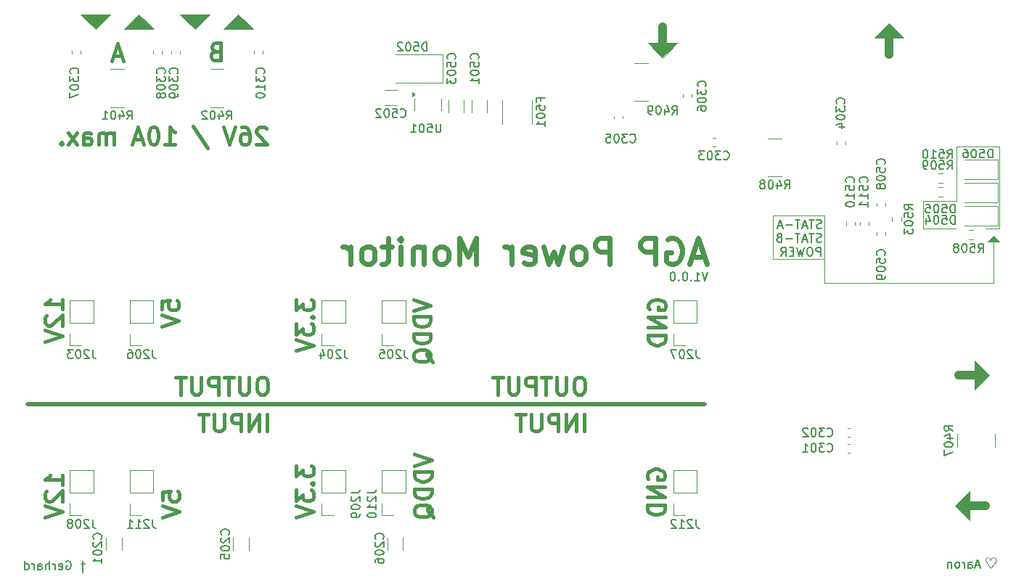
<source format=gbr>
%TF.GenerationSoftware,KiCad,Pcbnew,9.0.1*%
%TF.CreationDate,2025-05-06T20:53:02+02:00*%
%TF.ProjectId,apm,61706d2e-6b69-4636-9164-5f7063625858,rev?*%
%TF.SameCoordinates,Original*%
%TF.FileFunction,Legend,Bot*%
%TF.FilePolarity,Positive*%
%FSLAX46Y46*%
G04 Gerber Fmt 4.6, Leading zero omitted, Abs format (unit mm)*
G04 Created by KiCad (PCBNEW 9.0.1) date 2025-05-06 20:53:02*
%MOMM*%
%LPD*%
G01*
G04 APERTURE LIST*
%ADD10C,0.100000*%
%ADD11C,1.000000*%
%ADD12C,0.500000*%
%ADD13C,0.400000*%
%ADD14C,0.150000*%
%ADD15C,0.200000*%
%ADD16C,0.600000*%
%ADD17C,0.120000*%
G04 APERTURE END LIST*
D10*
X179500000Y-60500000D02*
X179500000Y-57300000D01*
X186767544Y-99300000D02*
G75*
G02*
X187383686Y-99200000I299956J100000D01*
G01*
D11*
X185500000Y-77600000D02*
X183600000Y-77600000D01*
D10*
X187700000Y-66800000D02*
X168000000Y-66800000D01*
X188400000Y-60500000D02*
X186800000Y-60500000D01*
X187200000Y-77600000D02*
X185500000Y-79300000D01*
X185500000Y-75900000D01*
X187200000Y-77600000D01*
G36*
X187200000Y-77600000D02*
G01*
X185500000Y-79300000D01*
X185500000Y-75900000D01*
X187200000Y-77600000D01*
G37*
X101300000Y-37200000D02*
X97900000Y-37200000D01*
X99600000Y-35500000D01*
X101300000Y-37200000D01*
G36*
X101300000Y-37200000D02*
G01*
X97900000Y-37200000D01*
X99600000Y-35500000D01*
X101300000Y-37200000D01*
G37*
D11*
X175500000Y-38250000D02*
X175500000Y-40150000D01*
D10*
X177200000Y-38250000D02*
X173800000Y-38250000D01*
X175500000Y-36550000D01*
X177200000Y-38250000D01*
G36*
X177200000Y-38250000D02*
G01*
X173800000Y-38250000D01*
X175500000Y-36550000D01*
X177200000Y-38250000D01*
G37*
X184900000Y-94500000D02*
X183200000Y-92800000D01*
X184900000Y-91100000D01*
X184900000Y-94500000D01*
G36*
X184900000Y-94500000D02*
G01*
X183200000Y-92800000D01*
X184900000Y-91100000D01*
X184900000Y-94500000D01*
G37*
X168000000Y-59000000D02*
X168000000Y-64100000D01*
X188400000Y-50900000D02*
X188400000Y-60500000D01*
X179500000Y-57300000D02*
X183400000Y-57300000D01*
X187700000Y-62000000D02*
X187700000Y-66800000D01*
D12*
X75000000Y-81000000D02*
X154000000Y-81000000D01*
D10*
X187400000Y-100100000D02*
X186767544Y-99300000D01*
X183400000Y-57300000D02*
X183400000Y-50900000D01*
D11*
X149100000Y-38850000D02*
X149100000Y-36950000D01*
D10*
X82925000Y-37225000D02*
X81225000Y-35525000D01*
X84625000Y-35525000D01*
X82925000Y-37225000D01*
G36*
X82925000Y-37225000D02*
G01*
X81225000Y-35525000D01*
X84625000Y-35525000D01*
X82925000Y-37225000D01*
G37*
X94525000Y-37225000D02*
X92825000Y-35525000D01*
X96225000Y-35525000D01*
X94525000Y-37225000D01*
G36*
X94525000Y-37225000D02*
G01*
X92825000Y-35525000D01*
X96225000Y-35525000D01*
X94525000Y-37225000D01*
G37*
X183400000Y-50900000D02*
X188400000Y-50900000D01*
X188000000Y-99300000D02*
X187400000Y-100100000D01*
X183300000Y-60500000D02*
X179500000Y-60500000D01*
X162000000Y-59000000D02*
X162000000Y-64000000D01*
X89700000Y-37200000D02*
X86300000Y-37200000D01*
X88000000Y-35500000D01*
X89700000Y-37200000D01*
G36*
X89700000Y-37200000D02*
G01*
X86300000Y-37200000D01*
X88000000Y-35500000D01*
X89700000Y-37200000D01*
G37*
X149100000Y-40550000D02*
X147400000Y-38850000D01*
X150800000Y-38850000D01*
X149100000Y-40550000D01*
G36*
X149100000Y-40550000D02*
G01*
X147400000Y-38850000D01*
X150800000Y-38850000D01*
X149100000Y-40550000D01*
G37*
D11*
X184900000Y-92800000D02*
X186800000Y-92800000D01*
D10*
X187383772Y-99200000D02*
G75*
G02*
X188000000Y-99300000I316228J0D01*
G01*
X168000000Y-66800000D02*
X168000000Y-64000000D01*
X188400000Y-62000000D02*
X187000000Y-62000000D01*
X187700000Y-61300000D01*
X188400000Y-62000000D01*
G36*
X188400000Y-62000000D02*
G01*
X187000000Y-62000000D01*
X187700000Y-61300000D01*
X188400000Y-62000000D01*
G37*
X168000000Y-59000000D02*
X162000000Y-59000000D01*
X168000000Y-64000000D02*
X162000000Y-64000000D01*
D13*
X106334438Y-68748871D02*
X106334438Y-69986966D01*
X106334438Y-69986966D02*
X107096342Y-69320299D01*
X107096342Y-69320299D02*
X107096342Y-69606014D01*
X107096342Y-69606014D02*
X107191580Y-69796490D01*
X107191580Y-69796490D02*
X107286819Y-69891728D01*
X107286819Y-69891728D02*
X107477295Y-69986966D01*
X107477295Y-69986966D02*
X107953485Y-69986966D01*
X107953485Y-69986966D02*
X108143961Y-69891728D01*
X108143961Y-69891728D02*
X108239200Y-69796490D01*
X108239200Y-69796490D02*
X108334438Y-69606014D01*
X108334438Y-69606014D02*
X108334438Y-69034585D01*
X108334438Y-69034585D02*
X108239200Y-68844109D01*
X108239200Y-68844109D02*
X108143961Y-68748871D01*
X108143961Y-70844109D02*
X108239200Y-70939347D01*
X108239200Y-70939347D02*
X108334438Y-70844109D01*
X108334438Y-70844109D02*
X108239200Y-70748871D01*
X108239200Y-70748871D02*
X108143961Y-70844109D01*
X108143961Y-70844109D02*
X108334438Y-70844109D01*
X106334438Y-71606014D02*
X106334438Y-72844109D01*
X106334438Y-72844109D02*
X107096342Y-72177442D01*
X107096342Y-72177442D02*
X107096342Y-72463157D01*
X107096342Y-72463157D02*
X107191580Y-72653633D01*
X107191580Y-72653633D02*
X107286819Y-72748871D01*
X107286819Y-72748871D02*
X107477295Y-72844109D01*
X107477295Y-72844109D02*
X107953485Y-72844109D01*
X107953485Y-72844109D02*
X108143961Y-72748871D01*
X108143961Y-72748871D02*
X108239200Y-72653633D01*
X108239200Y-72653633D02*
X108334438Y-72463157D01*
X108334438Y-72463157D02*
X108334438Y-71891728D01*
X108334438Y-71891728D02*
X108239200Y-71701252D01*
X108239200Y-71701252D02*
X108143961Y-71606014D01*
X106334438Y-73415538D02*
X108334438Y-74082204D01*
X108334438Y-74082204D02*
X106334438Y-74748871D01*
X79034438Y-69886966D02*
X79034438Y-68744109D01*
X79034438Y-69315537D02*
X77034438Y-69315537D01*
X77034438Y-69315537D02*
X77320152Y-69125061D01*
X77320152Y-69125061D02*
X77510628Y-68934585D01*
X77510628Y-68934585D02*
X77605866Y-68744109D01*
X77224914Y-70648871D02*
X77129676Y-70744109D01*
X77129676Y-70744109D02*
X77034438Y-70934585D01*
X77034438Y-70934585D02*
X77034438Y-71410776D01*
X77034438Y-71410776D02*
X77129676Y-71601252D01*
X77129676Y-71601252D02*
X77224914Y-71696490D01*
X77224914Y-71696490D02*
X77415390Y-71791728D01*
X77415390Y-71791728D02*
X77605866Y-71791728D01*
X77605866Y-71791728D02*
X77891580Y-71696490D01*
X77891580Y-71696490D02*
X79034438Y-70553633D01*
X79034438Y-70553633D02*
X79034438Y-71791728D01*
X77034438Y-72363157D02*
X79034438Y-73029823D01*
X79034438Y-73029823D02*
X77034438Y-73696490D01*
X102855890Y-48824914D02*
X102760652Y-48729676D01*
X102760652Y-48729676D02*
X102570176Y-48634438D01*
X102570176Y-48634438D02*
X102093985Y-48634438D01*
X102093985Y-48634438D02*
X101903509Y-48729676D01*
X101903509Y-48729676D02*
X101808271Y-48824914D01*
X101808271Y-48824914D02*
X101713033Y-49015390D01*
X101713033Y-49015390D02*
X101713033Y-49205866D01*
X101713033Y-49205866D02*
X101808271Y-49491580D01*
X101808271Y-49491580D02*
X102951128Y-50634438D01*
X102951128Y-50634438D02*
X101713033Y-50634438D01*
X99998747Y-48634438D02*
X100379700Y-48634438D01*
X100379700Y-48634438D02*
X100570176Y-48729676D01*
X100570176Y-48729676D02*
X100665414Y-48824914D01*
X100665414Y-48824914D02*
X100855890Y-49110628D01*
X100855890Y-49110628D02*
X100951128Y-49491580D01*
X100951128Y-49491580D02*
X100951128Y-50253485D01*
X100951128Y-50253485D02*
X100855890Y-50443961D01*
X100855890Y-50443961D02*
X100760652Y-50539200D01*
X100760652Y-50539200D02*
X100570176Y-50634438D01*
X100570176Y-50634438D02*
X100189223Y-50634438D01*
X100189223Y-50634438D02*
X99998747Y-50539200D01*
X99998747Y-50539200D02*
X99903509Y-50443961D01*
X99903509Y-50443961D02*
X99808271Y-50253485D01*
X99808271Y-50253485D02*
X99808271Y-49777295D01*
X99808271Y-49777295D02*
X99903509Y-49586819D01*
X99903509Y-49586819D02*
X99998747Y-49491580D01*
X99998747Y-49491580D02*
X100189223Y-49396342D01*
X100189223Y-49396342D02*
X100570176Y-49396342D01*
X100570176Y-49396342D02*
X100760652Y-49491580D01*
X100760652Y-49491580D02*
X100855890Y-49586819D01*
X100855890Y-49586819D02*
X100951128Y-49777295D01*
X99236842Y-48634438D02*
X98570176Y-50634438D01*
X98570176Y-50634438D02*
X97903509Y-48634438D01*
X94284461Y-48539200D02*
X95998746Y-51110628D01*
X91046365Y-50634438D02*
X92189222Y-50634438D01*
X91617794Y-50634438D02*
X91617794Y-48634438D01*
X91617794Y-48634438D02*
X91808270Y-48920152D01*
X91808270Y-48920152D02*
X91998746Y-49110628D01*
X91998746Y-49110628D02*
X92189222Y-49205866D01*
X89808270Y-48634438D02*
X89617793Y-48634438D01*
X89617793Y-48634438D02*
X89427317Y-48729676D01*
X89427317Y-48729676D02*
X89332079Y-48824914D01*
X89332079Y-48824914D02*
X89236841Y-49015390D01*
X89236841Y-49015390D02*
X89141603Y-49396342D01*
X89141603Y-49396342D02*
X89141603Y-49872533D01*
X89141603Y-49872533D02*
X89236841Y-50253485D01*
X89236841Y-50253485D02*
X89332079Y-50443961D01*
X89332079Y-50443961D02*
X89427317Y-50539200D01*
X89427317Y-50539200D02*
X89617793Y-50634438D01*
X89617793Y-50634438D02*
X89808270Y-50634438D01*
X89808270Y-50634438D02*
X89998746Y-50539200D01*
X89998746Y-50539200D02*
X90093984Y-50443961D01*
X90093984Y-50443961D02*
X90189222Y-50253485D01*
X90189222Y-50253485D02*
X90284460Y-49872533D01*
X90284460Y-49872533D02*
X90284460Y-49396342D01*
X90284460Y-49396342D02*
X90189222Y-49015390D01*
X90189222Y-49015390D02*
X90093984Y-48824914D01*
X90093984Y-48824914D02*
X89998746Y-48729676D01*
X89998746Y-48729676D02*
X89808270Y-48634438D01*
X88379698Y-50063009D02*
X87427317Y-50063009D01*
X88570174Y-50634438D02*
X87903508Y-48634438D01*
X87903508Y-48634438D02*
X87236841Y-50634438D01*
X85046364Y-50634438D02*
X85046364Y-49301104D01*
X85046364Y-49491580D02*
X84951126Y-49396342D01*
X84951126Y-49396342D02*
X84760650Y-49301104D01*
X84760650Y-49301104D02*
X84474935Y-49301104D01*
X84474935Y-49301104D02*
X84284459Y-49396342D01*
X84284459Y-49396342D02*
X84189221Y-49586819D01*
X84189221Y-49586819D02*
X84189221Y-50634438D01*
X84189221Y-49586819D02*
X84093983Y-49396342D01*
X84093983Y-49396342D02*
X83903507Y-49301104D01*
X83903507Y-49301104D02*
X83617793Y-49301104D01*
X83617793Y-49301104D02*
X83427316Y-49396342D01*
X83427316Y-49396342D02*
X83332078Y-49586819D01*
X83332078Y-49586819D02*
X83332078Y-50634438D01*
X81522554Y-50634438D02*
X81522554Y-49586819D01*
X81522554Y-49586819D02*
X81617792Y-49396342D01*
X81617792Y-49396342D02*
X81808268Y-49301104D01*
X81808268Y-49301104D02*
X82189221Y-49301104D01*
X82189221Y-49301104D02*
X82379697Y-49396342D01*
X81522554Y-50539200D02*
X81713030Y-50634438D01*
X81713030Y-50634438D02*
X82189221Y-50634438D01*
X82189221Y-50634438D02*
X82379697Y-50539200D01*
X82379697Y-50539200D02*
X82474935Y-50348723D01*
X82474935Y-50348723D02*
X82474935Y-50158247D01*
X82474935Y-50158247D02*
X82379697Y-49967771D01*
X82379697Y-49967771D02*
X82189221Y-49872533D01*
X82189221Y-49872533D02*
X81713030Y-49872533D01*
X81713030Y-49872533D02*
X81522554Y-49777295D01*
X80760649Y-50634438D02*
X79713030Y-49301104D01*
X80760649Y-49301104D02*
X79713030Y-50634438D01*
X78951125Y-50443961D02*
X78855887Y-50539200D01*
X78855887Y-50539200D02*
X78951125Y-50634438D01*
X78951125Y-50634438D02*
X79046363Y-50539200D01*
X79046363Y-50539200D02*
X78951125Y-50443961D01*
X78951125Y-50443961D02*
X78951125Y-50634438D01*
X139960652Y-84134438D02*
X139960652Y-82134438D01*
X139008271Y-84134438D02*
X139008271Y-82134438D01*
X139008271Y-82134438D02*
X137865414Y-84134438D01*
X137865414Y-84134438D02*
X137865414Y-82134438D01*
X136913033Y-84134438D02*
X136913033Y-82134438D01*
X136913033Y-82134438D02*
X136151128Y-82134438D01*
X136151128Y-82134438D02*
X135960652Y-82229676D01*
X135960652Y-82229676D02*
X135865414Y-82324914D01*
X135865414Y-82324914D02*
X135770176Y-82515390D01*
X135770176Y-82515390D02*
X135770176Y-82801104D01*
X135770176Y-82801104D02*
X135865414Y-82991580D01*
X135865414Y-82991580D02*
X135960652Y-83086819D01*
X135960652Y-83086819D02*
X136151128Y-83182057D01*
X136151128Y-83182057D02*
X136913033Y-83182057D01*
X134913033Y-82134438D02*
X134913033Y-83753485D01*
X134913033Y-83753485D02*
X134817795Y-83943961D01*
X134817795Y-83943961D02*
X134722557Y-84039200D01*
X134722557Y-84039200D02*
X134532081Y-84134438D01*
X134532081Y-84134438D02*
X134151128Y-84134438D01*
X134151128Y-84134438D02*
X133960652Y-84039200D01*
X133960652Y-84039200D02*
X133865414Y-83943961D01*
X133865414Y-83943961D02*
X133770176Y-83753485D01*
X133770176Y-83753485D02*
X133770176Y-82134438D01*
X133103509Y-82134438D02*
X131960652Y-82134438D01*
X132532081Y-84134438D02*
X132532081Y-82134438D01*
X106334438Y-88148871D02*
X106334438Y-89386966D01*
X106334438Y-89386966D02*
X107096342Y-88720299D01*
X107096342Y-88720299D02*
X107096342Y-89006014D01*
X107096342Y-89006014D02*
X107191580Y-89196490D01*
X107191580Y-89196490D02*
X107286819Y-89291728D01*
X107286819Y-89291728D02*
X107477295Y-89386966D01*
X107477295Y-89386966D02*
X107953485Y-89386966D01*
X107953485Y-89386966D02*
X108143961Y-89291728D01*
X108143961Y-89291728D02*
X108239200Y-89196490D01*
X108239200Y-89196490D02*
X108334438Y-89006014D01*
X108334438Y-89006014D02*
X108334438Y-88434585D01*
X108334438Y-88434585D02*
X108239200Y-88244109D01*
X108239200Y-88244109D02*
X108143961Y-88148871D01*
X108143961Y-90244109D02*
X108239200Y-90339347D01*
X108239200Y-90339347D02*
X108334438Y-90244109D01*
X108334438Y-90244109D02*
X108239200Y-90148871D01*
X108239200Y-90148871D02*
X108143961Y-90244109D01*
X108143961Y-90244109D02*
X108334438Y-90244109D01*
X106334438Y-91006014D02*
X106334438Y-92244109D01*
X106334438Y-92244109D02*
X107096342Y-91577442D01*
X107096342Y-91577442D02*
X107096342Y-91863157D01*
X107096342Y-91863157D02*
X107191580Y-92053633D01*
X107191580Y-92053633D02*
X107286819Y-92148871D01*
X107286819Y-92148871D02*
X107477295Y-92244109D01*
X107477295Y-92244109D02*
X107953485Y-92244109D01*
X107953485Y-92244109D02*
X108143961Y-92148871D01*
X108143961Y-92148871D02*
X108239200Y-92053633D01*
X108239200Y-92053633D02*
X108334438Y-91863157D01*
X108334438Y-91863157D02*
X108334438Y-91291728D01*
X108334438Y-91291728D02*
X108239200Y-91101252D01*
X108239200Y-91101252D02*
X108143961Y-91006014D01*
X106334438Y-92815538D02*
X108334438Y-93482204D01*
X108334438Y-93482204D02*
X106334438Y-94148871D01*
X90734438Y-92191728D02*
X90734438Y-91239347D01*
X90734438Y-91239347D02*
X91686819Y-91144109D01*
X91686819Y-91144109D02*
X91591580Y-91239347D01*
X91591580Y-91239347D02*
X91496342Y-91429823D01*
X91496342Y-91429823D02*
X91496342Y-91906014D01*
X91496342Y-91906014D02*
X91591580Y-92096490D01*
X91591580Y-92096490D02*
X91686819Y-92191728D01*
X91686819Y-92191728D02*
X91877295Y-92286966D01*
X91877295Y-92286966D02*
X92353485Y-92286966D01*
X92353485Y-92286966D02*
X92543961Y-92191728D01*
X92543961Y-92191728D02*
X92639200Y-92096490D01*
X92639200Y-92096490D02*
X92734438Y-91906014D01*
X92734438Y-91906014D02*
X92734438Y-91429823D01*
X92734438Y-91429823D02*
X92639200Y-91239347D01*
X92639200Y-91239347D02*
X92543961Y-91144109D01*
X90734438Y-92858395D02*
X92734438Y-93525061D01*
X92734438Y-93525061D02*
X90734438Y-94191728D01*
X139579700Y-77834438D02*
X139198747Y-77834438D01*
X139198747Y-77834438D02*
X139008271Y-77929676D01*
X139008271Y-77929676D02*
X138817795Y-78120152D01*
X138817795Y-78120152D02*
X138722557Y-78501104D01*
X138722557Y-78501104D02*
X138722557Y-79167771D01*
X138722557Y-79167771D02*
X138817795Y-79548723D01*
X138817795Y-79548723D02*
X139008271Y-79739200D01*
X139008271Y-79739200D02*
X139198747Y-79834438D01*
X139198747Y-79834438D02*
X139579700Y-79834438D01*
X139579700Y-79834438D02*
X139770176Y-79739200D01*
X139770176Y-79739200D02*
X139960652Y-79548723D01*
X139960652Y-79548723D02*
X140055890Y-79167771D01*
X140055890Y-79167771D02*
X140055890Y-78501104D01*
X140055890Y-78501104D02*
X139960652Y-78120152D01*
X139960652Y-78120152D02*
X139770176Y-77929676D01*
X139770176Y-77929676D02*
X139579700Y-77834438D01*
X137865414Y-77834438D02*
X137865414Y-79453485D01*
X137865414Y-79453485D02*
X137770176Y-79643961D01*
X137770176Y-79643961D02*
X137674938Y-79739200D01*
X137674938Y-79739200D02*
X137484462Y-79834438D01*
X137484462Y-79834438D02*
X137103509Y-79834438D01*
X137103509Y-79834438D02*
X136913033Y-79739200D01*
X136913033Y-79739200D02*
X136817795Y-79643961D01*
X136817795Y-79643961D02*
X136722557Y-79453485D01*
X136722557Y-79453485D02*
X136722557Y-77834438D01*
X136055890Y-77834438D02*
X134913033Y-77834438D01*
X135484462Y-79834438D02*
X135484462Y-77834438D01*
X134246366Y-79834438D02*
X134246366Y-77834438D01*
X134246366Y-77834438D02*
X133484461Y-77834438D01*
X133484461Y-77834438D02*
X133293985Y-77929676D01*
X133293985Y-77929676D02*
X133198747Y-78024914D01*
X133198747Y-78024914D02*
X133103509Y-78215390D01*
X133103509Y-78215390D02*
X133103509Y-78501104D01*
X133103509Y-78501104D02*
X133198747Y-78691580D01*
X133198747Y-78691580D02*
X133293985Y-78786819D01*
X133293985Y-78786819D02*
X133484461Y-78882057D01*
X133484461Y-78882057D02*
X134246366Y-78882057D01*
X132246366Y-77834438D02*
X132246366Y-79453485D01*
X132246366Y-79453485D02*
X132151128Y-79643961D01*
X132151128Y-79643961D02*
X132055890Y-79739200D01*
X132055890Y-79739200D02*
X131865414Y-79834438D01*
X131865414Y-79834438D02*
X131484461Y-79834438D01*
X131484461Y-79834438D02*
X131293985Y-79739200D01*
X131293985Y-79739200D02*
X131198747Y-79643961D01*
X131198747Y-79643961D02*
X131103509Y-79453485D01*
X131103509Y-79453485D02*
X131103509Y-77834438D01*
X130436842Y-77834438D02*
X129293985Y-77834438D01*
X129865414Y-79834438D02*
X129865414Y-77834438D01*
X96893985Y-39786819D02*
X96608271Y-39882057D01*
X96608271Y-39882057D02*
X96513033Y-39977295D01*
X96513033Y-39977295D02*
X96417795Y-40167771D01*
X96417795Y-40167771D02*
X96417795Y-40453485D01*
X96417795Y-40453485D02*
X96513033Y-40643961D01*
X96513033Y-40643961D02*
X96608271Y-40739200D01*
X96608271Y-40739200D02*
X96798747Y-40834438D01*
X96798747Y-40834438D02*
X97560652Y-40834438D01*
X97560652Y-40834438D02*
X97560652Y-38834438D01*
X97560652Y-38834438D02*
X96893985Y-38834438D01*
X96893985Y-38834438D02*
X96703509Y-38929676D01*
X96703509Y-38929676D02*
X96608271Y-39024914D01*
X96608271Y-39024914D02*
X96513033Y-39215390D01*
X96513033Y-39215390D02*
X96513033Y-39405866D01*
X96513033Y-39405866D02*
X96608271Y-39596342D01*
X96608271Y-39596342D02*
X96703509Y-39691580D01*
X96703509Y-39691580D02*
X96893985Y-39786819D01*
X96893985Y-39786819D02*
X97560652Y-39786819D01*
X102579700Y-77834438D02*
X102198747Y-77834438D01*
X102198747Y-77834438D02*
X102008271Y-77929676D01*
X102008271Y-77929676D02*
X101817795Y-78120152D01*
X101817795Y-78120152D02*
X101722557Y-78501104D01*
X101722557Y-78501104D02*
X101722557Y-79167771D01*
X101722557Y-79167771D02*
X101817795Y-79548723D01*
X101817795Y-79548723D02*
X102008271Y-79739200D01*
X102008271Y-79739200D02*
X102198747Y-79834438D01*
X102198747Y-79834438D02*
X102579700Y-79834438D01*
X102579700Y-79834438D02*
X102770176Y-79739200D01*
X102770176Y-79739200D02*
X102960652Y-79548723D01*
X102960652Y-79548723D02*
X103055890Y-79167771D01*
X103055890Y-79167771D02*
X103055890Y-78501104D01*
X103055890Y-78501104D02*
X102960652Y-78120152D01*
X102960652Y-78120152D02*
X102770176Y-77929676D01*
X102770176Y-77929676D02*
X102579700Y-77834438D01*
X100865414Y-77834438D02*
X100865414Y-79453485D01*
X100865414Y-79453485D02*
X100770176Y-79643961D01*
X100770176Y-79643961D02*
X100674938Y-79739200D01*
X100674938Y-79739200D02*
X100484462Y-79834438D01*
X100484462Y-79834438D02*
X100103509Y-79834438D01*
X100103509Y-79834438D02*
X99913033Y-79739200D01*
X99913033Y-79739200D02*
X99817795Y-79643961D01*
X99817795Y-79643961D02*
X99722557Y-79453485D01*
X99722557Y-79453485D02*
X99722557Y-77834438D01*
X99055890Y-77834438D02*
X97913033Y-77834438D01*
X98484462Y-79834438D02*
X98484462Y-77834438D01*
X97246366Y-79834438D02*
X97246366Y-77834438D01*
X97246366Y-77834438D02*
X96484461Y-77834438D01*
X96484461Y-77834438D02*
X96293985Y-77929676D01*
X96293985Y-77929676D02*
X96198747Y-78024914D01*
X96198747Y-78024914D02*
X96103509Y-78215390D01*
X96103509Y-78215390D02*
X96103509Y-78501104D01*
X96103509Y-78501104D02*
X96198747Y-78691580D01*
X96198747Y-78691580D02*
X96293985Y-78786819D01*
X96293985Y-78786819D02*
X96484461Y-78882057D01*
X96484461Y-78882057D02*
X97246366Y-78882057D01*
X95246366Y-77834438D02*
X95246366Y-79453485D01*
X95246366Y-79453485D02*
X95151128Y-79643961D01*
X95151128Y-79643961D02*
X95055890Y-79739200D01*
X95055890Y-79739200D02*
X94865414Y-79834438D01*
X94865414Y-79834438D02*
X94484461Y-79834438D01*
X94484461Y-79834438D02*
X94293985Y-79739200D01*
X94293985Y-79739200D02*
X94198747Y-79643961D01*
X94198747Y-79643961D02*
X94103509Y-79453485D01*
X94103509Y-79453485D02*
X94103509Y-77834438D01*
X93436842Y-77834438D02*
X92293985Y-77834438D01*
X92865414Y-79834438D02*
X92865414Y-77834438D01*
X90634438Y-69891728D02*
X90634438Y-68939347D01*
X90634438Y-68939347D02*
X91586819Y-68844109D01*
X91586819Y-68844109D02*
X91491580Y-68939347D01*
X91491580Y-68939347D02*
X91396342Y-69129823D01*
X91396342Y-69129823D02*
X91396342Y-69606014D01*
X91396342Y-69606014D02*
X91491580Y-69796490D01*
X91491580Y-69796490D02*
X91586819Y-69891728D01*
X91586819Y-69891728D02*
X91777295Y-69986966D01*
X91777295Y-69986966D02*
X92253485Y-69986966D01*
X92253485Y-69986966D02*
X92443961Y-69891728D01*
X92443961Y-69891728D02*
X92539200Y-69796490D01*
X92539200Y-69796490D02*
X92634438Y-69606014D01*
X92634438Y-69606014D02*
X92634438Y-69129823D01*
X92634438Y-69129823D02*
X92539200Y-68939347D01*
X92539200Y-68939347D02*
X92443961Y-68844109D01*
X90634438Y-70558395D02*
X92634438Y-71225061D01*
X92634438Y-71225061D02*
X90634438Y-71891728D01*
D14*
X186110839Y-99784104D02*
X185634649Y-99784104D01*
X186206077Y-100069819D02*
X185872744Y-99069819D01*
X185872744Y-99069819D02*
X185539411Y-100069819D01*
X184777506Y-100069819D02*
X184777506Y-99546009D01*
X184777506Y-99546009D02*
X184825125Y-99450771D01*
X184825125Y-99450771D02*
X184920363Y-99403152D01*
X184920363Y-99403152D02*
X185110839Y-99403152D01*
X185110839Y-99403152D02*
X185206077Y-99450771D01*
X184777506Y-100022200D02*
X184872744Y-100069819D01*
X184872744Y-100069819D02*
X185110839Y-100069819D01*
X185110839Y-100069819D02*
X185206077Y-100022200D01*
X185206077Y-100022200D02*
X185253696Y-99926961D01*
X185253696Y-99926961D02*
X185253696Y-99831723D01*
X185253696Y-99831723D02*
X185206077Y-99736485D01*
X185206077Y-99736485D02*
X185110839Y-99688866D01*
X185110839Y-99688866D02*
X184872744Y-99688866D01*
X184872744Y-99688866D02*
X184777506Y-99641247D01*
X184301315Y-100069819D02*
X184301315Y-99403152D01*
X184301315Y-99593628D02*
X184253696Y-99498390D01*
X184253696Y-99498390D02*
X184206077Y-99450771D01*
X184206077Y-99450771D02*
X184110839Y-99403152D01*
X184110839Y-99403152D02*
X184015601Y-99403152D01*
X183539410Y-100069819D02*
X183634648Y-100022200D01*
X183634648Y-100022200D02*
X183682267Y-99974580D01*
X183682267Y-99974580D02*
X183729886Y-99879342D01*
X183729886Y-99879342D02*
X183729886Y-99593628D01*
X183729886Y-99593628D02*
X183682267Y-99498390D01*
X183682267Y-99498390D02*
X183634648Y-99450771D01*
X183634648Y-99450771D02*
X183539410Y-99403152D01*
X183539410Y-99403152D02*
X183396553Y-99403152D01*
X183396553Y-99403152D02*
X183301315Y-99450771D01*
X183301315Y-99450771D02*
X183253696Y-99498390D01*
X183253696Y-99498390D02*
X183206077Y-99593628D01*
X183206077Y-99593628D02*
X183206077Y-99879342D01*
X183206077Y-99879342D02*
X183253696Y-99974580D01*
X183253696Y-99974580D02*
X183301315Y-100022200D01*
X183301315Y-100022200D02*
X183396553Y-100069819D01*
X183396553Y-100069819D02*
X183539410Y-100069819D01*
X182777505Y-99403152D02*
X182777505Y-100069819D01*
X182777505Y-99498390D02*
X182729886Y-99450771D01*
X182729886Y-99450771D02*
X182634648Y-99403152D01*
X182634648Y-99403152D02*
X182491791Y-99403152D01*
X182491791Y-99403152D02*
X182396553Y-99450771D01*
X182396553Y-99450771D02*
X182348934Y-99546009D01*
X182348934Y-99546009D02*
X182348934Y-100069819D01*
D13*
X147429676Y-89686966D02*
X147334438Y-89496490D01*
X147334438Y-89496490D02*
X147334438Y-89210776D01*
X147334438Y-89210776D02*
X147429676Y-88925061D01*
X147429676Y-88925061D02*
X147620152Y-88734585D01*
X147620152Y-88734585D02*
X147810628Y-88639347D01*
X147810628Y-88639347D02*
X148191580Y-88544109D01*
X148191580Y-88544109D02*
X148477295Y-88544109D01*
X148477295Y-88544109D02*
X148858247Y-88639347D01*
X148858247Y-88639347D02*
X149048723Y-88734585D01*
X149048723Y-88734585D02*
X149239200Y-88925061D01*
X149239200Y-88925061D02*
X149334438Y-89210776D01*
X149334438Y-89210776D02*
X149334438Y-89401252D01*
X149334438Y-89401252D02*
X149239200Y-89686966D01*
X149239200Y-89686966D02*
X149143961Y-89782204D01*
X149143961Y-89782204D02*
X148477295Y-89782204D01*
X148477295Y-89782204D02*
X148477295Y-89401252D01*
X149334438Y-90639347D02*
X147334438Y-90639347D01*
X147334438Y-90639347D02*
X149334438Y-91782204D01*
X149334438Y-91782204D02*
X147334438Y-91782204D01*
X149334438Y-92734585D02*
X147334438Y-92734585D01*
X147334438Y-92734585D02*
X147334438Y-93210775D01*
X147334438Y-93210775D02*
X147429676Y-93496490D01*
X147429676Y-93496490D02*
X147620152Y-93686966D01*
X147620152Y-93686966D02*
X147810628Y-93782204D01*
X147810628Y-93782204D02*
X148191580Y-93877442D01*
X148191580Y-93877442D02*
X148477295Y-93877442D01*
X148477295Y-93877442D02*
X148858247Y-93782204D01*
X148858247Y-93782204D02*
X149048723Y-93686966D01*
X149048723Y-93686966D02*
X149239200Y-93496490D01*
X149239200Y-93496490D02*
X149334438Y-93210775D01*
X149334438Y-93210775D02*
X149334438Y-92734585D01*
D15*
X154373183Y-65567219D02*
X154039850Y-66567219D01*
X154039850Y-66567219D02*
X153706517Y-65567219D01*
X152849374Y-66567219D02*
X153420802Y-66567219D01*
X153135088Y-66567219D02*
X153135088Y-65567219D01*
X153135088Y-65567219D02*
X153230326Y-65710076D01*
X153230326Y-65710076D02*
X153325564Y-65805314D01*
X153325564Y-65805314D02*
X153420802Y-65852933D01*
X152420802Y-66471980D02*
X152373183Y-66519600D01*
X152373183Y-66519600D02*
X152420802Y-66567219D01*
X152420802Y-66567219D02*
X152468421Y-66519600D01*
X152468421Y-66519600D02*
X152420802Y-66471980D01*
X152420802Y-66471980D02*
X152420802Y-66567219D01*
X151754136Y-65567219D02*
X151658898Y-65567219D01*
X151658898Y-65567219D02*
X151563660Y-65614838D01*
X151563660Y-65614838D02*
X151516041Y-65662457D01*
X151516041Y-65662457D02*
X151468422Y-65757695D01*
X151468422Y-65757695D02*
X151420803Y-65948171D01*
X151420803Y-65948171D02*
X151420803Y-66186266D01*
X151420803Y-66186266D02*
X151468422Y-66376742D01*
X151468422Y-66376742D02*
X151516041Y-66471980D01*
X151516041Y-66471980D02*
X151563660Y-66519600D01*
X151563660Y-66519600D02*
X151658898Y-66567219D01*
X151658898Y-66567219D02*
X151754136Y-66567219D01*
X151754136Y-66567219D02*
X151849374Y-66519600D01*
X151849374Y-66519600D02*
X151896993Y-66471980D01*
X151896993Y-66471980D02*
X151944612Y-66376742D01*
X151944612Y-66376742D02*
X151992231Y-66186266D01*
X151992231Y-66186266D02*
X151992231Y-65948171D01*
X151992231Y-65948171D02*
X151944612Y-65757695D01*
X151944612Y-65757695D02*
X151896993Y-65662457D01*
X151896993Y-65662457D02*
X151849374Y-65614838D01*
X151849374Y-65614838D02*
X151754136Y-65567219D01*
X150992231Y-66471980D02*
X150944612Y-66519600D01*
X150944612Y-66519600D02*
X150992231Y-66567219D01*
X150992231Y-66567219D02*
X151039850Y-66519600D01*
X151039850Y-66519600D02*
X150992231Y-66471980D01*
X150992231Y-66471980D02*
X150992231Y-66567219D01*
X150325565Y-65567219D02*
X150230327Y-65567219D01*
X150230327Y-65567219D02*
X150135089Y-65614838D01*
X150135089Y-65614838D02*
X150087470Y-65662457D01*
X150087470Y-65662457D02*
X150039851Y-65757695D01*
X150039851Y-65757695D02*
X149992232Y-65948171D01*
X149992232Y-65948171D02*
X149992232Y-66186266D01*
X149992232Y-66186266D02*
X150039851Y-66376742D01*
X150039851Y-66376742D02*
X150087470Y-66471980D01*
X150087470Y-66471980D02*
X150135089Y-66519600D01*
X150135089Y-66519600D02*
X150230327Y-66567219D01*
X150230327Y-66567219D02*
X150325565Y-66567219D01*
X150325565Y-66567219D02*
X150420803Y-66519600D01*
X150420803Y-66519600D02*
X150468422Y-66471980D01*
X150468422Y-66471980D02*
X150516041Y-66376742D01*
X150516041Y-66376742D02*
X150563660Y-66186266D01*
X150563660Y-66186266D02*
X150563660Y-65948171D01*
X150563660Y-65948171D02*
X150516041Y-65757695D01*
X150516041Y-65757695D02*
X150468422Y-65662457D01*
X150468422Y-65662457D02*
X150420803Y-65614838D01*
X150420803Y-65614838D02*
X150325565Y-65567219D01*
D13*
X147529676Y-69886966D02*
X147434438Y-69696490D01*
X147434438Y-69696490D02*
X147434438Y-69410776D01*
X147434438Y-69410776D02*
X147529676Y-69125061D01*
X147529676Y-69125061D02*
X147720152Y-68934585D01*
X147720152Y-68934585D02*
X147910628Y-68839347D01*
X147910628Y-68839347D02*
X148291580Y-68744109D01*
X148291580Y-68744109D02*
X148577295Y-68744109D01*
X148577295Y-68744109D02*
X148958247Y-68839347D01*
X148958247Y-68839347D02*
X149148723Y-68934585D01*
X149148723Y-68934585D02*
X149339200Y-69125061D01*
X149339200Y-69125061D02*
X149434438Y-69410776D01*
X149434438Y-69410776D02*
X149434438Y-69601252D01*
X149434438Y-69601252D02*
X149339200Y-69886966D01*
X149339200Y-69886966D02*
X149243961Y-69982204D01*
X149243961Y-69982204D02*
X148577295Y-69982204D01*
X148577295Y-69982204D02*
X148577295Y-69601252D01*
X149434438Y-70839347D02*
X147434438Y-70839347D01*
X147434438Y-70839347D02*
X149434438Y-71982204D01*
X149434438Y-71982204D02*
X147434438Y-71982204D01*
X149434438Y-72934585D02*
X147434438Y-72934585D01*
X147434438Y-72934585D02*
X147434438Y-73410775D01*
X147434438Y-73410775D02*
X147529676Y-73696490D01*
X147529676Y-73696490D02*
X147720152Y-73886966D01*
X147720152Y-73886966D02*
X147910628Y-73982204D01*
X147910628Y-73982204D02*
X148291580Y-74077442D01*
X148291580Y-74077442D02*
X148577295Y-74077442D01*
X148577295Y-74077442D02*
X148958247Y-73982204D01*
X148958247Y-73982204D02*
X149148723Y-73886966D01*
X149148723Y-73886966D02*
X149339200Y-73696490D01*
X149339200Y-73696490D02*
X149434438Y-73410775D01*
X149434438Y-73410775D02*
X149434438Y-72934585D01*
X102960652Y-84134438D02*
X102960652Y-82134438D01*
X102008271Y-84134438D02*
X102008271Y-82134438D01*
X102008271Y-82134438D02*
X100865414Y-84134438D01*
X100865414Y-84134438D02*
X100865414Y-82134438D01*
X99913033Y-84134438D02*
X99913033Y-82134438D01*
X99913033Y-82134438D02*
X99151128Y-82134438D01*
X99151128Y-82134438D02*
X98960652Y-82229676D01*
X98960652Y-82229676D02*
X98865414Y-82324914D01*
X98865414Y-82324914D02*
X98770176Y-82515390D01*
X98770176Y-82515390D02*
X98770176Y-82801104D01*
X98770176Y-82801104D02*
X98865414Y-82991580D01*
X98865414Y-82991580D02*
X98960652Y-83086819D01*
X98960652Y-83086819D02*
X99151128Y-83182057D01*
X99151128Y-83182057D02*
X99913033Y-83182057D01*
X97913033Y-82134438D02*
X97913033Y-83753485D01*
X97913033Y-83753485D02*
X97817795Y-83943961D01*
X97817795Y-83943961D02*
X97722557Y-84039200D01*
X97722557Y-84039200D02*
X97532081Y-84134438D01*
X97532081Y-84134438D02*
X97151128Y-84134438D01*
X97151128Y-84134438D02*
X96960652Y-84039200D01*
X96960652Y-84039200D02*
X96865414Y-83943961D01*
X96865414Y-83943961D02*
X96770176Y-83753485D01*
X96770176Y-83753485D02*
X96770176Y-82134438D01*
X96103509Y-82134438D02*
X94960652Y-82134438D01*
X95532081Y-84134438D02*
X95532081Y-82134438D01*
X85955890Y-40363009D02*
X85003509Y-40363009D01*
X86146366Y-40934438D02*
X85479700Y-38934438D01*
X85479700Y-38934438D02*
X84813033Y-40934438D01*
X120134438Y-86853633D02*
X122134438Y-87520299D01*
X122134438Y-87520299D02*
X120134438Y-88186966D01*
X122134438Y-88853633D02*
X120134438Y-88853633D01*
X120134438Y-88853633D02*
X120134438Y-89329823D01*
X120134438Y-89329823D02*
X120229676Y-89615538D01*
X120229676Y-89615538D02*
X120420152Y-89806014D01*
X120420152Y-89806014D02*
X120610628Y-89901252D01*
X120610628Y-89901252D02*
X120991580Y-89996490D01*
X120991580Y-89996490D02*
X121277295Y-89996490D01*
X121277295Y-89996490D02*
X121658247Y-89901252D01*
X121658247Y-89901252D02*
X121848723Y-89806014D01*
X121848723Y-89806014D02*
X122039200Y-89615538D01*
X122039200Y-89615538D02*
X122134438Y-89329823D01*
X122134438Y-89329823D02*
X122134438Y-88853633D01*
X122134438Y-90853633D02*
X120134438Y-90853633D01*
X120134438Y-90853633D02*
X120134438Y-91329823D01*
X120134438Y-91329823D02*
X120229676Y-91615538D01*
X120229676Y-91615538D02*
X120420152Y-91806014D01*
X120420152Y-91806014D02*
X120610628Y-91901252D01*
X120610628Y-91901252D02*
X120991580Y-91996490D01*
X120991580Y-91996490D02*
X121277295Y-91996490D01*
X121277295Y-91996490D02*
X121658247Y-91901252D01*
X121658247Y-91901252D02*
X121848723Y-91806014D01*
X121848723Y-91806014D02*
X122039200Y-91615538D01*
X122039200Y-91615538D02*
X122134438Y-91329823D01*
X122134438Y-91329823D02*
X122134438Y-90853633D01*
X122324914Y-94186966D02*
X122229676Y-93996490D01*
X122229676Y-93996490D02*
X122039200Y-93806014D01*
X122039200Y-93806014D02*
X121753485Y-93520300D01*
X121753485Y-93520300D02*
X121658247Y-93329823D01*
X121658247Y-93329823D02*
X121658247Y-93139347D01*
X122134438Y-93234585D02*
X122039200Y-93044109D01*
X122039200Y-93044109D02*
X121848723Y-92853633D01*
X121848723Y-92853633D02*
X121467771Y-92758395D01*
X121467771Y-92758395D02*
X120801104Y-92758395D01*
X120801104Y-92758395D02*
X120420152Y-92853633D01*
X120420152Y-92853633D02*
X120229676Y-93044109D01*
X120229676Y-93044109D02*
X120134438Y-93234585D01*
X120134438Y-93234585D02*
X120134438Y-93615538D01*
X120134438Y-93615538D02*
X120229676Y-93806014D01*
X120229676Y-93806014D02*
X120420152Y-93996490D01*
X120420152Y-93996490D02*
X120801104Y-94091728D01*
X120801104Y-94091728D02*
X121467771Y-94091728D01*
X121467771Y-94091728D02*
X121848723Y-93996490D01*
X121848723Y-93996490D02*
X122039200Y-93806014D01*
X122039200Y-93806014D02*
X122134438Y-93615538D01*
X122134438Y-93615538D02*
X122134438Y-93234585D01*
D14*
X167610839Y-60402312D02*
X167467982Y-60449931D01*
X167467982Y-60449931D02*
X167229887Y-60449931D01*
X167229887Y-60449931D02*
X167134649Y-60402312D01*
X167134649Y-60402312D02*
X167087030Y-60354692D01*
X167087030Y-60354692D02*
X167039411Y-60259454D01*
X167039411Y-60259454D02*
X167039411Y-60164216D01*
X167039411Y-60164216D02*
X167087030Y-60068978D01*
X167087030Y-60068978D02*
X167134649Y-60021359D01*
X167134649Y-60021359D02*
X167229887Y-59973740D01*
X167229887Y-59973740D02*
X167420363Y-59926121D01*
X167420363Y-59926121D02*
X167515601Y-59878502D01*
X167515601Y-59878502D02*
X167563220Y-59830883D01*
X167563220Y-59830883D02*
X167610839Y-59735645D01*
X167610839Y-59735645D02*
X167610839Y-59640407D01*
X167610839Y-59640407D02*
X167563220Y-59545169D01*
X167563220Y-59545169D02*
X167515601Y-59497550D01*
X167515601Y-59497550D02*
X167420363Y-59449931D01*
X167420363Y-59449931D02*
X167182268Y-59449931D01*
X167182268Y-59449931D02*
X167039411Y-59497550D01*
X166753696Y-59449931D02*
X166182268Y-59449931D01*
X166467982Y-60449931D02*
X166467982Y-59449931D01*
X165896553Y-60164216D02*
X165420363Y-60164216D01*
X165991791Y-60449931D02*
X165658458Y-59449931D01*
X165658458Y-59449931D02*
X165325125Y-60449931D01*
X165134648Y-59449931D02*
X164563220Y-59449931D01*
X164848934Y-60449931D02*
X164848934Y-59449931D01*
X164229886Y-60068978D02*
X163467982Y-60068978D01*
X163039410Y-60164216D02*
X162563220Y-60164216D01*
X163134648Y-60449931D02*
X162801315Y-59449931D01*
X162801315Y-59449931D02*
X162467982Y-60449931D01*
X167610839Y-62012256D02*
X167467982Y-62059875D01*
X167467982Y-62059875D02*
X167229887Y-62059875D01*
X167229887Y-62059875D02*
X167134649Y-62012256D01*
X167134649Y-62012256D02*
X167087030Y-61964636D01*
X167087030Y-61964636D02*
X167039411Y-61869398D01*
X167039411Y-61869398D02*
X167039411Y-61774160D01*
X167039411Y-61774160D02*
X167087030Y-61678922D01*
X167087030Y-61678922D02*
X167134649Y-61631303D01*
X167134649Y-61631303D02*
X167229887Y-61583684D01*
X167229887Y-61583684D02*
X167420363Y-61536065D01*
X167420363Y-61536065D02*
X167515601Y-61488446D01*
X167515601Y-61488446D02*
X167563220Y-61440827D01*
X167563220Y-61440827D02*
X167610839Y-61345589D01*
X167610839Y-61345589D02*
X167610839Y-61250351D01*
X167610839Y-61250351D02*
X167563220Y-61155113D01*
X167563220Y-61155113D02*
X167515601Y-61107494D01*
X167515601Y-61107494D02*
X167420363Y-61059875D01*
X167420363Y-61059875D02*
X167182268Y-61059875D01*
X167182268Y-61059875D02*
X167039411Y-61107494D01*
X166753696Y-61059875D02*
X166182268Y-61059875D01*
X166467982Y-62059875D02*
X166467982Y-61059875D01*
X165896553Y-61774160D02*
X165420363Y-61774160D01*
X165991791Y-62059875D02*
X165658458Y-61059875D01*
X165658458Y-61059875D02*
X165325125Y-62059875D01*
X165134648Y-61059875D02*
X164563220Y-61059875D01*
X164848934Y-62059875D02*
X164848934Y-61059875D01*
X164229886Y-61678922D02*
X163467982Y-61678922D01*
X162658458Y-61536065D02*
X162515601Y-61583684D01*
X162515601Y-61583684D02*
X162467982Y-61631303D01*
X162467982Y-61631303D02*
X162420363Y-61726541D01*
X162420363Y-61726541D02*
X162420363Y-61869398D01*
X162420363Y-61869398D02*
X162467982Y-61964636D01*
X162467982Y-61964636D02*
X162515601Y-62012256D01*
X162515601Y-62012256D02*
X162610839Y-62059875D01*
X162610839Y-62059875D02*
X162991791Y-62059875D01*
X162991791Y-62059875D02*
X162991791Y-61059875D01*
X162991791Y-61059875D02*
X162658458Y-61059875D01*
X162658458Y-61059875D02*
X162563220Y-61107494D01*
X162563220Y-61107494D02*
X162515601Y-61155113D01*
X162515601Y-61155113D02*
X162467982Y-61250351D01*
X162467982Y-61250351D02*
X162467982Y-61345589D01*
X162467982Y-61345589D02*
X162515601Y-61440827D01*
X162515601Y-61440827D02*
X162563220Y-61488446D01*
X162563220Y-61488446D02*
X162658458Y-61536065D01*
X162658458Y-61536065D02*
X162991791Y-61536065D01*
X167563220Y-63669819D02*
X167563220Y-62669819D01*
X167563220Y-62669819D02*
X167182268Y-62669819D01*
X167182268Y-62669819D02*
X167087030Y-62717438D01*
X167087030Y-62717438D02*
X167039411Y-62765057D01*
X167039411Y-62765057D02*
X166991792Y-62860295D01*
X166991792Y-62860295D02*
X166991792Y-63003152D01*
X166991792Y-63003152D02*
X167039411Y-63098390D01*
X167039411Y-63098390D02*
X167087030Y-63146009D01*
X167087030Y-63146009D02*
X167182268Y-63193628D01*
X167182268Y-63193628D02*
X167563220Y-63193628D01*
X166372744Y-62669819D02*
X166182268Y-62669819D01*
X166182268Y-62669819D02*
X166087030Y-62717438D01*
X166087030Y-62717438D02*
X165991792Y-62812676D01*
X165991792Y-62812676D02*
X165944173Y-63003152D01*
X165944173Y-63003152D02*
X165944173Y-63336485D01*
X165944173Y-63336485D02*
X165991792Y-63526961D01*
X165991792Y-63526961D02*
X166087030Y-63622200D01*
X166087030Y-63622200D02*
X166182268Y-63669819D01*
X166182268Y-63669819D02*
X166372744Y-63669819D01*
X166372744Y-63669819D02*
X166467982Y-63622200D01*
X166467982Y-63622200D02*
X166563220Y-63526961D01*
X166563220Y-63526961D02*
X166610839Y-63336485D01*
X166610839Y-63336485D02*
X166610839Y-63003152D01*
X166610839Y-63003152D02*
X166563220Y-62812676D01*
X166563220Y-62812676D02*
X166467982Y-62717438D01*
X166467982Y-62717438D02*
X166372744Y-62669819D01*
X165610839Y-62669819D02*
X165372744Y-63669819D01*
X165372744Y-63669819D02*
X165182268Y-62955533D01*
X165182268Y-62955533D02*
X164991792Y-63669819D01*
X164991792Y-63669819D02*
X164753697Y-62669819D01*
X164372744Y-63146009D02*
X164039411Y-63146009D01*
X163896554Y-63669819D02*
X164372744Y-63669819D01*
X164372744Y-63669819D02*
X164372744Y-62669819D01*
X164372744Y-62669819D02*
X163896554Y-62669819D01*
X162896554Y-63669819D02*
X163229887Y-63193628D01*
X163467982Y-63669819D02*
X163467982Y-62669819D01*
X163467982Y-62669819D02*
X163087030Y-62669819D01*
X163087030Y-62669819D02*
X162991792Y-62717438D01*
X162991792Y-62717438D02*
X162944173Y-62765057D01*
X162944173Y-62765057D02*
X162896554Y-62860295D01*
X162896554Y-62860295D02*
X162896554Y-63003152D01*
X162896554Y-63003152D02*
X162944173Y-63098390D01*
X162944173Y-63098390D02*
X162991792Y-63146009D01*
X162991792Y-63146009D02*
X163087030Y-63193628D01*
X163087030Y-63193628D02*
X163467982Y-63193628D01*
D16*
X153933835Y-63744514D02*
X152505264Y-63744514D01*
X154219549Y-64601657D02*
X153219549Y-61601657D01*
X153219549Y-61601657D02*
X152219549Y-64601657D01*
X149648120Y-61744514D02*
X149933835Y-61601657D01*
X149933835Y-61601657D02*
X150362406Y-61601657D01*
X150362406Y-61601657D02*
X150790977Y-61744514D01*
X150790977Y-61744514D02*
X151076692Y-62030228D01*
X151076692Y-62030228D02*
X151219549Y-62315942D01*
X151219549Y-62315942D02*
X151362406Y-62887371D01*
X151362406Y-62887371D02*
X151362406Y-63315942D01*
X151362406Y-63315942D02*
X151219549Y-63887371D01*
X151219549Y-63887371D02*
X151076692Y-64173085D01*
X151076692Y-64173085D02*
X150790977Y-64458800D01*
X150790977Y-64458800D02*
X150362406Y-64601657D01*
X150362406Y-64601657D02*
X150076692Y-64601657D01*
X150076692Y-64601657D02*
X149648120Y-64458800D01*
X149648120Y-64458800D02*
X149505263Y-64315942D01*
X149505263Y-64315942D02*
X149505263Y-63315942D01*
X149505263Y-63315942D02*
X150076692Y-63315942D01*
X148219549Y-64601657D02*
X148219549Y-61601657D01*
X148219549Y-61601657D02*
X147076692Y-61601657D01*
X147076692Y-61601657D02*
X146790977Y-61744514D01*
X146790977Y-61744514D02*
X146648120Y-61887371D01*
X146648120Y-61887371D02*
X146505263Y-62173085D01*
X146505263Y-62173085D02*
X146505263Y-62601657D01*
X146505263Y-62601657D02*
X146648120Y-62887371D01*
X146648120Y-62887371D02*
X146790977Y-63030228D01*
X146790977Y-63030228D02*
X147076692Y-63173085D01*
X147076692Y-63173085D02*
X148219549Y-63173085D01*
X142933835Y-64601657D02*
X142933835Y-61601657D01*
X142933835Y-61601657D02*
X141790978Y-61601657D01*
X141790978Y-61601657D02*
X141505263Y-61744514D01*
X141505263Y-61744514D02*
X141362406Y-61887371D01*
X141362406Y-61887371D02*
X141219549Y-62173085D01*
X141219549Y-62173085D02*
X141219549Y-62601657D01*
X141219549Y-62601657D02*
X141362406Y-62887371D01*
X141362406Y-62887371D02*
X141505263Y-63030228D01*
X141505263Y-63030228D02*
X141790978Y-63173085D01*
X141790978Y-63173085D02*
X142933835Y-63173085D01*
X139505263Y-64601657D02*
X139790978Y-64458800D01*
X139790978Y-64458800D02*
X139933835Y-64315942D01*
X139933835Y-64315942D02*
X140076692Y-64030228D01*
X140076692Y-64030228D02*
X140076692Y-63173085D01*
X140076692Y-63173085D02*
X139933835Y-62887371D01*
X139933835Y-62887371D02*
X139790978Y-62744514D01*
X139790978Y-62744514D02*
X139505263Y-62601657D01*
X139505263Y-62601657D02*
X139076692Y-62601657D01*
X139076692Y-62601657D02*
X138790978Y-62744514D01*
X138790978Y-62744514D02*
X138648121Y-62887371D01*
X138648121Y-62887371D02*
X138505263Y-63173085D01*
X138505263Y-63173085D02*
X138505263Y-64030228D01*
X138505263Y-64030228D02*
X138648121Y-64315942D01*
X138648121Y-64315942D02*
X138790978Y-64458800D01*
X138790978Y-64458800D02*
X139076692Y-64601657D01*
X139076692Y-64601657D02*
X139505263Y-64601657D01*
X137505263Y-62601657D02*
X136933835Y-64601657D01*
X136933835Y-64601657D02*
X136362406Y-63173085D01*
X136362406Y-63173085D02*
X135790977Y-64601657D01*
X135790977Y-64601657D02*
X135219549Y-62601657D01*
X132933835Y-64458800D02*
X133219549Y-64601657D01*
X133219549Y-64601657D02*
X133790978Y-64601657D01*
X133790978Y-64601657D02*
X134076692Y-64458800D01*
X134076692Y-64458800D02*
X134219549Y-64173085D01*
X134219549Y-64173085D02*
X134219549Y-63030228D01*
X134219549Y-63030228D02*
X134076692Y-62744514D01*
X134076692Y-62744514D02*
X133790978Y-62601657D01*
X133790978Y-62601657D02*
X133219549Y-62601657D01*
X133219549Y-62601657D02*
X132933835Y-62744514D01*
X132933835Y-62744514D02*
X132790978Y-63030228D01*
X132790978Y-63030228D02*
X132790978Y-63315942D01*
X132790978Y-63315942D02*
X134219549Y-63601657D01*
X131505263Y-64601657D02*
X131505263Y-62601657D01*
X131505263Y-63173085D02*
X131362406Y-62887371D01*
X131362406Y-62887371D02*
X131219549Y-62744514D01*
X131219549Y-62744514D02*
X130933834Y-62601657D01*
X130933834Y-62601657D02*
X130648120Y-62601657D01*
X127362406Y-64601657D02*
X127362406Y-61601657D01*
X127362406Y-61601657D02*
X126362406Y-63744514D01*
X126362406Y-63744514D02*
X125362406Y-61601657D01*
X125362406Y-61601657D02*
X125362406Y-64601657D01*
X123505263Y-64601657D02*
X123790978Y-64458800D01*
X123790978Y-64458800D02*
X123933835Y-64315942D01*
X123933835Y-64315942D02*
X124076692Y-64030228D01*
X124076692Y-64030228D02*
X124076692Y-63173085D01*
X124076692Y-63173085D02*
X123933835Y-62887371D01*
X123933835Y-62887371D02*
X123790978Y-62744514D01*
X123790978Y-62744514D02*
X123505263Y-62601657D01*
X123505263Y-62601657D02*
X123076692Y-62601657D01*
X123076692Y-62601657D02*
X122790978Y-62744514D01*
X122790978Y-62744514D02*
X122648121Y-62887371D01*
X122648121Y-62887371D02*
X122505263Y-63173085D01*
X122505263Y-63173085D02*
X122505263Y-64030228D01*
X122505263Y-64030228D02*
X122648121Y-64315942D01*
X122648121Y-64315942D02*
X122790978Y-64458800D01*
X122790978Y-64458800D02*
X123076692Y-64601657D01*
X123076692Y-64601657D02*
X123505263Y-64601657D01*
X121219549Y-62601657D02*
X121219549Y-64601657D01*
X121219549Y-62887371D02*
X121076692Y-62744514D01*
X121076692Y-62744514D02*
X120790977Y-62601657D01*
X120790977Y-62601657D02*
X120362406Y-62601657D01*
X120362406Y-62601657D02*
X120076692Y-62744514D01*
X120076692Y-62744514D02*
X119933835Y-63030228D01*
X119933835Y-63030228D02*
X119933835Y-64601657D01*
X118505263Y-64601657D02*
X118505263Y-62601657D01*
X118505263Y-61601657D02*
X118648120Y-61744514D01*
X118648120Y-61744514D02*
X118505263Y-61887371D01*
X118505263Y-61887371D02*
X118362406Y-61744514D01*
X118362406Y-61744514D02*
X118505263Y-61601657D01*
X118505263Y-61601657D02*
X118505263Y-61887371D01*
X117505263Y-62601657D02*
X116362406Y-62601657D01*
X117076692Y-61601657D02*
X117076692Y-64173085D01*
X117076692Y-64173085D02*
X116933835Y-64458800D01*
X116933835Y-64458800D02*
X116648120Y-64601657D01*
X116648120Y-64601657D02*
X116362406Y-64601657D01*
X114933834Y-64601657D02*
X115219549Y-64458800D01*
X115219549Y-64458800D02*
X115362406Y-64315942D01*
X115362406Y-64315942D02*
X115505263Y-64030228D01*
X115505263Y-64030228D02*
X115505263Y-63173085D01*
X115505263Y-63173085D02*
X115362406Y-62887371D01*
X115362406Y-62887371D02*
X115219549Y-62744514D01*
X115219549Y-62744514D02*
X114933834Y-62601657D01*
X114933834Y-62601657D02*
X114505263Y-62601657D01*
X114505263Y-62601657D02*
X114219549Y-62744514D01*
X114219549Y-62744514D02*
X114076692Y-62887371D01*
X114076692Y-62887371D02*
X113933834Y-63173085D01*
X113933834Y-63173085D02*
X113933834Y-64030228D01*
X113933834Y-64030228D02*
X114076692Y-64315942D01*
X114076692Y-64315942D02*
X114219549Y-64458800D01*
X114219549Y-64458800D02*
X114505263Y-64601657D01*
X114505263Y-64601657D02*
X114933834Y-64601657D01*
X112648120Y-64601657D02*
X112648120Y-62601657D01*
X112648120Y-63173085D02*
X112505263Y-62887371D01*
X112505263Y-62887371D02*
X112362406Y-62744514D01*
X112362406Y-62744514D02*
X112076691Y-62601657D01*
X112076691Y-62601657D02*
X111790977Y-62601657D01*
D13*
X120034438Y-68753633D02*
X122034438Y-69420299D01*
X122034438Y-69420299D02*
X120034438Y-70086966D01*
X122034438Y-70753633D02*
X120034438Y-70753633D01*
X120034438Y-70753633D02*
X120034438Y-71229823D01*
X120034438Y-71229823D02*
X120129676Y-71515538D01*
X120129676Y-71515538D02*
X120320152Y-71706014D01*
X120320152Y-71706014D02*
X120510628Y-71801252D01*
X120510628Y-71801252D02*
X120891580Y-71896490D01*
X120891580Y-71896490D02*
X121177295Y-71896490D01*
X121177295Y-71896490D02*
X121558247Y-71801252D01*
X121558247Y-71801252D02*
X121748723Y-71706014D01*
X121748723Y-71706014D02*
X121939200Y-71515538D01*
X121939200Y-71515538D02*
X122034438Y-71229823D01*
X122034438Y-71229823D02*
X122034438Y-70753633D01*
X122034438Y-72753633D02*
X120034438Y-72753633D01*
X120034438Y-72753633D02*
X120034438Y-73229823D01*
X120034438Y-73229823D02*
X120129676Y-73515538D01*
X120129676Y-73515538D02*
X120320152Y-73706014D01*
X120320152Y-73706014D02*
X120510628Y-73801252D01*
X120510628Y-73801252D02*
X120891580Y-73896490D01*
X120891580Y-73896490D02*
X121177295Y-73896490D01*
X121177295Y-73896490D02*
X121558247Y-73801252D01*
X121558247Y-73801252D02*
X121748723Y-73706014D01*
X121748723Y-73706014D02*
X121939200Y-73515538D01*
X121939200Y-73515538D02*
X122034438Y-73229823D01*
X122034438Y-73229823D02*
X122034438Y-72753633D01*
X122224914Y-76086966D02*
X122129676Y-75896490D01*
X122129676Y-75896490D02*
X121939200Y-75706014D01*
X121939200Y-75706014D02*
X121653485Y-75420300D01*
X121653485Y-75420300D02*
X121558247Y-75229823D01*
X121558247Y-75229823D02*
X121558247Y-75039347D01*
X122034438Y-75134585D02*
X121939200Y-74944109D01*
X121939200Y-74944109D02*
X121748723Y-74753633D01*
X121748723Y-74753633D02*
X121367771Y-74658395D01*
X121367771Y-74658395D02*
X120701104Y-74658395D01*
X120701104Y-74658395D02*
X120320152Y-74753633D01*
X120320152Y-74753633D02*
X120129676Y-74944109D01*
X120129676Y-74944109D02*
X120034438Y-75134585D01*
X120034438Y-75134585D02*
X120034438Y-75515538D01*
X120034438Y-75515538D02*
X120129676Y-75706014D01*
X120129676Y-75706014D02*
X120320152Y-75896490D01*
X120320152Y-75896490D02*
X120701104Y-75991728D01*
X120701104Y-75991728D02*
X121367771Y-75991728D01*
X121367771Y-75991728D02*
X121748723Y-75896490D01*
X121748723Y-75896490D02*
X121939200Y-75706014D01*
X121939200Y-75706014D02*
X122034438Y-75515538D01*
X122034438Y-75515538D02*
X122034438Y-75134585D01*
D14*
X81710839Y-99603152D02*
X81234649Y-99603152D01*
X81472744Y-99269819D02*
X81472744Y-100603152D01*
X79520363Y-99317438D02*
X79615601Y-99269819D01*
X79615601Y-99269819D02*
X79758458Y-99269819D01*
X79758458Y-99269819D02*
X79901315Y-99317438D01*
X79901315Y-99317438D02*
X79996553Y-99412676D01*
X79996553Y-99412676D02*
X80044172Y-99507914D01*
X80044172Y-99507914D02*
X80091791Y-99698390D01*
X80091791Y-99698390D02*
X80091791Y-99841247D01*
X80091791Y-99841247D02*
X80044172Y-100031723D01*
X80044172Y-100031723D02*
X79996553Y-100126961D01*
X79996553Y-100126961D02*
X79901315Y-100222200D01*
X79901315Y-100222200D02*
X79758458Y-100269819D01*
X79758458Y-100269819D02*
X79663220Y-100269819D01*
X79663220Y-100269819D02*
X79520363Y-100222200D01*
X79520363Y-100222200D02*
X79472744Y-100174580D01*
X79472744Y-100174580D02*
X79472744Y-99841247D01*
X79472744Y-99841247D02*
X79663220Y-99841247D01*
X78663220Y-100222200D02*
X78758458Y-100269819D01*
X78758458Y-100269819D02*
X78948934Y-100269819D01*
X78948934Y-100269819D02*
X79044172Y-100222200D01*
X79044172Y-100222200D02*
X79091791Y-100126961D01*
X79091791Y-100126961D02*
X79091791Y-99746009D01*
X79091791Y-99746009D02*
X79044172Y-99650771D01*
X79044172Y-99650771D02*
X78948934Y-99603152D01*
X78948934Y-99603152D02*
X78758458Y-99603152D01*
X78758458Y-99603152D02*
X78663220Y-99650771D01*
X78663220Y-99650771D02*
X78615601Y-99746009D01*
X78615601Y-99746009D02*
X78615601Y-99841247D01*
X78615601Y-99841247D02*
X79091791Y-99936485D01*
X78187029Y-100269819D02*
X78187029Y-99603152D01*
X78187029Y-99793628D02*
X78139410Y-99698390D01*
X78139410Y-99698390D02*
X78091791Y-99650771D01*
X78091791Y-99650771D02*
X77996553Y-99603152D01*
X77996553Y-99603152D02*
X77901315Y-99603152D01*
X77567981Y-100269819D02*
X77567981Y-99269819D01*
X77139410Y-100269819D02*
X77139410Y-99746009D01*
X77139410Y-99746009D02*
X77187029Y-99650771D01*
X77187029Y-99650771D02*
X77282267Y-99603152D01*
X77282267Y-99603152D02*
X77425124Y-99603152D01*
X77425124Y-99603152D02*
X77520362Y-99650771D01*
X77520362Y-99650771D02*
X77567981Y-99698390D01*
X76234648Y-100269819D02*
X76234648Y-99746009D01*
X76234648Y-99746009D02*
X76282267Y-99650771D01*
X76282267Y-99650771D02*
X76377505Y-99603152D01*
X76377505Y-99603152D02*
X76567981Y-99603152D01*
X76567981Y-99603152D02*
X76663219Y-99650771D01*
X76234648Y-100222200D02*
X76329886Y-100269819D01*
X76329886Y-100269819D02*
X76567981Y-100269819D01*
X76567981Y-100269819D02*
X76663219Y-100222200D01*
X76663219Y-100222200D02*
X76710838Y-100126961D01*
X76710838Y-100126961D02*
X76710838Y-100031723D01*
X76710838Y-100031723D02*
X76663219Y-99936485D01*
X76663219Y-99936485D02*
X76567981Y-99888866D01*
X76567981Y-99888866D02*
X76329886Y-99888866D01*
X76329886Y-99888866D02*
X76234648Y-99841247D01*
X75758457Y-100269819D02*
X75758457Y-99603152D01*
X75758457Y-99793628D02*
X75710838Y-99698390D01*
X75710838Y-99698390D02*
X75663219Y-99650771D01*
X75663219Y-99650771D02*
X75567981Y-99603152D01*
X75567981Y-99603152D02*
X75472743Y-99603152D01*
X74710838Y-100269819D02*
X74710838Y-99269819D01*
X74710838Y-100222200D02*
X74806076Y-100269819D01*
X74806076Y-100269819D02*
X74996552Y-100269819D01*
X74996552Y-100269819D02*
X75091790Y-100222200D01*
X75091790Y-100222200D02*
X75139409Y-100174580D01*
X75139409Y-100174580D02*
X75187028Y-100079342D01*
X75187028Y-100079342D02*
X75187028Y-99793628D01*
X75187028Y-99793628D02*
X75139409Y-99698390D01*
X75139409Y-99698390D02*
X75091790Y-99650771D01*
X75091790Y-99650771D02*
X74996552Y-99603152D01*
X74996552Y-99603152D02*
X74806076Y-99603152D01*
X74806076Y-99603152D02*
X74710838Y-99650771D01*
D13*
X79034438Y-90386966D02*
X79034438Y-89244109D01*
X79034438Y-89815537D02*
X77034438Y-89815537D01*
X77034438Y-89815537D02*
X77320152Y-89625061D01*
X77320152Y-89625061D02*
X77510628Y-89434585D01*
X77510628Y-89434585D02*
X77605866Y-89244109D01*
X77224914Y-91148871D02*
X77129676Y-91244109D01*
X77129676Y-91244109D02*
X77034438Y-91434585D01*
X77034438Y-91434585D02*
X77034438Y-91910776D01*
X77034438Y-91910776D02*
X77129676Y-92101252D01*
X77129676Y-92101252D02*
X77224914Y-92196490D01*
X77224914Y-92196490D02*
X77415390Y-92291728D01*
X77415390Y-92291728D02*
X77605866Y-92291728D01*
X77605866Y-92291728D02*
X77891580Y-92196490D01*
X77891580Y-92196490D02*
X79034438Y-91053633D01*
X79034438Y-91053633D02*
X79034438Y-92291728D01*
X77034438Y-92863157D02*
X79034438Y-93529823D01*
X79034438Y-93529823D02*
X77034438Y-94196490D01*
D14*
X178284819Y-58255952D02*
X177808628Y-57922619D01*
X178284819Y-57684524D02*
X177284819Y-57684524D01*
X177284819Y-57684524D02*
X177284819Y-58065476D01*
X177284819Y-58065476D02*
X177332438Y-58160714D01*
X177332438Y-58160714D02*
X177380057Y-58208333D01*
X177380057Y-58208333D02*
X177475295Y-58255952D01*
X177475295Y-58255952D02*
X177618152Y-58255952D01*
X177618152Y-58255952D02*
X177713390Y-58208333D01*
X177713390Y-58208333D02*
X177761009Y-58160714D01*
X177761009Y-58160714D02*
X177808628Y-58065476D01*
X177808628Y-58065476D02*
X177808628Y-57684524D01*
X177284819Y-59160714D02*
X177284819Y-58684524D01*
X177284819Y-58684524D02*
X177761009Y-58636905D01*
X177761009Y-58636905D02*
X177713390Y-58684524D01*
X177713390Y-58684524D02*
X177665771Y-58779762D01*
X177665771Y-58779762D02*
X177665771Y-59017857D01*
X177665771Y-59017857D02*
X177713390Y-59113095D01*
X177713390Y-59113095D02*
X177761009Y-59160714D01*
X177761009Y-59160714D02*
X177856247Y-59208333D01*
X177856247Y-59208333D02*
X178094342Y-59208333D01*
X178094342Y-59208333D02*
X178189580Y-59160714D01*
X178189580Y-59160714D02*
X178237200Y-59113095D01*
X178237200Y-59113095D02*
X178284819Y-59017857D01*
X178284819Y-59017857D02*
X178284819Y-58779762D01*
X178284819Y-58779762D02*
X178237200Y-58684524D01*
X178237200Y-58684524D02*
X178189580Y-58636905D01*
X177284819Y-59827381D02*
X177284819Y-59922619D01*
X177284819Y-59922619D02*
X177332438Y-60017857D01*
X177332438Y-60017857D02*
X177380057Y-60065476D01*
X177380057Y-60065476D02*
X177475295Y-60113095D01*
X177475295Y-60113095D02*
X177665771Y-60160714D01*
X177665771Y-60160714D02*
X177903866Y-60160714D01*
X177903866Y-60160714D02*
X178094342Y-60113095D01*
X178094342Y-60113095D02*
X178189580Y-60065476D01*
X178189580Y-60065476D02*
X178237200Y-60017857D01*
X178237200Y-60017857D02*
X178284819Y-59922619D01*
X178284819Y-59922619D02*
X178284819Y-59827381D01*
X178284819Y-59827381D02*
X178237200Y-59732143D01*
X178237200Y-59732143D02*
X178189580Y-59684524D01*
X178189580Y-59684524D02*
X178094342Y-59636905D01*
X178094342Y-59636905D02*
X177903866Y-59589286D01*
X177903866Y-59589286D02*
X177665771Y-59589286D01*
X177665771Y-59589286D02*
X177475295Y-59636905D01*
X177475295Y-59636905D02*
X177380057Y-59684524D01*
X177380057Y-59684524D02*
X177332438Y-59732143D01*
X177332438Y-59732143D02*
X177284819Y-59827381D01*
X177284819Y-60494048D02*
X177284819Y-61113095D01*
X177284819Y-61113095D02*
X177665771Y-60779762D01*
X177665771Y-60779762D02*
X177665771Y-60922619D01*
X177665771Y-60922619D02*
X177713390Y-61017857D01*
X177713390Y-61017857D02*
X177761009Y-61065476D01*
X177761009Y-61065476D02*
X177856247Y-61113095D01*
X177856247Y-61113095D02*
X178094342Y-61113095D01*
X178094342Y-61113095D02*
X178189580Y-61065476D01*
X178189580Y-61065476D02*
X178237200Y-61017857D01*
X178237200Y-61017857D02*
X178284819Y-60922619D01*
X178284819Y-60922619D02*
X178284819Y-60636905D01*
X178284819Y-60636905D02*
X178237200Y-60541667D01*
X178237200Y-60541667D02*
X178189580Y-60494048D01*
X118985714Y-74609819D02*
X118985714Y-75324104D01*
X118985714Y-75324104D02*
X119033333Y-75466961D01*
X119033333Y-75466961D02*
X119128571Y-75562200D01*
X119128571Y-75562200D02*
X119271428Y-75609819D01*
X119271428Y-75609819D02*
X119366666Y-75609819D01*
X118557142Y-74705057D02*
X118509523Y-74657438D01*
X118509523Y-74657438D02*
X118414285Y-74609819D01*
X118414285Y-74609819D02*
X118176190Y-74609819D01*
X118176190Y-74609819D02*
X118080952Y-74657438D01*
X118080952Y-74657438D02*
X118033333Y-74705057D01*
X118033333Y-74705057D02*
X117985714Y-74800295D01*
X117985714Y-74800295D02*
X117985714Y-74895533D01*
X117985714Y-74895533D02*
X118033333Y-75038390D01*
X118033333Y-75038390D02*
X118604761Y-75609819D01*
X118604761Y-75609819D02*
X117985714Y-75609819D01*
X117366666Y-74609819D02*
X117271428Y-74609819D01*
X117271428Y-74609819D02*
X117176190Y-74657438D01*
X117176190Y-74657438D02*
X117128571Y-74705057D01*
X117128571Y-74705057D02*
X117080952Y-74800295D01*
X117080952Y-74800295D02*
X117033333Y-74990771D01*
X117033333Y-74990771D02*
X117033333Y-75228866D01*
X117033333Y-75228866D02*
X117080952Y-75419342D01*
X117080952Y-75419342D02*
X117128571Y-75514580D01*
X117128571Y-75514580D02*
X117176190Y-75562200D01*
X117176190Y-75562200D02*
X117271428Y-75609819D01*
X117271428Y-75609819D02*
X117366666Y-75609819D01*
X117366666Y-75609819D02*
X117461904Y-75562200D01*
X117461904Y-75562200D02*
X117509523Y-75514580D01*
X117509523Y-75514580D02*
X117557142Y-75419342D01*
X117557142Y-75419342D02*
X117604761Y-75228866D01*
X117604761Y-75228866D02*
X117604761Y-74990771D01*
X117604761Y-74990771D02*
X117557142Y-74800295D01*
X117557142Y-74800295D02*
X117509523Y-74705057D01*
X117509523Y-74705057D02*
X117461904Y-74657438D01*
X117461904Y-74657438D02*
X117366666Y-74609819D01*
X116128571Y-74609819D02*
X116604761Y-74609819D01*
X116604761Y-74609819D02*
X116652380Y-75086009D01*
X116652380Y-75086009D02*
X116604761Y-75038390D01*
X116604761Y-75038390D02*
X116509523Y-74990771D01*
X116509523Y-74990771D02*
X116271428Y-74990771D01*
X116271428Y-74990771D02*
X116176190Y-75038390D01*
X116176190Y-75038390D02*
X116128571Y-75086009D01*
X116128571Y-75086009D02*
X116080952Y-75181247D01*
X116080952Y-75181247D02*
X116080952Y-75419342D01*
X116080952Y-75419342D02*
X116128571Y-75514580D01*
X116128571Y-75514580D02*
X116176190Y-75562200D01*
X116176190Y-75562200D02*
X116271428Y-75609819D01*
X116271428Y-75609819D02*
X116509523Y-75609819D01*
X116509523Y-75609819D02*
X116604761Y-75562200D01*
X116604761Y-75562200D02*
X116652380Y-75514580D01*
X163319047Y-55834819D02*
X163652380Y-55358628D01*
X163890475Y-55834819D02*
X163890475Y-54834819D01*
X163890475Y-54834819D02*
X163509523Y-54834819D01*
X163509523Y-54834819D02*
X163414285Y-54882438D01*
X163414285Y-54882438D02*
X163366666Y-54930057D01*
X163366666Y-54930057D02*
X163319047Y-55025295D01*
X163319047Y-55025295D02*
X163319047Y-55168152D01*
X163319047Y-55168152D02*
X163366666Y-55263390D01*
X163366666Y-55263390D02*
X163414285Y-55311009D01*
X163414285Y-55311009D02*
X163509523Y-55358628D01*
X163509523Y-55358628D02*
X163890475Y-55358628D01*
X162461904Y-55168152D02*
X162461904Y-55834819D01*
X162699999Y-54787200D02*
X162938094Y-55501485D01*
X162938094Y-55501485D02*
X162319047Y-55501485D01*
X161747618Y-54834819D02*
X161652380Y-54834819D01*
X161652380Y-54834819D02*
X161557142Y-54882438D01*
X161557142Y-54882438D02*
X161509523Y-54930057D01*
X161509523Y-54930057D02*
X161461904Y-55025295D01*
X161461904Y-55025295D02*
X161414285Y-55215771D01*
X161414285Y-55215771D02*
X161414285Y-55453866D01*
X161414285Y-55453866D02*
X161461904Y-55644342D01*
X161461904Y-55644342D02*
X161509523Y-55739580D01*
X161509523Y-55739580D02*
X161557142Y-55787200D01*
X161557142Y-55787200D02*
X161652380Y-55834819D01*
X161652380Y-55834819D02*
X161747618Y-55834819D01*
X161747618Y-55834819D02*
X161842856Y-55787200D01*
X161842856Y-55787200D02*
X161890475Y-55739580D01*
X161890475Y-55739580D02*
X161938094Y-55644342D01*
X161938094Y-55644342D02*
X161985713Y-55453866D01*
X161985713Y-55453866D02*
X161985713Y-55215771D01*
X161985713Y-55215771D02*
X161938094Y-55025295D01*
X161938094Y-55025295D02*
X161890475Y-54930057D01*
X161890475Y-54930057D02*
X161842856Y-54882438D01*
X161842856Y-54882438D02*
X161747618Y-54834819D01*
X160842856Y-55263390D02*
X160938094Y-55215771D01*
X160938094Y-55215771D02*
X160985713Y-55168152D01*
X160985713Y-55168152D02*
X161033332Y-55072914D01*
X161033332Y-55072914D02*
X161033332Y-55025295D01*
X161033332Y-55025295D02*
X160985713Y-54930057D01*
X160985713Y-54930057D02*
X160938094Y-54882438D01*
X160938094Y-54882438D02*
X160842856Y-54834819D01*
X160842856Y-54834819D02*
X160652380Y-54834819D01*
X160652380Y-54834819D02*
X160557142Y-54882438D01*
X160557142Y-54882438D02*
X160509523Y-54930057D01*
X160509523Y-54930057D02*
X160461904Y-55025295D01*
X160461904Y-55025295D02*
X160461904Y-55072914D01*
X160461904Y-55072914D02*
X160509523Y-55168152D01*
X160509523Y-55168152D02*
X160557142Y-55215771D01*
X160557142Y-55215771D02*
X160652380Y-55263390D01*
X160652380Y-55263390D02*
X160842856Y-55263390D01*
X160842856Y-55263390D02*
X160938094Y-55311009D01*
X160938094Y-55311009D02*
X160985713Y-55358628D01*
X160985713Y-55358628D02*
X161033332Y-55453866D01*
X161033332Y-55453866D02*
X161033332Y-55644342D01*
X161033332Y-55644342D02*
X160985713Y-55739580D01*
X160985713Y-55739580D02*
X160938094Y-55787200D01*
X160938094Y-55787200D02*
X160842856Y-55834819D01*
X160842856Y-55834819D02*
X160652380Y-55834819D01*
X160652380Y-55834819D02*
X160557142Y-55787200D01*
X160557142Y-55787200D02*
X160509523Y-55739580D01*
X160509523Y-55739580D02*
X160461904Y-55644342D01*
X160461904Y-55644342D02*
X160461904Y-55453866D01*
X160461904Y-55453866D02*
X160509523Y-55358628D01*
X160509523Y-55358628D02*
X160557142Y-55311009D01*
X160557142Y-55311009D02*
X160652380Y-55263390D01*
X86606547Y-47734819D02*
X86939880Y-47258628D01*
X87177975Y-47734819D02*
X87177975Y-46734819D01*
X87177975Y-46734819D02*
X86797023Y-46734819D01*
X86797023Y-46734819D02*
X86701785Y-46782438D01*
X86701785Y-46782438D02*
X86654166Y-46830057D01*
X86654166Y-46830057D02*
X86606547Y-46925295D01*
X86606547Y-46925295D02*
X86606547Y-47068152D01*
X86606547Y-47068152D02*
X86654166Y-47163390D01*
X86654166Y-47163390D02*
X86701785Y-47211009D01*
X86701785Y-47211009D02*
X86797023Y-47258628D01*
X86797023Y-47258628D02*
X87177975Y-47258628D01*
X85749404Y-47068152D02*
X85749404Y-47734819D01*
X85987499Y-46687200D02*
X86225594Y-47401485D01*
X86225594Y-47401485D02*
X85606547Y-47401485D01*
X85035118Y-46734819D02*
X84939880Y-46734819D01*
X84939880Y-46734819D02*
X84844642Y-46782438D01*
X84844642Y-46782438D02*
X84797023Y-46830057D01*
X84797023Y-46830057D02*
X84749404Y-46925295D01*
X84749404Y-46925295D02*
X84701785Y-47115771D01*
X84701785Y-47115771D02*
X84701785Y-47353866D01*
X84701785Y-47353866D02*
X84749404Y-47544342D01*
X84749404Y-47544342D02*
X84797023Y-47639580D01*
X84797023Y-47639580D02*
X84844642Y-47687200D01*
X84844642Y-47687200D02*
X84939880Y-47734819D01*
X84939880Y-47734819D02*
X85035118Y-47734819D01*
X85035118Y-47734819D02*
X85130356Y-47687200D01*
X85130356Y-47687200D02*
X85177975Y-47639580D01*
X85177975Y-47639580D02*
X85225594Y-47544342D01*
X85225594Y-47544342D02*
X85273213Y-47353866D01*
X85273213Y-47353866D02*
X85273213Y-47115771D01*
X85273213Y-47115771D02*
X85225594Y-46925295D01*
X85225594Y-46925295D02*
X85177975Y-46830057D01*
X85177975Y-46830057D02*
X85130356Y-46782438D01*
X85130356Y-46782438D02*
X85035118Y-46734819D01*
X83749404Y-47734819D02*
X84320832Y-47734819D01*
X84035118Y-47734819D02*
X84035118Y-46734819D01*
X84035118Y-46734819D02*
X84130356Y-46877676D01*
X84130356Y-46877676D02*
X84225594Y-46972914D01*
X84225594Y-46972914D02*
X84320832Y-47020533D01*
X111985714Y-74609819D02*
X111985714Y-75324104D01*
X111985714Y-75324104D02*
X112033333Y-75466961D01*
X112033333Y-75466961D02*
X112128571Y-75562200D01*
X112128571Y-75562200D02*
X112271428Y-75609819D01*
X112271428Y-75609819D02*
X112366666Y-75609819D01*
X111557142Y-74705057D02*
X111509523Y-74657438D01*
X111509523Y-74657438D02*
X111414285Y-74609819D01*
X111414285Y-74609819D02*
X111176190Y-74609819D01*
X111176190Y-74609819D02*
X111080952Y-74657438D01*
X111080952Y-74657438D02*
X111033333Y-74705057D01*
X111033333Y-74705057D02*
X110985714Y-74800295D01*
X110985714Y-74800295D02*
X110985714Y-74895533D01*
X110985714Y-74895533D02*
X111033333Y-75038390D01*
X111033333Y-75038390D02*
X111604761Y-75609819D01*
X111604761Y-75609819D02*
X110985714Y-75609819D01*
X110366666Y-74609819D02*
X110271428Y-74609819D01*
X110271428Y-74609819D02*
X110176190Y-74657438D01*
X110176190Y-74657438D02*
X110128571Y-74705057D01*
X110128571Y-74705057D02*
X110080952Y-74800295D01*
X110080952Y-74800295D02*
X110033333Y-74990771D01*
X110033333Y-74990771D02*
X110033333Y-75228866D01*
X110033333Y-75228866D02*
X110080952Y-75419342D01*
X110080952Y-75419342D02*
X110128571Y-75514580D01*
X110128571Y-75514580D02*
X110176190Y-75562200D01*
X110176190Y-75562200D02*
X110271428Y-75609819D01*
X110271428Y-75609819D02*
X110366666Y-75609819D01*
X110366666Y-75609819D02*
X110461904Y-75562200D01*
X110461904Y-75562200D02*
X110509523Y-75514580D01*
X110509523Y-75514580D02*
X110557142Y-75419342D01*
X110557142Y-75419342D02*
X110604761Y-75228866D01*
X110604761Y-75228866D02*
X110604761Y-74990771D01*
X110604761Y-74990771D02*
X110557142Y-74800295D01*
X110557142Y-74800295D02*
X110509523Y-74705057D01*
X110509523Y-74705057D02*
X110461904Y-74657438D01*
X110461904Y-74657438D02*
X110366666Y-74609819D01*
X109176190Y-74943152D02*
X109176190Y-75609819D01*
X109414285Y-74562200D02*
X109652380Y-75276485D01*
X109652380Y-75276485D02*
X109033333Y-75276485D01*
X171359580Y-55080952D02*
X171407200Y-55033333D01*
X171407200Y-55033333D02*
X171454819Y-54890476D01*
X171454819Y-54890476D02*
X171454819Y-54795238D01*
X171454819Y-54795238D02*
X171407200Y-54652381D01*
X171407200Y-54652381D02*
X171311961Y-54557143D01*
X171311961Y-54557143D02*
X171216723Y-54509524D01*
X171216723Y-54509524D02*
X171026247Y-54461905D01*
X171026247Y-54461905D02*
X170883390Y-54461905D01*
X170883390Y-54461905D02*
X170692914Y-54509524D01*
X170692914Y-54509524D02*
X170597676Y-54557143D01*
X170597676Y-54557143D02*
X170502438Y-54652381D01*
X170502438Y-54652381D02*
X170454819Y-54795238D01*
X170454819Y-54795238D02*
X170454819Y-54890476D01*
X170454819Y-54890476D02*
X170502438Y-55033333D01*
X170502438Y-55033333D02*
X170550057Y-55080952D01*
X170454819Y-55985714D02*
X170454819Y-55509524D01*
X170454819Y-55509524D02*
X170931009Y-55461905D01*
X170931009Y-55461905D02*
X170883390Y-55509524D01*
X170883390Y-55509524D02*
X170835771Y-55604762D01*
X170835771Y-55604762D02*
X170835771Y-55842857D01*
X170835771Y-55842857D02*
X170883390Y-55938095D01*
X170883390Y-55938095D02*
X170931009Y-55985714D01*
X170931009Y-55985714D02*
X171026247Y-56033333D01*
X171026247Y-56033333D02*
X171264342Y-56033333D01*
X171264342Y-56033333D02*
X171359580Y-55985714D01*
X171359580Y-55985714D02*
X171407200Y-55938095D01*
X171407200Y-55938095D02*
X171454819Y-55842857D01*
X171454819Y-55842857D02*
X171454819Y-55604762D01*
X171454819Y-55604762D02*
X171407200Y-55509524D01*
X171407200Y-55509524D02*
X171359580Y-55461905D01*
X171454819Y-56985714D02*
X171454819Y-56414286D01*
X171454819Y-56700000D02*
X170454819Y-56700000D01*
X170454819Y-56700000D02*
X170597676Y-56604762D01*
X170597676Y-56604762D02*
X170692914Y-56509524D01*
X170692914Y-56509524D02*
X170740533Y-56414286D01*
X170454819Y-57604762D02*
X170454819Y-57700000D01*
X170454819Y-57700000D02*
X170502438Y-57795238D01*
X170502438Y-57795238D02*
X170550057Y-57842857D01*
X170550057Y-57842857D02*
X170645295Y-57890476D01*
X170645295Y-57890476D02*
X170835771Y-57938095D01*
X170835771Y-57938095D02*
X171073866Y-57938095D01*
X171073866Y-57938095D02*
X171264342Y-57890476D01*
X171264342Y-57890476D02*
X171359580Y-57842857D01*
X171359580Y-57842857D02*
X171407200Y-57795238D01*
X171407200Y-57795238D02*
X171454819Y-57700000D01*
X171454819Y-57700000D02*
X171454819Y-57604762D01*
X171454819Y-57604762D02*
X171407200Y-57509524D01*
X171407200Y-57509524D02*
X171359580Y-57461905D01*
X171359580Y-57461905D02*
X171264342Y-57414286D01*
X171264342Y-57414286D02*
X171073866Y-57366667D01*
X171073866Y-57366667D02*
X170835771Y-57366667D01*
X170835771Y-57366667D02*
X170645295Y-57414286D01*
X170645295Y-57414286D02*
X170550057Y-57461905D01*
X170550057Y-57461905D02*
X170502438Y-57509524D01*
X170502438Y-57509524D02*
X170454819Y-57604762D01*
X123214285Y-48254819D02*
X123214285Y-49064342D01*
X123214285Y-49064342D02*
X123166666Y-49159580D01*
X123166666Y-49159580D02*
X123119047Y-49207200D01*
X123119047Y-49207200D02*
X123023809Y-49254819D01*
X123023809Y-49254819D02*
X122833333Y-49254819D01*
X122833333Y-49254819D02*
X122738095Y-49207200D01*
X122738095Y-49207200D02*
X122690476Y-49159580D01*
X122690476Y-49159580D02*
X122642857Y-49064342D01*
X122642857Y-49064342D02*
X122642857Y-48254819D01*
X121690476Y-48254819D02*
X122166666Y-48254819D01*
X122166666Y-48254819D02*
X122214285Y-48731009D01*
X122214285Y-48731009D02*
X122166666Y-48683390D01*
X122166666Y-48683390D02*
X122071428Y-48635771D01*
X122071428Y-48635771D02*
X121833333Y-48635771D01*
X121833333Y-48635771D02*
X121738095Y-48683390D01*
X121738095Y-48683390D02*
X121690476Y-48731009D01*
X121690476Y-48731009D02*
X121642857Y-48826247D01*
X121642857Y-48826247D02*
X121642857Y-49064342D01*
X121642857Y-49064342D02*
X121690476Y-49159580D01*
X121690476Y-49159580D02*
X121738095Y-49207200D01*
X121738095Y-49207200D02*
X121833333Y-49254819D01*
X121833333Y-49254819D02*
X122071428Y-49254819D01*
X122071428Y-49254819D02*
X122166666Y-49207200D01*
X122166666Y-49207200D02*
X122214285Y-49159580D01*
X121023809Y-48254819D02*
X120928571Y-48254819D01*
X120928571Y-48254819D02*
X120833333Y-48302438D01*
X120833333Y-48302438D02*
X120785714Y-48350057D01*
X120785714Y-48350057D02*
X120738095Y-48445295D01*
X120738095Y-48445295D02*
X120690476Y-48635771D01*
X120690476Y-48635771D02*
X120690476Y-48873866D01*
X120690476Y-48873866D02*
X120738095Y-49064342D01*
X120738095Y-49064342D02*
X120785714Y-49159580D01*
X120785714Y-49159580D02*
X120833333Y-49207200D01*
X120833333Y-49207200D02*
X120928571Y-49254819D01*
X120928571Y-49254819D02*
X121023809Y-49254819D01*
X121023809Y-49254819D02*
X121119047Y-49207200D01*
X121119047Y-49207200D02*
X121166666Y-49159580D01*
X121166666Y-49159580D02*
X121214285Y-49064342D01*
X121214285Y-49064342D02*
X121261904Y-48873866D01*
X121261904Y-48873866D02*
X121261904Y-48635771D01*
X121261904Y-48635771D02*
X121214285Y-48445295D01*
X121214285Y-48445295D02*
X121166666Y-48350057D01*
X121166666Y-48350057D02*
X121119047Y-48302438D01*
X121119047Y-48302438D02*
X121023809Y-48254819D01*
X119738095Y-49254819D02*
X120309523Y-49254819D01*
X120023809Y-49254819D02*
X120023809Y-48254819D01*
X120023809Y-48254819D02*
X120119047Y-48397676D01*
X120119047Y-48397676D02*
X120214285Y-48492914D01*
X120214285Y-48492914D02*
X120309523Y-48540533D01*
X90959580Y-42380952D02*
X91007200Y-42333333D01*
X91007200Y-42333333D02*
X91054819Y-42190476D01*
X91054819Y-42190476D02*
X91054819Y-42095238D01*
X91054819Y-42095238D02*
X91007200Y-41952381D01*
X91007200Y-41952381D02*
X90911961Y-41857143D01*
X90911961Y-41857143D02*
X90816723Y-41809524D01*
X90816723Y-41809524D02*
X90626247Y-41761905D01*
X90626247Y-41761905D02*
X90483390Y-41761905D01*
X90483390Y-41761905D02*
X90292914Y-41809524D01*
X90292914Y-41809524D02*
X90197676Y-41857143D01*
X90197676Y-41857143D02*
X90102438Y-41952381D01*
X90102438Y-41952381D02*
X90054819Y-42095238D01*
X90054819Y-42095238D02*
X90054819Y-42190476D01*
X90054819Y-42190476D02*
X90102438Y-42333333D01*
X90102438Y-42333333D02*
X90150057Y-42380952D01*
X90054819Y-42714286D02*
X90054819Y-43333333D01*
X90054819Y-43333333D02*
X90435771Y-43000000D01*
X90435771Y-43000000D02*
X90435771Y-43142857D01*
X90435771Y-43142857D02*
X90483390Y-43238095D01*
X90483390Y-43238095D02*
X90531009Y-43285714D01*
X90531009Y-43285714D02*
X90626247Y-43333333D01*
X90626247Y-43333333D02*
X90864342Y-43333333D01*
X90864342Y-43333333D02*
X90959580Y-43285714D01*
X90959580Y-43285714D02*
X91007200Y-43238095D01*
X91007200Y-43238095D02*
X91054819Y-43142857D01*
X91054819Y-43142857D02*
X91054819Y-42857143D01*
X91054819Y-42857143D02*
X91007200Y-42761905D01*
X91007200Y-42761905D02*
X90959580Y-42714286D01*
X90054819Y-43952381D02*
X90054819Y-44047619D01*
X90054819Y-44047619D02*
X90102438Y-44142857D01*
X90102438Y-44142857D02*
X90150057Y-44190476D01*
X90150057Y-44190476D02*
X90245295Y-44238095D01*
X90245295Y-44238095D02*
X90435771Y-44285714D01*
X90435771Y-44285714D02*
X90673866Y-44285714D01*
X90673866Y-44285714D02*
X90864342Y-44238095D01*
X90864342Y-44238095D02*
X90959580Y-44190476D01*
X90959580Y-44190476D02*
X91007200Y-44142857D01*
X91007200Y-44142857D02*
X91054819Y-44047619D01*
X91054819Y-44047619D02*
X91054819Y-43952381D01*
X91054819Y-43952381D02*
X91007200Y-43857143D01*
X91007200Y-43857143D02*
X90959580Y-43809524D01*
X90959580Y-43809524D02*
X90864342Y-43761905D01*
X90864342Y-43761905D02*
X90673866Y-43714286D01*
X90673866Y-43714286D02*
X90435771Y-43714286D01*
X90435771Y-43714286D02*
X90245295Y-43761905D01*
X90245295Y-43761905D02*
X90150057Y-43809524D01*
X90150057Y-43809524D02*
X90102438Y-43857143D01*
X90102438Y-43857143D02*
X90054819Y-43952381D01*
X90483390Y-44857143D02*
X90435771Y-44761905D01*
X90435771Y-44761905D02*
X90388152Y-44714286D01*
X90388152Y-44714286D02*
X90292914Y-44666667D01*
X90292914Y-44666667D02*
X90245295Y-44666667D01*
X90245295Y-44666667D02*
X90150057Y-44714286D01*
X90150057Y-44714286D02*
X90102438Y-44761905D01*
X90102438Y-44761905D02*
X90054819Y-44857143D01*
X90054819Y-44857143D02*
X90054819Y-45047619D01*
X90054819Y-45047619D02*
X90102438Y-45142857D01*
X90102438Y-45142857D02*
X90150057Y-45190476D01*
X90150057Y-45190476D02*
X90245295Y-45238095D01*
X90245295Y-45238095D02*
X90292914Y-45238095D01*
X90292914Y-45238095D02*
X90388152Y-45190476D01*
X90388152Y-45190476D02*
X90435771Y-45142857D01*
X90435771Y-45142857D02*
X90483390Y-45047619D01*
X90483390Y-45047619D02*
X90483390Y-44857143D01*
X90483390Y-44857143D02*
X90531009Y-44761905D01*
X90531009Y-44761905D02*
X90578628Y-44714286D01*
X90578628Y-44714286D02*
X90673866Y-44666667D01*
X90673866Y-44666667D02*
X90864342Y-44666667D01*
X90864342Y-44666667D02*
X90959580Y-44714286D01*
X90959580Y-44714286D02*
X91007200Y-44761905D01*
X91007200Y-44761905D02*
X91054819Y-44857143D01*
X91054819Y-44857143D02*
X91054819Y-45047619D01*
X91054819Y-45047619D02*
X91007200Y-45142857D01*
X91007200Y-45142857D02*
X90959580Y-45190476D01*
X90959580Y-45190476D02*
X90864342Y-45238095D01*
X90864342Y-45238095D02*
X90673866Y-45238095D01*
X90673866Y-45238095D02*
X90578628Y-45190476D01*
X90578628Y-45190476D02*
X90531009Y-45142857D01*
X90531009Y-45142857D02*
X90483390Y-45047619D01*
X182319047Y-53554819D02*
X182652380Y-53078628D01*
X182890475Y-53554819D02*
X182890475Y-52554819D01*
X182890475Y-52554819D02*
X182509523Y-52554819D01*
X182509523Y-52554819D02*
X182414285Y-52602438D01*
X182414285Y-52602438D02*
X182366666Y-52650057D01*
X182366666Y-52650057D02*
X182319047Y-52745295D01*
X182319047Y-52745295D02*
X182319047Y-52888152D01*
X182319047Y-52888152D02*
X182366666Y-52983390D01*
X182366666Y-52983390D02*
X182414285Y-53031009D01*
X182414285Y-53031009D02*
X182509523Y-53078628D01*
X182509523Y-53078628D02*
X182890475Y-53078628D01*
X181414285Y-52554819D02*
X181890475Y-52554819D01*
X181890475Y-52554819D02*
X181938094Y-53031009D01*
X181938094Y-53031009D02*
X181890475Y-52983390D01*
X181890475Y-52983390D02*
X181795237Y-52935771D01*
X181795237Y-52935771D02*
X181557142Y-52935771D01*
X181557142Y-52935771D02*
X181461904Y-52983390D01*
X181461904Y-52983390D02*
X181414285Y-53031009D01*
X181414285Y-53031009D02*
X181366666Y-53126247D01*
X181366666Y-53126247D02*
X181366666Y-53364342D01*
X181366666Y-53364342D02*
X181414285Y-53459580D01*
X181414285Y-53459580D02*
X181461904Y-53507200D01*
X181461904Y-53507200D02*
X181557142Y-53554819D01*
X181557142Y-53554819D02*
X181795237Y-53554819D01*
X181795237Y-53554819D02*
X181890475Y-53507200D01*
X181890475Y-53507200D02*
X181938094Y-53459580D01*
X180747618Y-52554819D02*
X180652380Y-52554819D01*
X180652380Y-52554819D02*
X180557142Y-52602438D01*
X180557142Y-52602438D02*
X180509523Y-52650057D01*
X180509523Y-52650057D02*
X180461904Y-52745295D01*
X180461904Y-52745295D02*
X180414285Y-52935771D01*
X180414285Y-52935771D02*
X180414285Y-53173866D01*
X180414285Y-53173866D02*
X180461904Y-53364342D01*
X180461904Y-53364342D02*
X180509523Y-53459580D01*
X180509523Y-53459580D02*
X180557142Y-53507200D01*
X180557142Y-53507200D02*
X180652380Y-53554819D01*
X180652380Y-53554819D02*
X180747618Y-53554819D01*
X180747618Y-53554819D02*
X180842856Y-53507200D01*
X180842856Y-53507200D02*
X180890475Y-53459580D01*
X180890475Y-53459580D02*
X180938094Y-53364342D01*
X180938094Y-53364342D02*
X180985713Y-53173866D01*
X180985713Y-53173866D02*
X180985713Y-52935771D01*
X180985713Y-52935771D02*
X180938094Y-52745295D01*
X180938094Y-52745295D02*
X180890475Y-52650057D01*
X180890475Y-52650057D02*
X180842856Y-52602438D01*
X180842856Y-52602438D02*
X180747618Y-52554819D01*
X179938094Y-53554819D02*
X179747618Y-53554819D01*
X179747618Y-53554819D02*
X179652380Y-53507200D01*
X179652380Y-53507200D02*
X179604761Y-53459580D01*
X179604761Y-53459580D02*
X179509523Y-53316723D01*
X179509523Y-53316723D02*
X179461904Y-53126247D01*
X179461904Y-53126247D02*
X179461904Y-52745295D01*
X179461904Y-52745295D02*
X179509523Y-52650057D01*
X179509523Y-52650057D02*
X179557142Y-52602438D01*
X179557142Y-52602438D02*
X179652380Y-52554819D01*
X179652380Y-52554819D02*
X179842856Y-52554819D01*
X179842856Y-52554819D02*
X179938094Y-52602438D01*
X179938094Y-52602438D02*
X179985713Y-52650057D01*
X179985713Y-52650057D02*
X180033332Y-52745295D01*
X180033332Y-52745295D02*
X180033332Y-52983390D01*
X180033332Y-52983390D02*
X179985713Y-53078628D01*
X179985713Y-53078628D02*
X179938094Y-53126247D01*
X179938094Y-53126247D02*
X179842856Y-53173866D01*
X179842856Y-53173866D02*
X179652380Y-53173866D01*
X179652380Y-53173866D02*
X179557142Y-53126247D01*
X179557142Y-53126247D02*
X179509523Y-53078628D01*
X179509523Y-53078628D02*
X179461904Y-52983390D01*
X82585714Y-94409819D02*
X82585714Y-95124104D01*
X82585714Y-95124104D02*
X82633333Y-95266961D01*
X82633333Y-95266961D02*
X82728571Y-95362200D01*
X82728571Y-95362200D02*
X82871428Y-95409819D01*
X82871428Y-95409819D02*
X82966666Y-95409819D01*
X82157142Y-94505057D02*
X82109523Y-94457438D01*
X82109523Y-94457438D02*
X82014285Y-94409819D01*
X82014285Y-94409819D02*
X81776190Y-94409819D01*
X81776190Y-94409819D02*
X81680952Y-94457438D01*
X81680952Y-94457438D02*
X81633333Y-94505057D01*
X81633333Y-94505057D02*
X81585714Y-94600295D01*
X81585714Y-94600295D02*
X81585714Y-94695533D01*
X81585714Y-94695533D02*
X81633333Y-94838390D01*
X81633333Y-94838390D02*
X82204761Y-95409819D01*
X82204761Y-95409819D02*
X81585714Y-95409819D01*
X80966666Y-94409819D02*
X80871428Y-94409819D01*
X80871428Y-94409819D02*
X80776190Y-94457438D01*
X80776190Y-94457438D02*
X80728571Y-94505057D01*
X80728571Y-94505057D02*
X80680952Y-94600295D01*
X80680952Y-94600295D02*
X80633333Y-94790771D01*
X80633333Y-94790771D02*
X80633333Y-95028866D01*
X80633333Y-95028866D02*
X80680952Y-95219342D01*
X80680952Y-95219342D02*
X80728571Y-95314580D01*
X80728571Y-95314580D02*
X80776190Y-95362200D01*
X80776190Y-95362200D02*
X80871428Y-95409819D01*
X80871428Y-95409819D02*
X80966666Y-95409819D01*
X80966666Y-95409819D02*
X81061904Y-95362200D01*
X81061904Y-95362200D02*
X81109523Y-95314580D01*
X81109523Y-95314580D02*
X81157142Y-95219342D01*
X81157142Y-95219342D02*
X81204761Y-95028866D01*
X81204761Y-95028866D02*
X81204761Y-94790771D01*
X81204761Y-94790771D02*
X81157142Y-94600295D01*
X81157142Y-94600295D02*
X81109523Y-94505057D01*
X81109523Y-94505057D02*
X81061904Y-94457438D01*
X81061904Y-94457438D02*
X80966666Y-94409819D01*
X80061904Y-94838390D02*
X80157142Y-94790771D01*
X80157142Y-94790771D02*
X80204761Y-94743152D01*
X80204761Y-94743152D02*
X80252380Y-94647914D01*
X80252380Y-94647914D02*
X80252380Y-94600295D01*
X80252380Y-94600295D02*
X80204761Y-94505057D01*
X80204761Y-94505057D02*
X80157142Y-94457438D01*
X80157142Y-94457438D02*
X80061904Y-94409819D01*
X80061904Y-94409819D02*
X79871428Y-94409819D01*
X79871428Y-94409819D02*
X79776190Y-94457438D01*
X79776190Y-94457438D02*
X79728571Y-94505057D01*
X79728571Y-94505057D02*
X79680952Y-94600295D01*
X79680952Y-94600295D02*
X79680952Y-94647914D01*
X79680952Y-94647914D02*
X79728571Y-94743152D01*
X79728571Y-94743152D02*
X79776190Y-94790771D01*
X79776190Y-94790771D02*
X79871428Y-94838390D01*
X79871428Y-94838390D02*
X80061904Y-94838390D01*
X80061904Y-94838390D02*
X80157142Y-94886009D01*
X80157142Y-94886009D02*
X80204761Y-94933628D01*
X80204761Y-94933628D02*
X80252380Y-95028866D01*
X80252380Y-95028866D02*
X80252380Y-95219342D01*
X80252380Y-95219342D02*
X80204761Y-95314580D01*
X80204761Y-95314580D02*
X80157142Y-95362200D01*
X80157142Y-95362200D02*
X80061904Y-95409819D01*
X80061904Y-95409819D02*
X79871428Y-95409819D01*
X79871428Y-95409819D02*
X79776190Y-95362200D01*
X79776190Y-95362200D02*
X79728571Y-95314580D01*
X79728571Y-95314580D02*
X79680952Y-95219342D01*
X79680952Y-95219342D02*
X79680952Y-95028866D01*
X79680952Y-95028866D02*
X79728571Y-94933628D01*
X79728571Y-94933628D02*
X79776190Y-94886009D01*
X79776190Y-94886009D02*
X79871428Y-94838390D01*
X83559580Y-96680952D02*
X83607200Y-96633333D01*
X83607200Y-96633333D02*
X83654819Y-96490476D01*
X83654819Y-96490476D02*
X83654819Y-96395238D01*
X83654819Y-96395238D02*
X83607200Y-96252381D01*
X83607200Y-96252381D02*
X83511961Y-96157143D01*
X83511961Y-96157143D02*
X83416723Y-96109524D01*
X83416723Y-96109524D02*
X83226247Y-96061905D01*
X83226247Y-96061905D02*
X83083390Y-96061905D01*
X83083390Y-96061905D02*
X82892914Y-96109524D01*
X82892914Y-96109524D02*
X82797676Y-96157143D01*
X82797676Y-96157143D02*
X82702438Y-96252381D01*
X82702438Y-96252381D02*
X82654819Y-96395238D01*
X82654819Y-96395238D02*
X82654819Y-96490476D01*
X82654819Y-96490476D02*
X82702438Y-96633333D01*
X82702438Y-96633333D02*
X82750057Y-96680952D01*
X82750057Y-97061905D02*
X82702438Y-97109524D01*
X82702438Y-97109524D02*
X82654819Y-97204762D01*
X82654819Y-97204762D02*
X82654819Y-97442857D01*
X82654819Y-97442857D02*
X82702438Y-97538095D01*
X82702438Y-97538095D02*
X82750057Y-97585714D01*
X82750057Y-97585714D02*
X82845295Y-97633333D01*
X82845295Y-97633333D02*
X82940533Y-97633333D01*
X82940533Y-97633333D02*
X83083390Y-97585714D01*
X83083390Y-97585714D02*
X83654819Y-97014286D01*
X83654819Y-97014286D02*
X83654819Y-97633333D01*
X82654819Y-98252381D02*
X82654819Y-98347619D01*
X82654819Y-98347619D02*
X82702438Y-98442857D01*
X82702438Y-98442857D02*
X82750057Y-98490476D01*
X82750057Y-98490476D02*
X82845295Y-98538095D01*
X82845295Y-98538095D02*
X83035771Y-98585714D01*
X83035771Y-98585714D02*
X83273866Y-98585714D01*
X83273866Y-98585714D02*
X83464342Y-98538095D01*
X83464342Y-98538095D02*
X83559580Y-98490476D01*
X83559580Y-98490476D02*
X83607200Y-98442857D01*
X83607200Y-98442857D02*
X83654819Y-98347619D01*
X83654819Y-98347619D02*
X83654819Y-98252381D01*
X83654819Y-98252381D02*
X83607200Y-98157143D01*
X83607200Y-98157143D02*
X83559580Y-98109524D01*
X83559580Y-98109524D02*
X83464342Y-98061905D01*
X83464342Y-98061905D02*
X83273866Y-98014286D01*
X83273866Y-98014286D02*
X83035771Y-98014286D01*
X83035771Y-98014286D02*
X82845295Y-98061905D01*
X82845295Y-98061905D02*
X82750057Y-98109524D01*
X82750057Y-98109524D02*
X82702438Y-98157143D01*
X82702438Y-98157143D02*
X82654819Y-98252381D01*
X83654819Y-99538095D02*
X83654819Y-98966667D01*
X83654819Y-99252381D02*
X82654819Y-99252381D01*
X82654819Y-99252381D02*
X82797676Y-99157143D01*
X82797676Y-99157143D02*
X82892914Y-99061905D01*
X82892914Y-99061905D02*
X82940533Y-98966667D01*
X112754819Y-91314285D02*
X113469104Y-91314285D01*
X113469104Y-91314285D02*
X113611961Y-91266666D01*
X113611961Y-91266666D02*
X113707200Y-91171428D01*
X113707200Y-91171428D02*
X113754819Y-91028571D01*
X113754819Y-91028571D02*
X113754819Y-90933333D01*
X112850057Y-91742857D02*
X112802438Y-91790476D01*
X112802438Y-91790476D02*
X112754819Y-91885714D01*
X112754819Y-91885714D02*
X112754819Y-92123809D01*
X112754819Y-92123809D02*
X112802438Y-92219047D01*
X112802438Y-92219047D02*
X112850057Y-92266666D01*
X112850057Y-92266666D02*
X112945295Y-92314285D01*
X112945295Y-92314285D02*
X113040533Y-92314285D01*
X113040533Y-92314285D02*
X113183390Y-92266666D01*
X113183390Y-92266666D02*
X113754819Y-91695238D01*
X113754819Y-91695238D02*
X113754819Y-92314285D01*
X112754819Y-92933333D02*
X112754819Y-93028571D01*
X112754819Y-93028571D02*
X112802438Y-93123809D01*
X112802438Y-93123809D02*
X112850057Y-93171428D01*
X112850057Y-93171428D02*
X112945295Y-93219047D01*
X112945295Y-93219047D02*
X113135771Y-93266666D01*
X113135771Y-93266666D02*
X113373866Y-93266666D01*
X113373866Y-93266666D02*
X113564342Y-93219047D01*
X113564342Y-93219047D02*
X113659580Y-93171428D01*
X113659580Y-93171428D02*
X113707200Y-93123809D01*
X113707200Y-93123809D02*
X113754819Y-93028571D01*
X113754819Y-93028571D02*
X113754819Y-92933333D01*
X113754819Y-92933333D02*
X113707200Y-92838095D01*
X113707200Y-92838095D02*
X113659580Y-92790476D01*
X113659580Y-92790476D02*
X113564342Y-92742857D01*
X113564342Y-92742857D02*
X113373866Y-92695238D01*
X113373866Y-92695238D02*
X113135771Y-92695238D01*
X113135771Y-92695238D02*
X112945295Y-92742857D01*
X112945295Y-92742857D02*
X112850057Y-92790476D01*
X112850057Y-92790476D02*
X112802438Y-92838095D01*
X112802438Y-92838095D02*
X112754819Y-92933333D01*
X113754819Y-93742857D02*
X113754819Y-93933333D01*
X113754819Y-93933333D02*
X113707200Y-94028571D01*
X113707200Y-94028571D02*
X113659580Y-94076190D01*
X113659580Y-94076190D02*
X113516723Y-94171428D01*
X113516723Y-94171428D02*
X113326247Y-94219047D01*
X113326247Y-94219047D02*
X112945295Y-94219047D01*
X112945295Y-94219047D02*
X112850057Y-94171428D01*
X112850057Y-94171428D02*
X112802438Y-94123809D01*
X112802438Y-94123809D02*
X112754819Y-94028571D01*
X112754819Y-94028571D02*
X112754819Y-93838095D01*
X112754819Y-93838095D02*
X112802438Y-93742857D01*
X112802438Y-93742857D02*
X112850057Y-93695238D01*
X112850057Y-93695238D02*
X112945295Y-93647619D01*
X112945295Y-93647619D02*
X113183390Y-93647619D01*
X113183390Y-93647619D02*
X113278628Y-93695238D01*
X113278628Y-93695238D02*
X113326247Y-93742857D01*
X113326247Y-93742857D02*
X113373866Y-93838095D01*
X113373866Y-93838095D02*
X113373866Y-94028571D01*
X113373866Y-94028571D02*
X113326247Y-94123809D01*
X113326247Y-94123809D02*
X113278628Y-94171428D01*
X113278628Y-94171428D02*
X113183390Y-94219047D01*
X116459580Y-96680952D02*
X116507200Y-96633333D01*
X116507200Y-96633333D02*
X116554819Y-96490476D01*
X116554819Y-96490476D02*
X116554819Y-96395238D01*
X116554819Y-96395238D02*
X116507200Y-96252381D01*
X116507200Y-96252381D02*
X116411961Y-96157143D01*
X116411961Y-96157143D02*
X116316723Y-96109524D01*
X116316723Y-96109524D02*
X116126247Y-96061905D01*
X116126247Y-96061905D02*
X115983390Y-96061905D01*
X115983390Y-96061905D02*
X115792914Y-96109524D01*
X115792914Y-96109524D02*
X115697676Y-96157143D01*
X115697676Y-96157143D02*
X115602438Y-96252381D01*
X115602438Y-96252381D02*
X115554819Y-96395238D01*
X115554819Y-96395238D02*
X115554819Y-96490476D01*
X115554819Y-96490476D02*
X115602438Y-96633333D01*
X115602438Y-96633333D02*
X115650057Y-96680952D01*
X115650057Y-97061905D02*
X115602438Y-97109524D01*
X115602438Y-97109524D02*
X115554819Y-97204762D01*
X115554819Y-97204762D02*
X115554819Y-97442857D01*
X115554819Y-97442857D02*
X115602438Y-97538095D01*
X115602438Y-97538095D02*
X115650057Y-97585714D01*
X115650057Y-97585714D02*
X115745295Y-97633333D01*
X115745295Y-97633333D02*
X115840533Y-97633333D01*
X115840533Y-97633333D02*
X115983390Y-97585714D01*
X115983390Y-97585714D02*
X116554819Y-97014286D01*
X116554819Y-97014286D02*
X116554819Y-97633333D01*
X115554819Y-98252381D02*
X115554819Y-98347619D01*
X115554819Y-98347619D02*
X115602438Y-98442857D01*
X115602438Y-98442857D02*
X115650057Y-98490476D01*
X115650057Y-98490476D02*
X115745295Y-98538095D01*
X115745295Y-98538095D02*
X115935771Y-98585714D01*
X115935771Y-98585714D02*
X116173866Y-98585714D01*
X116173866Y-98585714D02*
X116364342Y-98538095D01*
X116364342Y-98538095D02*
X116459580Y-98490476D01*
X116459580Y-98490476D02*
X116507200Y-98442857D01*
X116507200Y-98442857D02*
X116554819Y-98347619D01*
X116554819Y-98347619D02*
X116554819Y-98252381D01*
X116554819Y-98252381D02*
X116507200Y-98157143D01*
X116507200Y-98157143D02*
X116459580Y-98109524D01*
X116459580Y-98109524D02*
X116364342Y-98061905D01*
X116364342Y-98061905D02*
X116173866Y-98014286D01*
X116173866Y-98014286D02*
X115935771Y-98014286D01*
X115935771Y-98014286D02*
X115745295Y-98061905D01*
X115745295Y-98061905D02*
X115650057Y-98109524D01*
X115650057Y-98109524D02*
X115602438Y-98157143D01*
X115602438Y-98157143D02*
X115554819Y-98252381D01*
X115554819Y-99442857D02*
X115554819Y-99252381D01*
X115554819Y-99252381D02*
X115602438Y-99157143D01*
X115602438Y-99157143D02*
X115650057Y-99109524D01*
X115650057Y-99109524D02*
X115792914Y-99014286D01*
X115792914Y-99014286D02*
X115983390Y-98966667D01*
X115983390Y-98966667D02*
X116364342Y-98966667D01*
X116364342Y-98966667D02*
X116459580Y-99014286D01*
X116459580Y-99014286D02*
X116507200Y-99061905D01*
X116507200Y-99061905D02*
X116554819Y-99157143D01*
X116554819Y-99157143D02*
X116554819Y-99347619D01*
X116554819Y-99347619D02*
X116507200Y-99442857D01*
X116507200Y-99442857D02*
X116459580Y-99490476D01*
X116459580Y-99490476D02*
X116364342Y-99538095D01*
X116364342Y-99538095D02*
X116126247Y-99538095D01*
X116126247Y-99538095D02*
X116031009Y-99490476D01*
X116031009Y-99490476D02*
X115983390Y-99442857D01*
X115983390Y-99442857D02*
X115935771Y-99347619D01*
X115935771Y-99347619D02*
X115935771Y-99157143D01*
X115935771Y-99157143D02*
X115983390Y-99061905D01*
X115983390Y-99061905D02*
X116031009Y-99014286D01*
X116031009Y-99014286D02*
X116126247Y-98966667D01*
X182319047Y-52254819D02*
X182652380Y-51778628D01*
X182890475Y-52254819D02*
X182890475Y-51254819D01*
X182890475Y-51254819D02*
X182509523Y-51254819D01*
X182509523Y-51254819D02*
X182414285Y-51302438D01*
X182414285Y-51302438D02*
X182366666Y-51350057D01*
X182366666Y-51350057D02*
X182319047Y-51445295D01*
X182319047Y-51445295D02*
X182319047Y-51588152D01*
X182319047Y-51588152D02*
X182366666Y-51683390D01*
X182366666Y-51683390D02*
X182414285Y-51731009D01*
X182414285Y-51731009D02*
X182509523Y-51778628D01*
X182509523Y-51778628D02*
X182890475Y-51778628D01*
X181414285Y-51254819D02*
X181890475Y-51254819D01*
X181890475Y-51254819D02*
X181938094Y-51731009D01*
X181938094Y-51731009D02*
X181890475Y-51683390D01*
X181890475Y-51683390D02*
X181795237Y-51635771D01*
X181795237Y-51635771D02*
X181557142Y-51635771D01*
X181557142Y-51635771D02*
X181461904Y-51683390D01*
X181461904Y-51683390D02*
X181414285Y-51731009D01*
X181414285Y-51731009D02*
X181366666Y-51826247D01*
X181366666Y-51826247D02*
X181366666Y-52064342D01*
X181366666Y-52064342D02*
X181414285Y-52159580D01*
X181414285Y-52159580D02*
X181461904Y-52207200D01*
X181461904Y-52207200D02*
X181557142Y-52254819D01*
X181557142Y-52254819D02*
X181795237Y-52254819D01*
X181795237Y-52254819D02*
X181890475Y-52207200D01*
X181890475Y-52207200D02*
X181938094Y-52159580D01*
X180414285Y-52254819D02*
X180985713Y-52254819D01*
X180699999Y-52254819D02*
X180699999Y-51254819D01*
X180699999Y-51254819D02*
X180795237Y-51397676D01*
X180795237Y-51397676D02*
X180890475Y-51492914D01*
X180890475Y-51492914D02*
X180985713Y-51540533D01*
X179795237Y-51254819D02*
X179699999Y-51254819D01*
X179699999Y-51254819D02*
X179604761Y-51302438D01*
X179604761Y-51302438D02*
X179557142Y-51350057D01*
X179557142Y-51350057D02*
X179509523Y-51445295D01*
X179509523Y-51445295D02*
X179461904Y-51635771D01*
X179461904Y-51635771D02*
X179461904Y-51873866D01*
X179461904Y-51873866D02*
X179509523Y-52064342D01*
X179509523Y-52064342D02*
X179557142Y-52159580D01*
X179557142Y-52159580D02*
X179604761Y-52207200D01*
X179604761Y-52207200D02*
X179699999Y-52254819D01*
X179699999Y-52254819D02*
X179795237Y-52254819D01*
X179795237Y-52254819D02*
X179890475Y-52207200D01*
X179890475Y-52207200D02*
X179938094Y-52159580D01*
X179938094Y-52159580D02*
X179985713Y-52064342D01*
X179985713Y-52064342D02*
X180033332Y-51873866D01*
X180033332Y-51873866D02*
X180033332Y-51635771D01*
X180033332Y-51635771D02*
X179985713Y-51445295D01*
X179985713Y-51445295D02*
X179938094Y-51350057D01*
X179938094Y-51350057D02*
X179890475Y-51302438D01*
X179890475Y-51302438D02*
X179795237Y-51254819D01*
X145319047Y-50359580D02*
X145366666Y-50407200D01*
X145366666Y-50407200D02*
X145509523Y-50454819D01*
X145509523Y-50454819D02*
X145604761Y-50454819D01*
X145604761Y-50454819D02*
X145747618Y-50407200D01*
X145747618Y-50407200D02*
X145842856Y-50311961D01*
X145842856Y-50311961D02*
X145890475Y-50216723D01*
X145890475Y-50216723D02*
X145938094Y-50026247D01*
X145938094Y-50026247D02*
X145938094Y-49883390D01*
X145938094Y-49883390D02*
X145890475Y-49692914D01*
X145890475Y-49692914D02*
X145842856Y-49597676D01*
X145842856Y-49597676D02*
X145747618Y-49502438D01*
X145747618Y-49502438D02*
X145604761Y-49454819D01*
X145604761Y-49454819D02*
X145509523Y-49454819D01*
X145509523Y-49454819D02*
X145366666Y-49502438D01*
X145366666Y-49502438D02*
X145319047Y-49550057D01*
X144985713Y-49454819D02*
X144366666Y-49454819D01*
X144366666Y-49454819D02*
X144699999Y-49835771D01*
X144699999Y-49835771D02*
X144557142Y-49835771D01*
X144557142Y-49835771D02*
X144461904Y-49883390D01*
X144461904Y-49883390D02*
X144414285Y-49931009D01*
X144414285Y-49931009D02*
X144366666Y-50026247D01*
X144366666Y-50026247D02*
X144366666Y-50264342D01*
X144366666Y-50264342D02*
X144414285Y-50359580D01*
X144414285Y-50359580D02*
X144461904Y-50407200D01*
X144461904Y-50407200D02*
X144557142Y-50454819D01*
X144557142Y-50454819D02*
X144842856Y-50454819D01*
X144842856Y-50454819D02*
X144938094Y-50407200D01*
X144938094Y-50407200D02*
X144985713Y-50359580D01*
X143747618Y-49454819D02*
X143652380Y-49454819D01*
X143652380Y-49454819D02*
X143557142Y-49502438D01*
X143557142Y-49502438D02*
X143509523Y-49550057D01*
X143509523Y-49550057D02*
X143461904Y-49645295D01*
X143461904Y-49645295D02*
X143414285Y-49835771D01*
X143414285Y-49835771D02*
X143414285Y-50073866D01*
X143414285Y-50073866D02*
X143461904Y-50264342D01*
X143461904Y-50264342D02*
X143509523Y-50359580D01*
X143509523Y-50359580D02*
X143557142Y-50407200D01*
X143557142Y-50407200D02*
X143652380Y-50454819D01*
X143652380Y-50454819D02*
X143747618Y-50454819D01*
X143747618Y-50454819D02*
X143842856Y-50407200D01*
X143842856Y-50407200D02*
X143890475Y-50359580D01*
X143890475Y-50359580D02*
X143938094Y-50264342D01*
X143938094Y-50264342D02*
X143985713Y-50073866D01*
X143985713Y-50073866D02*
X143985713Y-49835771D01*
X143985713Y-49835771D02*
X143938094Y-49645295D01*
X143938094Y-49645295D02*
X143890475Y-49550057D01*
X143890475Y-49550057D02*
X143842856Y-49502438D01*
X143842856Y-49502438D02*
X143747618Y-49454819D01*
X142509523Y-49454819D02*
X142985713Y-49454819D01*
X142985713Y-49454819D02*
X143033332Y-49931009D01*
X143033332Y-49931009D02*
X142985713Y-49883390D01*
X142985713Y-49883390D02*
X142890475Y-49835771D01*
X142890475Y-49835771D02*
X142652380Y-49835771D01*
X142652380Y-49835771D02*
X142557142Y-49883390D01*
X142557142Y-49883390D02*
X142509523Y-49931009D01*
X142509523Y-49931009D02*
X142461904Y-50026247D01*
X142461904Y-50026247D02*
X142461904Y-50264342D01*
X142461904Y-50264342D02*
X142509523Y-50359580D01*
X142509523Y-50359580D02*
X142557142Y-50407200D01*
X142557142Y-50407200D02*
X142652380Y-50454819D01*
X142652380Y-50454819D02*
X142890475Y-50454819D01*
X142890475Y-50454819D02*
X142985713Y-50407200D01*
X142985713Y-50407200D02*
X143033332Y-50359580D01*
X172959580Y-55080952D02*
X173007200Y-55033333D01*
X173007200Y-55033333D02*
X173054819Y-54890476D01*
X173054819Y-54890476D02*
X173054819Y-54795238D01*
X173054819Y-54795238D02*
X173007200Y-54652381D01*
X173007200Y-54652381D02*
X172911961Y-54557143D01*
X172911961Y-54557143D02*
X172816723Y-54509524D01*
X172816723Y-54509524D02*
X172626247Y-54461905D01*
X172626247Y-54461905D02*
X172483390Y-54461905D01*
X172483390Y-54461905D02*
X172292914Y-54509524D01*
X172292914Y-54509524D02*
X172197676Y-54557143D01*
X172197676Y-54557143D02*
X172102438Y-54652381D01*
X172102438Y-54652381D02*
X172054819Y-54795238D01*
X172054819Y-54795238D02*
X172054819Y-54890476D01*
X172054819Y-54890476D02*
X172102438Y-55033333D01*
X172102438Y-55033333D02*
X172150057Y-55080952D01*
X172054819Y-55985714D02*
X172054819Y-55509524D01*
X172054819Y-55509524D02*
X172531009Y-55461905D01*
X172531009Y-55461905D02*
X172483390Y-55509524D01*
X172483390Y-55509524D02*
X172435771Y-55604762D01*
X172435771Y-55604762D02*
X172435771Y-55842857D01*
X172435771Y-55842857D02*
X172483390Y-55938095D01*
X172483390Y-55938095D02*
X172531009Y-55985714D01*
X172531009Y-55985714D02*
X172626247Y-56033333D01*
X172626247Y-56033333D02*
X172864342Y-56033333D01*
X172864342Y-56033333D02*
X172959580Y-55985714D01*
X172959580Y-55985714D02*
X173007200Y-55938095D01*
X173007200Y-55938095D02*
X173054819Y-55842857D01*
X173054819Y-55842857D02*
X173054819Y-55604762D01*
X173054819Y-55604762D02*
X173007200Y-55509524D01*
X173007200Y-55509524D02*
X172959580Y-55461905D01*
X173054819Y-56985714D02*
X173054819Y-56414286D01*
X173054819Y-56700000D02*
X172054819Y-56700000D01*
X172054819Y-56700000D02*
X172197676Y-56604762D01*
X172197676Y-56604762D02*
X172292914Y-56509524D01*
X172292914Y-56509524D02*
X172340533Y-56414286D01*
X173054819Y-57938095D02*
X173054819Y-57366667D01*
X173054819Y-57652381D02*
X172054819Y-57652381D01*
X172054819Y-57652381D02*
X172197676Y-57557143D01*
X172197676Y-57557143D02*
X172292914Y-57461905D01*
X172292914Y-57461905D02*
X172340533Y-57366667D01*
X174959580Y-63580952D02*
X175007200Y-63533333D01*
X175007200Y-63533333D02*
X175054819Y-63390476D01*
X175054819Y-63390476D02*
X175054819Y-63295238D01*
X175054819Y-63295238D02*
X175007200Y-63152381D01*
X175007200Y-63152381D02*
X174911961Y-63057143D01*
X174911961Y-63057143D02*
X174816723Y-63009524D01*
X174816723Y-63009524D02*
X174626247Y-62961905D01*
X174626247Y-62961905D02*
X174483390Y-62961905D01*
X174483390Y-62961905D02*
X174292914Y-63009524D01*
X174292914Y-63009524D02*
X174197676Y-63057143D01*
X174197676Y-63057143D02*
X174102438Y-63152381D01*
X174102438Y-63152381D02*
X174054819Y-63295238D01*
X174054819Y-63295238D02*
X174054819Y-63390476D01*
X174054819Y-63390476D02*
X174102438Y-63533333D01*
X174102438Y-63533333D02*
X174150057Y-63580952D01*
X174054819Y-64485714D02*
X174054819Y-64009524D01*
X174054819Y-64009524D02*
X174531009Y-63961905D01*
X174531009Y-63961905D02*
X174483390Y-64009524D01*
X174483390Y-64009524D02*
X174435771Y-64104762D01*
X174435771Y-64104762D02*
X174435771Y-64342857D01*
X174435771Y-64342857D02*
X174483390Y-64438095D01*
X174483390Y-64438095D02*
X174531009Y-64485714D01*
X174531009Y-64485714D02*
X174626247Y-64533333D01*
X174626247Y-64533333D02*
X174864342Y-64533333D01*
X174864342Y-64533333D02*
X174959580Y-64485714D01*
X174959580Y-64485714D02*
X175007200Y-64438095D01*
X175007200Y-64438095D02*
X175054819Y-64342857D01*
X175054819Y-64342857D02*
X175054819Y-64104762D01*
X175054819Y-64104762D02*
X175007200Y-64009524D01*
X175007200Y-64009524D02*
X174959580Y-63961905D01*
X174054819Y-65152381D02*
X174054819Y-65247619D01*
X174054819Y-65247619D02*
X174102438Y-65342857D01*
X174102438Y-65342857D02*
X174150057Y-65390476D01*
X174150057Y-65390476D02*
X174245295Y-65438095D01*
X174245295Y-65438095D02*
X174435771Y-65485714D01*
X174435771Y-65485714D02*
X174673866Y-65485714D01*
X174673866Y-65485714D02*
X174864342Y-65438095D01*
X174864342Y-65438095D02*
X174959580Y-65390476D01*
X174959580Y-65390476D02*
X175007200Y-65342857D01*
X175007200Y-65342857D02*
X175054819Y-65247619D01*
X175054819Y-65247619D02*
X175054819Y-65152381D01*
X175054819Y-65152381D02*
X175007200Y-65057143D01*
X175007200Y-65057143D02*
X174959580Y-65009524D01*
X174959580Y-65009524D02*
X174864342Y-64961905D01*
X174864342Y-64961905D02*
X174673866Y-64914286D01*
X174673866Y-64914286D02*
X174435771Y-64914286D01*
X174435771Y-64914286D02*
X174245295Y-64961905D01*
X174245295Y-64961905D02*
X174150057Y-65009524D01*
X174150057Y-65009524D02*
X174102438Y-65057143D01*
X174102438Y-65057143D02*
X174054819Y-65152381D01*
X175054819Y-65961905D02*
X175054819Y-66152381D01*
X175054819Y-66152381D02*
X175007200Y-66247619D01*
X175007200Y-66247619D02*
X174959580Y-66295238D01*
X174959580Y-66295238D02*
X174816723Y-66390476D01*
X174816723Y-66390476D02*
X174626247Y-66438095D01*
X174626247Y-66438095D02*
X174245295Y-66438095D01*
X174245295Y-66438095D02*
X174150057Y-66390476D01*
X174150057Y-66390476D02*
X174102438Y-66342857D01*
X174102438Y-66342857D02*
X174054819Y-66247619D01*
X174054819Y-66247619D02*
X174054819Y-66057143D01*
X174054819Y-66057143D02*
X174102438Y-65961905D01*
X174102438Y-65961905D02*
X174150057Y-65914286D01*
X174150057Y-65914286D02*
X174245295Y-65866667D01*
X174245295Y-65866667D02*
X174483390Y-65866667D01*
X174483390Y-65866667D02*
X174578628Y-65914286D01*
X174578628Y-65914286D02*
X174626247Y-65961905D01*
X174626247Y-65961905D02*
X174673866Y-66057143D01*
X174673866Y-66057143D02*
X174673866Y-66247619D01*
X174673866Y-66247619D02*
X174626247Y-66342857D01*
X174626247Y-66342857D02*
X174578628Y-66390476D01*
X174578628Y-66390476D02*
X174483390Y-66438095D01*
X170259580Y-45880952D02*
X170307200Y-45833333D01*
X170307200Y-45833333D02*
X170354819Y-45690476D01*
X170354819Y-45690476D02*
X170354819Y-45595238D01*
X170354819Y-45595238D02*
X170307200Y-45452381D01*
X170307200Y-45452381D02*
X170211961Y-45357143D01*
X170211961Y-45357143D02*
X170116723Y-45309524D01*
X170116723Y-45309524D02*
X169926247Y-45261905D01*
X169926247Y-45261905D02*
X169783390Y-45261905D01*
X169783390Y-45261905D02*
X169592914Y-45309524D01*
X169592914Y-45309524D02*
X169497676Y-45357143D01*
X169497676Y-45357143D02*
X169402438Y-45452381D01*
X169402438Y-45452381D02*
X169354819Y-45595238D01*
X169354819Y-45595238D02*
X169354819Y-45690476D01*
X169354819Y-45690476D02*
X169402438Y-45833333D01*
X169402438Y-45833333D02*
X169450057Y-45880952D01*
X169354819Y-46214286D02*
X169354819Y-46833333D01*
X169354819Y-46833333D02*
X169735771Y-46500000D01*
X169735771Y-46500000D02*
X169735771Y-46642857D01*
X169735771Y-46642857D02*
X169783390Y-46738095D01*
X169783390Y-46738095D02*
X169831009Y-46785714D01*
X169831009Y-46785714D02*
X169926247Y-46833333D01*
X169926247Y-46833333D02*
X170164342Y-46833333D01*
X170164342Y-46833333D02*
X170259580Y-46785714D01*
X170259580Y-46785714D02*
X170307200Y-46738095D01*
X170307200Y-46738095D02*
X170354819Y-46642857D01*
X170354819Y-46642857D02*
X170354819Y-46357143D01*
X170354819Y-46357143D02*
X170307200Y-46261905D01*
X170307200Y-46261905D02*
X170259580Y-46214286D01*
X169354819Y-47452381D02*
X169354819Y-47547619D01*
X169354819Y-47547619D02*
X169402438Y-47642857D01*
X169402438Y-47642857D02*
X169450057Y-47690476D01*
X169450057Y-47690476D02*
X169545295Y-47738095D01*
X169545295Y-47738095D02*
X169735771Y-47785714D01*
X169735771Y-47785714D02*
X169973866Y-47785714D01*
X169973866Y-47785714D02*
X170164342Y-47738095D01*
X170164342Y-47738095D02*
X170259580Y-47690476D01*
X170259580Y-47690476D02*
X170307200Y-47642857D01*
X170307200Y-47642857D02*
X170354819Y-47547619D01*
X170354819Y-47547619D02*
X170354819Y-47452381D01*
X170354819Y-47452381D02*
X170307200Y-47357143D01*
X170307200Y-47357143D02*
X170259580Y-47309524D01*
X170259580Y-47309524D02*
X170164342Y-47261905D01*
X170164342Y-47261905D02*
X169973866Y-47214286D01*
X169973866Y-47214286D02*
X169735771Y-47214286D01*
X169735771Y-47214286D02*
X169545295Y-47261905D01*
X169545295Y-47261905D02*
X169450057Y-47309524D01*
X169450057Y-47309524D02*
X169402438Y-47357143D01*
X169402438Y-47357143D02*
X169354819Y-47452381D01*
X169688152Y-48642857D02*
X170354819Y-48642857D01*
X169307200Y-48404762D02*
X170021485Y-48166667D01*
X170021485Y-48166667D02*
X170021485Y-48785714D01*
X118519047Y-47409580D02*
X118566666Y-47457200D01*
X118566666Y-47457200D02*
X118709523Y-47504819D01*
X118709523Y-47504819D02*
X118804761Y-47504819D01*
X118804761Y-47504819D02*
X118947618Y-47457200D01*
X118947618Y-47457200D02*
X119042856Y-47361961D01*
X119042856Y-47361961D02*
X119090475Y-47266723D01*
X119090475Y-47266723D02*
X119138094Y-47076247D01*
X119138094Y-47076247D02*
X119138094Y-46933390D01*
X119138094Y-46933390D02*
X119090475Y-46742914D01*
X119090475Y-46742914D02*
X119042856Y-46647676D01*
X119042856Y-46647676D02*
X118947618Y-46552438D01*
X118947618Y-46552438D02*
X118804761Y-46504819D01*
X118804761Y-46504819D02*
X118709523Y-46504819D01*
X118709523Y-46504819D02*
X118566666Y-46552438D01*
X118566666Y-46552438D02*
X118519047Y-46600057D01*
X117614285Y-46504819D02*
X118090475Y-46504819D01*
X118090475Y-46504819D02*
X118138094Y-46981009D01*
X118138094Y-46981009D02*
X118090475Y-46933390D01*
X118090475Y-46933390D02*
X117995237Y-46885771D01*
X117995237Y-46885771D02*
X117757142Y-46885771D01*
X117757142Y-46885771D02*
X117661904Y-46933390D01*
X117661904Y-46933390D02*
X117614285Y-46981009D01*
X117614285Y-46981009D02*
X117566666Y-47076247D01*
X117566666Y-47076247D02*
X117566666Y-47314342D01*
X117566666Y-47314342D02*
X117614285Y-47409580D01*
X117614285Y-47409580D02*
X117661904Y-47457200D01*
X117661904Y-47457200D02*
X117757142Y-47504819D01*
X117757142Y-47504819D02*
X117995237Y-47504819D01*
X117995237Y-47504819D02*
X118090475Y-47457200D01*
X118090475Y-47457200D02*
X118138094Y-47409580D01*
X116947618Y-46504819D02*
X116852380Y-46504819D01*
X116852380Y-46504819D02*
X116757142Y-46552438D01*
X116757142Y-46552438D02*
X116709523Y-46600057D01*
X116709523Y-46600057D02*
X116661904Y-46695295D01*
X116661904Y-46695295D02*
X116614285Y-46885771D01*
X116614285Y-46885771D02*
X116614285Y-47123866D01*
X116614285Y-47123866D02*
X116661904Y-47314342D01*
X116661904Y-47314342D02*
X116709523Y-47409580D01*
X116709523Y-47409580D02*
X116757142Y-47457200D01*
X116757142Y-47457200D02*
X116852380Y-47504819D01*
X116852380Y-47504819D02*
X116947618Y-47504819D01*
X116947618Y-47504819D02*
X117042856Y-47457200D01*
X117042856Y-47457200D02*
X117090475Y-47409580D01*
X117090475Y-47409580D02*
X117138094Y-47314342D01*
X117138094Y-47314342D02*
X117185713Y-47123866D01*
X117185713Y-47123866D02*
X117185713Y-46885771D01*
X117185713Y-46885771D02*
X117138094Y-46695295D01*
X117138094Y-46695295D02*
X117090475Y-46600057D01*
X117090475Y-46600057D02*
X117042856Y-46552438D01*
X117042856Y-46552438D02*
X116947618Y-46504819D01*
X116233332Y-46600057D02*
X116185713Y-46552438D01*
X116185713Y-46552438D02*
X116090475Y-46504819D01*
X116090475Y-46504819D02*
X115852380Y-46504819D01*
X115852380Y-46504819D02*
X115757142Y-46552438D01*
X115757142Y-46552438D02*
X115709523Y-46600057D01*
X115709523Y-46600057D02*
X115661904Y-46695295D01*
X115661904Y-46695295D02*
X115661904Y-46790533D01*
X115661904Y-46790533D02*
X115709523Y-46933390D01*
X115709523Y-46933390D02*
X116280951Y-47504819D01*
X116280951Y-47504819D02*
X115661904Y-47504819D01*
X187590475Y-52224819D02*
X187590475Y-51224819D01*
X187590475Y-51224819D02*
X187352380Y-51224819D01*
X187352380Y-51224819D02*
X187209523Y-51272438D01*
X187209523Y-51272438D02*
X187114285Y-51367676D01*
X187114285Y-51367676D02*
X187066666Y-51462914D01*
X187066666Y-51462914D02*
X187019047Y-51653390D01*
X187019047Y-51653390D02*
X187019047Y-51796247D01*
X187019047Y-51796247D02*
X187066666Y-51986723D01*
X187066666Y-51986723D02*
X187114285Y-52081961D01*
X187114285Y-52081961D02*
X187209523Y-52177200D01*
X187209523Y-52177200D02*
X187352380Y-52224819D01*
X187352380Y-52224819D02*
X187590475Y-52224819D01*
X186114285Y-51224819D02*
X186590475Y-51224819D01*
X186590475Y-51224819D02*
X186638094Y-51701009D01*
X186638094Y-51701009D02*
X186590475Y-51653390D01*
X186590475Y-51653390D02*
X186495237Y-51605771D01*
X186495237Y-51605771D02*
X186257142Y-51605771D01*
X186257142Y-51605771D02*
X186161904Y-51653390D01*
X186161904Y-51653390D02*
X186114285Y-51701009D01*
X186114285Y-51701009D02*
X186066666Y-51796247D01*
X186066666Y-51796247D02*
X186066666Y-52034342D01*
X186066666Y-52034342D02*
X186114285Y-52129580D01*
X186114285Y-52129580D02*
X186161904Y-52177200D01*
X186161904Y-52177200D02*
X186257142Y-52224819D01*
X186257142Y-52224819D02*
X186495237Y-52224819D01*
X186495237Y-52224819D02*
X186590475Y-52177200D01*
X186590475Y-52177200D02*
X186638094Y-52129580D01*
X185447618Y-51224819D02*
X185352380Y-51224819D01*
X185352380Y-51224819D02*
X185257142Y-51272438D01*
X185257142Y-51272438D02*
X185209523Y-51320057D01*
X185209523Y-51320057D02*
X185161904Y-51415295D01*
X185161904Y-51415295D02*
X185114285Y-51605771D01*
X185114285Y-51605771D02*
X185114285Y-51843866D01*
X185114285Y-51843866D02*
X185161904Y-52034342D01*
X185161904Y-52034342D02*
X185209523Y-52129580D01*
X185209523Y-52129580D02*
X185257142Y-52177200D01*
X185257142Y-52177200D02*
X185352380Y-52224819D01*
X185352380Y-52224819D02*
X185447618Y-52224819D01*
X185447618Y-52224819D02*
X185542856Y-52177200D01*
X185542856Y-52177200D02*
X185590475Y-52129580D01*
X185590475Y-52129580D02*
X185638094Y-52034342D01*
X185638094Y-52034342D02*
X185685713Y-51843866D01*
X185685713Y-51843866D02*
X185685713Y-51605771D01*
X185685713Y-51605771D02*
X185638094Y-51415295D01*
X185638094Y-51415295D02*
X185590475Y-51320057D01*
X185590475Y-51320057D02*
X185542856Y-51272438D01*
X185542856Y-51272438D02*
X185447618Y-51224819D01*
X184257142Y-51224819D02*
X184447618Y-51224819D01*
X184447618Y-51224819D02*
X184542856Y-51272438D01*
X184542856Y-51272438D02*
X184590475Y-51320057D01*
X184590475Y-51320057D02*
X184685713Y-51462914D01*
X184685713Y-51462914D02*
X184733332Y-51653390D01*
X184733332Y-51653390D02*
X184733332Y-52034342D01*
X184733332Y-52034342D02*
X184685713Y-52129580D01*
X184685713Y-52129580D02*
X184638094Y-52177200D01*
X184638094Y-52177200D02*
X184542856Y-52224819D01*
X184542856Y-52224819D02*
X184352380Y-52224819D01*
X184352380Y-52224819D02*
X184257142Y-52177200D01*
X184257142Y-52177200D02*
X184209523Y-52129580D01*
X184209523Y-52129580D02*
X184161904Y-52034342D01*
X184161904Y-52034342D02*
X184161904Y-51796247D01*
X184161904Y-51796247D02*
X184209523Y-51701009D01*
X184209523Y-51701009D02*
X184257142Y-51653390D01*
X184257142Y-51653390D02*
X184352380Y-51605771D01*
X184352380Y-51605771D02*
X184542856Y-51605771D01*
X184542856Y-51605771D02*
X184638094Y-51653390D01*
X184638094Y-51653390D02*
X184685713Y-51701009D01*
X184685713Y-51701009D02*
X184733332Y-51796247D01*
X156219047Y-52359580D02*
X156266666Y-52407200D01*
X156266666Y-52407200D02*
X156409523Y-52454819D01*
X156409523Y-52454819D02*
X156504761Y-52454819D01*
X156504761Y-52454819D02*
X156647618Y-52407200D01*
X156647618Y-52407200D02*
X156742856Y-52311961D01*
X156742856Y-52311961D02*
X156790475Y-52216723D01*
X156790475Y-52216723D02*
X156838094Y-52026247D01*
X156838094Y-52026247D02*
X156838094Y-51883390D01*
X156838094Y-51883390D02*
X156790475Y-51692914D01*
X156790475Y-51692914D02*
X156742856Y-51597676D01*
X156742856Y-51597676D02*
X156647618Y-51502438D01*
X156647618Y-51502438D02*
X156504761Y-51454819D01*
X156504761Y-51454819D02*
X156409523Y-51454819D01*
X156409523Y-51454819D02*
X156266666Y-51502438D01*
X156266666Y-51502438D02*
X156219047Y-51550057D01*
X155885713Y-51454819D02*
X155266666Y-51454819D01*
X155266666Y-51454819D02*
X155599999Y-51835771D01*
X155599999Y-51835771D02*
X155457142Y-51835771D01*
X155457142Y-51835771D02*
X155361904Y-51883390D01*
X155361904Y-51883390D02*
X155314285Y-51931009D01*
X155314285Y-51931009D02*
X155266666Y-52026247D01*
X155266666Y-52026247D02*
X155266666Y-52264342D01*
X155266666Y-52264342D02*
X155314285Y-52359580D01*
X155314285Y-52359580D02*
X155361904Y-52407200D01*
X155361904Y-52407200D02*
X155457142Y-52454819D01*
X155457142Y-52454819D02*
X155742856Y-52454819D01*
X155742856Y-52454819D02*
X155838094Y-52407200D01*
X155838094Y-52407200D02*
X155885713Y-52359580D01*
X154647618Y-51454819D02*
X154552380Y-51454819D01*
X154552380Y-51454819D02*
X154457142Y-51502438D01*
X154457142Y-51502438D02*
X154409523Y-51550057D01*
X154409523Y-51550057D02*
X154361904Y-51645295D01*
X154361904Y-51645295D02*
X154314285Y-51835771D01*
X154314285Y-51835771D02*
X154314285Y-52073866D01*
X154314285Y-52073866D02*
X154361904Y-52264342D01*
X154361904Y-52264342D02*
X154409523Y-52359580D01*
X154409523Y-52359580D02*
X154457142Y-52407200D01*
X154457142Y-52407200D02*
X154552380Y-52454819D01*
X154552380Y-52454819D02*
X154647618Y-52454819D01*
X154647618Y-52454819D02*
X154742856Y-52407200D01*
X154742856Y-52407200D02*
X154790475Y-52359580D01*
X154790475Y-52359580D02*
X154838094Y-52264342D01*
X154838094Y-52264342D02*
X154885713Y-52073866D01*
X154885713Y-52073866D02*
X154885713Y-51835771D01*
X154885713Y-51835771D02*
X154838094Y-51645295D01*
X154838094Y-51645295D02*
X154790475Y-51550057D01*
X154790475Y-51550057D02*
X154742856Y-51502438D01*
X154742856Y-51502438D02*
X154647618Y-51454819D01*
X153980951Y-51454819D02*
X153361904Y-51454819D01*
X153361904Y-51454819D02*
X153695237Y-51835771D01*
X153695237Y-51835771D02*
X153552380Y-51835771D01*
X153552380Y-51835771D02*
X153457142Y-51883390D01*
X153457142Y-51883390D02*
X153409523Y-51931009D01*
X153409523Y-51931009D02*
X153361904Y-52026247D01*
X153361904Y-52026247D02*
X153361904Y-52264342D01*
X153361904Y-52264342D02*
X153409523Y-52359580D01*
X153409523Y-52359580D02*
X153457142Y-52407200D01*
X153457142Y-52407200D02*
X153552380Y-52454819D01*
X153552380Y-52454819D02*
X153838094Y-52454819D01*
X153838094Y-52454819D02*
X153933332Y-52407200D01*
X153933332Y-52407200D02*
X153980951Y-52359580D01*
X89585714Y-74609819D02*
X89585714Y-75324104D01*
X89585714Y-75324104D02*
X89633333Y-75466961D01*
X89633333Y-75466961D02*
X89728571Y-75562200D01*
X89728571Y-75562200D02*
X89871428Y-75609819D01*
X89871428Y-75609819D02*
X89966666Y-75609819D01*
X89157142Y-74705057D02*
X89109523Y-74657438D01*
X89109523Y-74657438D02*
X89014285Y-74609819D01*
X89014285Y-74609819D02*
X88776190Y-74609819D01*
X88776190Y-74609819D02*
X88680952Y-74657438D01*
X88680952Y-74657438D02*
X88633333Y-74705057D01*
X88633333Y-74705057D02*
X88585714Y-74800295D01*
X88585714Y-74800295D02*
X88585714Y-74895533D01*
X88585714Y-74895533D02*
X88633333Y-75038390D01*
X88633333Y-75038390D02*
X89204761Y-75609819D01*
X89204761Y-75609819D02*
X88585714Y-75609819D01*
X87966666Y-74609819D02*
X87871428Y-74609819D01*
X87871428Y-74609819D02*
X87776190Y-74657438D01*
X87776190Y-74657438D02*
X87728571Y-74705057D01*
X87728571Y-74705057D02*
X87680952Y-74800295D01*
X87680952Y-74800295D02*
X87633333Y-74990771D01*
X87633333Y-74990771D02*
X87633333Y-75228866D01*
X87633333Y-75228866D02*
X87680952Y-75419342D01*
X87680952Y-75419342D02*
X87728571Y-75514580D01*
X87728571Y-75514580D02*
X87776190Y-75562200D01*
X87776190Y-75562200D02*
X87871428Y-75609819D01*
X87871428Y-75609819D02*
X87966666Y-75609819D01*
X87966666Y-75609819D02*
X88061904Y-75562200D01*
X88061904Y-75562200D02*
X88109523Y-75514580D01*
X88109523Y-75514580D02*
X88157142Y-75419342D01*
X88157142Y-75419342D02*
X88204761Y-75228866D01*
X88204761Y-75228866D02*
X88204761Y-74990771D01*
X88204761Y-74990771D02*
X88157142Y-74800295D01*
X88157142Y-74800295D02*
X88109523Y-74705057D01*
X88109523Y-74705057D02*
X88061904Y-74657438D01*
X88061904Y-74657438D02*
X87966666Y-74609819D01*
X86776190Y-74609819D02*
X86966666Y-74609819D01*
X86966666Y-74609819D02*
X87061904Y-74657438D01*
X87061904Y-74657438D02*
X87109523Y-74705057D01*
X87109523Y-74705057D02*
X87204761Y-74847914D01*
X87204761Y-74847914D02*
X87252380Y-75038390D01*
X87252380Y-75038390D02*
X87252380Y-75419342D01*
X87252380Y-75419342D02*
X87204761Y-75514580D01*
X87204761Y-75514580D02*
X87157142Y-75562200D01*
X87157142Y-75562200D02*
X87061904Y-75609819D01*
X87061904Y-75609819D02*
X86871428Y-75609819D01*
X86871428Y-75609819D02*
X86776190Y-75562200D01*
X86776190Y-75562200D02*
X86728571Y-75514580D01*
X86728571Y-75514580D02*
X86680952Y-75419342D01*
X86680952Y-75419342D02*
X86680952Y-75181247D01*
X86680952Y-75181247D02*
X86728571Y-75086009D01*
X86728571Y-75086009D02*
X86776190Y-75038390D01*
X86776190Y-75038390D02*
X86871428Y-74990771D01*
X86871428Y-74990771D02*
X87061904Y-74990771D01*
X87061904Y-74990771D02*
X87157142Y-75038390D01*
X87157142Y-75038390D02*
X87204761Y-75086009D01*
X87204761Y-75086009D02*
X87252380Y-75181247D01*
X114654819Y-91314285D02*
X115369104Y-91314285D01*
X115369104Y-91314285D02*
X115511961Y-91266666D01*
X115511961Y-91266666D02*
X115607200Y-91171428D01*
X115607200Y-91171428D02*
X115654819Y-91028571D01*
X115654819Y-91028571D02*
X115654819Y-90933333D01*
X114750057Y-91742857D02*
X114702438Y-91790476D01*
X114702438Y-91790476D02*
X114654819Y-91885714D01*
X114654819Y-91885714D02*
X114654819Y-92123809D01*
X114654819Y-92123809D02*
X114702438Y-92219047D01*
X114702438Y-92219047D02*
X114750057Y-92266666D01*
X114750057Y-92266666D02*
X114845295Y-92314285D01*
X114845295Y-92314285D02*
X114940533Y-92314285D01*
X114940533Y-92314285D02*
X115083390Y-92266666D01*
X115083390Y-92266666D02*
X115654819Y-91695238D01*
X115654819Y-91695238D02*
X115654819Y-92314285D01*
X115654819Y-93266666D02*
X115654819Y-92695238D01*
X115654819Y-92980952D02*
X114654819Y-92980952D01*
X114654819Y-92980952D02*
X114797676Y-92885714D01*
X114797676Y-92885714D02*
X114892914Y-92790476D01*
X114892914Y-92790476D02*
X114940533Y-92695238D01*
X114654819Y-93885714D02*
X114654819Y-93980952D01*
X114654819Y-93980952D02*
X114702438Y-94076190D01*
X114702438Y-94076190D02*
X114750057Y-94123809D01*
X114750057Y-94123809D02*
X114845295Y-94171428D01*
X114845295Y-94171428D02*
X115035771Y-94219047D01*
X115035771Y-94219047D02*
X115273866Y-94219047D01*
X115273866Y-94219047D02*
X115464342Y-94171428D01*
X115464342Y-94171428D02*
X115559580Y-94123809D01*
X115559580Y-94123809D02*
X115607200Y-94076190D01*
X115607200Y-94076190D02*
X115654819Y-93980952D01*
X115654819Y-93980952D02*
X115654819Y-93885714D01*
X115654819Y-93885714D02*
X115607200Y-93790476D01*
X115607200Y-93790476D02*
X115559580Y-93742857D01*
X115559580Y-93742857D02*
X115464342Y-93695238D01*
X115464342Y-93695238D02*
X115273866Y-93647619D01*
X115273866Y-93647619D02*
X115035771Y-93647619D01*
X115035771Y-93647619D02*
X114845295Y-93695238D01*
X114845295Y-93695238D02*
X114750057Y-93742857D01*
X114750057Y-93742857D02*
X114702438Y-93790476D01*
X114702438Y-93790476D02*
X114654819Y-93885714D01*
X182954819Y-84080952D02*
X182478628Y-83747619D01*
X182954819Y-83509524D02*
X181954819Y-83509524D01*
X181954819Y-83509524D02*
X181954819Y-83890476D01*
X181954819Y-83890476D02*
X182002438Y-83985714D01*
X182002438Y-83985714D02*
X182050057Y-84033333D01*
X182050057Y-84033333D02*
X182145295Y-84080952D01*
X182145295Y-84080952D02*
X182288152Y-84080952D01*
X182288152Y-84080952D02*
X182383390Y-84033333D01*
X182383390Y-84033333D02*
X182431009Y-83985714D01*
X182431009Y-83985714D02*
X182478628Y-83890476D01*
X182478628Y-83890476D02*
X182478628Y-83509524D01*
X182288152Y-84938095D02*
X182954819Y-84938095D01*
X181907200Y-84700000D02*
X182621485Y-84461905D01*
X182621485Y-84461905D02*
X182621485Y-85080952D01*
X181954819Y-85652381D02*
X181954819Y-85747619D01*
X181954819Y-85747619D02*
X182002438Y-85842857D01*
X182002438Y-85842857D02*
X182050057Y-85890476D01*
X182050057Y-85890476D02*
X182145295Y-85938095D01*
X182145295Y-85938095D02*
X182335771Y-85985714D01*
X182335771Y-85985714D02*
X182573866Y-85985714D01*
X182573866Y-85985714D02*
X182764342Y-85938095D01*
X182764342Y-85938095D02*
X182859580Y-85890476D01*
X182859580Y-85890476D02*
X182907200Y-85842857D01*
X182907200Y-85842857D02*
X182954819Y-85747619D01*
X182954819Y-85747619D02*
X182954819Y-85652381D01*
X182954819Y-85652381D02*
X182907200Y-85557143D01*
X182907200Y-85557143D02*
X182859580Y-85509524D01*
X182859580Y-85509524D02*
X182764342Y-85461905D01*
X182764342Y-85461905D02*
X182573866Y-85414286D01*
X182573866Y-85414286D02*
X182335771Y-85414286D01*
X182335771Y-85414286D02*
X182145295Y-85461905D01*
X182145295Y-85461905D02*
X182050057Y-85509524D01*
X182050057Y-85509524D02*
X182002438Y-85557143D01*
X182002438Y-85557143D02*
X181954819Y-85652381D01*
X181954819Y-86319048D02*
X181954819Y-86985714D01*
X181954819Y-86985714D02*
X182954819Y-86557143D01*
X82585714Y-74609819D02*
X82585714Y-75324104D01*
X82585714Y-75324104D02*
X82633333Y-75466961D01*
X82633333Y-75466961D02*
X82728571Y-75562200D01*
X82728571Y-75562200D02*
X82871428Y-75609819D01*
X82871428Y-75609819D02*
X82966666Y-75609819D01*
X82157142Y-74705057D02*
X82109523Y-74657438D01*
X82109523Y-74657438D02*
X82014285Y-74609819D01*
X82014285Y-74609819D02*
X81776190Y-74609819D01*
X81776190Y-74609819D02*
X81680952Y-74657438D01*
X81680952Y-74657438D02*
X81633333Y-74705057D01*
X81633333Y-74705057D02*
X81585714Y-74800295D01*
X81585714Y-74800295D02*
X81585714Y-74895533D01*
X81585714Y-74895533D02*
X81633333Y-75038390D01*
X81633333Y-75038390D02*
X82204761Y-75609819D01*
X82204761Y-75609819D02*
X81585714Y-75609819D01*
X80966666Y-74609819D02*
X80871428Y-74609819D01*
X80871428Y-74609819D02*
X80776190Y-74657438D01*
X80776190Y-74657438D02*
X80728571Y-74705057D01*
X80728571Y-74705057D02*
X80680952Y-74800295D01*
X80680952Y-74800295D02*
X80633333Y-74990771D01*
X80633333Y-74990771D02*
X80633333Y-75228866D01*
X80633333Y-75228866D02*
X80680952Y-75419342D01*
X80680952Y-75419342D02*
X80728571Y-75514580D01*
X80728571Y-75514580D02*
X80776190Y-75562200D01*
X80776190Y-75562200D02*
X80871428Y-75609819D01*
X80871428Y-75609819D02*
X80966666Y-75609819D01*
X80966666Y-75609819D02*
X81061904Y-75562200D01*
X81061904Y-75562200D02*
X81109523Y-75514580D01*
X81109523Y-75514580D02*
X81157142Y-75419342D01*
X81157142Y-75419342D02*
X81204761Y-75228866D01*
X81204761Y-75228866D02*
X81204761Y-74990771D01*
X81204761Y-74990771D02*
X81157142Y-74800295D01*
X81157142Y-74800295D02*
X81109523Y-74705057D01*
X81109523Y-74705057D02*
X81061904Y-74657438D01*
X81061904Y-74657438D02*
X80966666Y-74609819D01*
X80299999Y-74609819D02*
X79680952Y-74609819D01*
X79680952Y-74609819D02*
X80014285Y-74990771D01*
X80014285Y-74990771D02*
X79871428Y-74990771D01*
X79871428Y-74990771D02*
X79776190Y-75038390D01*
X79776190Y-75038390D02*
X79728571Y-75086009D01*
X79728571Y-75086009D02*
X79680952Y-75181247D01*
X79680952Y-75181247D02*
X79680952Y-75419342D01*
X79680952Y-75419342D02*
X79728571Y-75514580D01*
X79728571Y-75514580D02*
X79776190Y-75562200D01*
X79776190Y-75562200D02*
X79871428Y-75609819D01*
X79871428Y-75609819D02*
X80157142Y-75609819D01*
X80157142Y-75609819D02*
X80252380Y-75562200D01*
X80252380Y-75562200D02*
X80299999Y-75514580D01*
X183190475Y-58654819D02*
X183190475Y-57654819D01*
X183190475Y-57654819D02*
X182952380Y-57654819D01*
X182952380Y-57654819D02*
X182809523Y-57702438D01*
X182809523Y-57702438D02*
X182714285Y-57797676D01*
X182714285Y-57797676D02*
X182666666Y-57892914D01*
X182666666Y-57892914D02*
X182619047Y-58083390D01*
X182619047Y-58083390D02*
X182619047Y-58226247D01*
X182619047Y-58226247D02*
X182666666Y-58416723D01*
X182666666Y-58416723D02*
X182714285Y-58511961D01*
X182714285Y-58511961D02*
X182809523Y-58607200D01*
X182809523Y-58607200D02*
X182952380Y-58654819D01*
X182952380Y-58654819D02*
X183190475Y-58654819D01*
X181714285Y-57654819D02*
X182190475Y-57654819D01*
X182190475Y-57654819D02*
X182238094Y-58131009D01*
X182238094Y-58131009D02*
X182190475Y-58083390D01*
X182190475Y-58083390D02*
X182095237Y-58035771D01*
X182095237Y-58035771D02*
X181857142Y-58035771D01*
X181857142Y-58035771D02*
X181761904Y-58083390D01*
X181761904Y-58083390D02*
X181714285Y-58131009D01*
X181714285Y-58131009D02*
X181666666Y-58226247D01*
X181666666Y-58226247D02*
X181666666Y-58464342D01*
X181666666Y-58464342D02*
X181714285Y-58559580D01*
X181714285Y-58559580D02*
X181761904Y-58607200D01*
X181761904Y-58607200D02*
X181857142Y-58654819D01*
X181857142Y-58654819D02*
X182095237Y-58654819D01*
X182095237Y-58654819D02*
X182190475Y-58607200D01*
X182190475Y-58607200D02*
X182238094Y-58559580D01*
X181047618Y-57654819D02*
X180952380Y-57654819D01*
X180952380Y-57654819D02*
X180857142Y-57702438D01*
X180857142Y-57702438D02*
X180809523Y-57750057D01*
X180809523Y-57750057D02*
X180761904Y-57845295D01*
X180761904Y-57845295D02*
X180714285Y-58035771D01*
X180714285Y-58035771D02*
X180714285Y-58273866D01*
X180714285Y-58273866D02*
X180761904Y-58464342D01*
X180761904Y-58464342D02*
X180809523Y-58559580D01*
X180809523Y-58559580D02*
X180857142Y-58607200D01*
X180857142Y-58607200D02*
X180952380Y-58654819D01*
X180952380Y-58654819D02*
X181047618Y-58654819D01*
X181047618Y-58654819D02*
X181142856Y-58607200D01*
X181142856Y-58607200D02*
X181190475Y-58559580D01*
X181190475Y-58559580D02*
X181238094Y-58464342D01*
X181238094Y-58464342D02*
X181285713Y-58273866D01*
X181285713Y-58273866D02*
X181285713Y-58035771D01*
X181285713Y-58035771D02*
X181238094Y-57845295D01*
X181238094Y-57845295D02*
X181190475Y-57750057D01*
X181190475Y-57750057D02*
X181142856Y-57702438D01*
X181142856Y-57702438D02*
X181047618Y-57654819D01*
X179809523Y-57654819D02*
X180285713Y-57654819D01*
X180285713Y-57654819D02*
X180333332Y-58131009D01*
X180333332Y-58131009D02*
X180285713Y-58083390D01*
X180285713Y-58083390D02*
X180190475Y-58035771D01*
X180190475Y-58035771D02*
X179952380Y-58035771D01*
X179952380Y-58035771D02*
X179857142Y-58083390D01*
X179857142Y-58083390D02*
X179809523Y-58131009D01*
X179809523Y-58131009D02*
X179761904Y-58226247D01*
X179761904Y-58226247D02*
X179761904Y-58464342D01*
X179761904Y-58464342D02*
X179809523Y-58559580D01*
X179809523Y-58559580D02*
X179857142Y-58607200D01*
X179857142Y-58607200D02*
X179952380Y-58654819D01*
X179952380Y-58654819D02*
X180190475Y-58654819D01*
X180190475Y-58654819D02*
X180285713Y-58607200D01*
X180285713Y-58607200D02*
X180333332Y-58559580D01*
X150219047Y-47154819D02*
X150552380Y-46678628D01*
X150790475Y-47154819D02*
X150790475Y-46154819D01*
X150790475Y-46154819D02*
X150409523Y-46154819D01*
X150409523Y-46154819D02*
X150314285Y-46202438D01*
X150314285Y-46202438D02*
X150266666Y-46250057D01*
X150266666Y-46250057D02*
X150219047Y-46345295D01*
X150219047Y-46345295D02*
X150219047Y-46488152D01*
X150219047Y-46488152D02*
X150266666Y-46583390D01*
X150266666Y-46583390D02*
X150314285Y-46631009D01*
X150314285Y-46631009D02*
X150409523Y-46678628D01*
X150409523Y-46678628D02*
X150790475Y-46678628D01*
X149361904Y-46488152D02*
X149361904Y-47154819D01*
X149599999Y-46107200D02*
X149838094Y-46821485D01*
X149838094Y-46821485D02*
X149219047Y-46821485D01*
X148647618Y-46154819D02*
X148552380Y-46154819D01*
X148552380Y-46154819D02*
X148457142Y-46202438D01*
X148457142Y-46202438D02*
X148409523Y-46250057D01*
X148409523Y-46250057D02*
X148361904Y-46345295D01*
X148361904Y-46345295D02*
X148314285Y-46535771D01*
X148314285Y-46535771D02*
X148314285Y-46773866D01*
X148314285Y-46773866D02*
X148361904Y-46964342D01*
X148361904Y-46964342D02*
X148409523Y-47059580D01*
X148409523Y-47059580D02*
X148457142Y-47107200D01*
X148457142Y-47107200D02*
X148552380Y-47154819D01*
X148552380Y-47154819D02*
X148647618Y-47154819D01*
X148647618Y-47154819D02*
X148742856Y-47107200D01*
X148742856Y-47107200D02*
X148790475Y-47059580D01*
X148790475Y-47059580D02*
X148838094Y-46964342D01*
X148838094Y-46964342D02*
X148885713Y-46773866D01*
X148885713Y-46773866D02*
X148885713Y-46535771D01*
X148885713Y-46535771D02*
X148838094Y-46345295D01*
X148838094Y-46345295D02*
X148790475Y-46250057D01*
X148790475Y-46250057D02*
X148742856Y-46202438D01*
X148742856Y-46202438D02*
X148647618Y-46154819D01*
X147838094Y-47154819D02*
X147647618Y-47154819D01*
X147647618Y-47154819D02*
X147552380Y-47107200D01*
X147552380Y-47107200D02*
X147504761Y-47059580D01*
X147504761Y-47059580D02*
X147409523Y-46916723D01*
X147409523Y-46916723D02*
X147361904Y-46726247D01*
X147361904Y-46726247D02*
X147361904Y-46345295D01*
X147361904Y-46345295D02*
X147409523Y-46250057D01*
X147409523Y-46250057D02*
X147457142Y-46202438D01*
X147457142Y-46202438D02*
X147552380Y-46154819D01*
X147552380Y-46154819D02*
X147742856Y-46154819D01*
X147742856Y-46154819D02*
X147838094Y-46202438D01*
X147838094Y-46202438D02*
X147885713Y-46250057D01*
X147885713Y-46250057D02*
X147933332Y-46345295D01*
X147933332Y-46345295D02*
X147933332Y-46583390D01*
X147933332Y-46583390D02*
X147885713Y-46678628D01*
X147885713Y-46678628D02*
X147838094Y-46726247D01*
X147838094Y-46726247D02*
X147742856Y-46773866D01*
X147742856Y-46773866D02*
X147552380Y-46773866D01*
X147552380Y-46773866D02*
X147457142Y-46726247D01*
X147457142Y-46726247D02*
X147409523Y-46678628D01*
X147409523Y-46678628D02*
X147361904Y-46583390D01*
X152985714Y-74609819D02*
X152985714Y-75324104D01*
X152985714Y-75324104D02*
X153033333Y-75466961D01*
X153033333Y-75466961D02*
X153128571Y-75562200D01*
X153128571Y-75562200D02*
X153271428Y-75609819D01*
X153271428Y-75609819D02*
X153366666Y-75609819D01*
X152557142Y-74705057D02*
X152509523Y-74657438D01*
X152509523Y-74657438D02*
X152414285Y-74609819D01*
X152414285Y-74609819D02*
X152176190Y-74609819D01*
X152176190Y-74609819D02*
X152080952Y-74657438D01*
X152080952Y-74657438D02*
X152033333Y-74705057D01*
X152033333Y-74705057D02*
X151985714Y-74800295D01*
X151985714Y-74800295D02*
X151985714Y-74895533D01*
X151985714Y-74895533D02*
X152033333Y-75038390D01*
X152033333Y-75038390D02*
X152604761Y-75609819D01*
X152604761Y-75609819D02*
X151985714Y-75609819D01*
X151366666Y-74609819D02*
X151271428Y-74609819D01*
X151271428Y-74609819D02*
X151176190Y-74657438D01*
X151176190Y-74657438D02*
X151128571Y-74705057D01*
X151128571Y-74705057D02*
X151080952Y-74800295D01*
X151080952Y-74800295D02*
X151033333Y-74990771D01*
X151033333Y-74990771D02*
X151033333Y-75228866D01*
X151033333Y-75228866D02*
X151080952Y-75419342D01*
X151080952Y-75419342D02*
X151128571Y-75514580D01*
X151128571Y-75514580D02*
X151176190Y-75562200D01*
X151176190Y-75562200D02*
X151271428Y-75609819D01*
X151271428Y-75609819D02*
X151366666Y-75609819D01*
X151366666Y-75609819D02*
X151461904Y-75562200D01*
X151461904Y-75562200D02*
X151509523Y-75514580D01*
X151509523Y-75514580D02*
X151557142Y-75419342D01*
X151557142Y-75419342D02*
X151604761Y-75228866D01*
X151604761Y-75228866D02*
X151604761Y-74990771D01*
X151604761Y-74990771D02*
X151557142Y-74800295D01*
X151557142Y-74800295D02*
X151509523Y-74705057D01*
X151509523Y-74705057D02*
X151461904Y-74657438D01*
X151461904Y-74657438D02*
X151366666Y-74609819D01*
X150699999Y-74609819D02*
X150033333Y-74609819D01*
X150033333Y-74609819D02*
X150461904Y-75609819D01*
X168319047Y-84659580D02*
X168366666Y-84707200D01*
X168366666Y-84707200D02*
X168509523Y-84754819D01*
X168509523Y-84754819D02*
X168604761Y-84754819D01*
X168604761Y-84754819D02*
X168747618Y-84707200D01*
X168747618Y-84707200D02*
X168842856Y-84611961D01*
X168842856Y-84611961D02*
X168890475Y-84516723D01*
X168890475Y-84516723D02*
X168938094Y-84326247D01*
X168938094Y-84326247D02*
X168938094Y-84183390D01*
X168938094Y-84183390D02*
X168890475Y-83992914D01*
X168890475Y-83992914D02*
X168842856Y-83897676D01*
X168842856Y-83897676D02*
X168747618Y-83802438D01*
X168747618Y-83802438D02*
X168604761Y-83754819D01*
X168604761Y-83754819D02*
X168509523Y-83754819D01*
X168509523Y-83754819D02*
X168366666Y-83802438D01*
X168366666Y-83802438D02*
X168319047Y-83850057D01*
X167985713Y-83754819D02*
X167366666Y-83754819D01*
X167366666Y-83754819D02*
X167699999Y-84135771D01*
X167699999Y-84135771D02*
X167557142Y-84135771D01*
X167557142Y-84135771D02*
X167461904Y-84183390D01*
X167461904Y-84183390D02*
X167414285Y-84231009D01*
X167414285Y-84231009D02*
X167366666Y-84326247D01*
X167366666Y-84326247D02*
X167366666Y-84564342D01*
X167366666Y-84564342D02*
X167414285Y-84659580D01*
X167414285Y-84659580D02*
X167461904Y-84707200D01*
X167461904Y-84707200D02*
X167557142Y-84754819D01*
X167557142Y-84754819D02*
X167842856Y-84754819D01*
X167842856Y-84754819D02*
X167938094Y-84707200D01*
X167938094Y-84707200D02*
X167985713Y-84659580D01*
X166747618Y-83754819D02*
X166652380Y-83754819D01*
X166652380Y-83754819D02*
X166557142Y-83802438D01*
X166557142Y-83802438D02*
X166509523Y-83850057D01*
X166509523Y-83850057D02*
X166461904Y-83945295D01*
X166461904Y-83945295D02*
X166414285Y-84135771D01*
X166414285Y-84135771D02*
X166414285Y-84373866D01*
X166414285Y-84373866D02*
X166461904Y-84564342D01*
X166461904Y-84564342D02*
X166509523Y-84659580D01*
X166509523Y-84659580D02*
X166557142Y-84707200D01*
X166557142Y-84707200D02*
X166652380Y-84754819D01*
X166652380Y-84754819D02*
X166747618Y-84754819D01*
X166747618Y-84754819D02*
X166842856Y-84707200D01*
X166842856Y-84707200D02*
X166890475Y-84659580D01*
X166890475Y-84659580D02*
X166938094Y-84564342D01*
X166938094Y-84564342D02*
X166985713Y-84373866D01*
X166985713Y-84373866D02*
X166985713Y-84135771D01*
X166985713Y-84135771D02*
X166938094Y-83945295D01*
X166938094Y-83945295D02*
X166890475Y-83850057D01*
X166890475Y-83850057D02*
X166842856Y-83802438D01*
X166842856Y-83802438D02*
X166747618Y-83754819D01*
X166033332Y-83850057D02*
X165985713Y-83802438D01*
X165985713Y-83802438D02*
X165890475Y-83754819D01*
X165890475Y-83754819D02*
X165652380Y-83754819D01*
X165652380Y-83754819D02*
X165557142Y-83802438D01*
X165557142Y-83802438D02*
X165509523Y-83850057D01*
X165509523Y-83850057D02*
X165461904Y-83945295D01*
X165461904Y-83945295D02*
X165461904Y-84040533D01*
X165461904Y-84040533D02*
X165509523Y-84183390D01*
X165509523Y-84183390D02*
X166080951Y-84754819D01*
X166080951Y-84754819D02*
X165461904Y-84754819D01*
X98459580Y-96180952D02*
X98507200Y-96133333D01*
X98507200Y-96133333D02*
X98554819Y-95990476D01*
X98554819Y-95990476D02*
X98554819Y-95895238D01*
X98554819Y-95895238D02*
X98507200Y-95752381D01*
X98507200Y-95752381D02*
X98411961Y-95657143D01*
X98411961Y-95657143D02*
X98316723Y-95609524D01*
X98316723Y-95609524D02*
X98126247Y-95561905D01*
X98126247Y-95561905D02*
X97983390Y-95561905D01*
X97983390Y-95561905D02*
X97792914Y-95609524D01*
X97792914Y-95609524D02*
X97697676Y-95657143D01*
X97697676Y-95657143D02*
X97602438Y-95752381D01*
X97602438Y-95752381D02*
X97554819Y-95895238D01*
X97554819Y-95895238D02*
X97554819Y-95990476D01*
X97554819Y-95990476D02*
X97602438Y-96133333D01*
X97602438Y-96133333D02*
X97650057Y-96180952D01*
X97650057Y-96561905D02*
X97602438Y-96609524D01*
X97602438Y-96609524D02*
X97554819Y-96704762D01*
X97554819Y-96704762D02*
X97554819Y-96942857D01*
X97554819Y-96942857D02*
X97602438Y-97038095D01*
X97602438Y-97038095D02*
X97650057Y-97085714D01*
X97650057Y-97085714D02*
X97745295Y-97133333D01*
X97745295Y-97133333D02*
X97840533Y-97133333D01*
X97840533Y-97133333D02*
X97983390Y-97085714D01*
X97983390Y-97085714D02*
X98554819Y-96514286D01*
X98554819Y-96514286D02*
X98554819Y-97133333D01*
X97554819Y-97752381D02*
X97554819Y-97847619D01*
X97554819Y-97847619D02*
X97602438Y-97942857D01*
X97602438Y-97942857D02*
X97650057Y-97990476D01*
X97650057Y-97990476D02*
X97745295Y-98038095D01*
X97745295Y-98038095D02*
X97935771Y-98085714D01*
X97935771Y-98085714D02*
X98173866Y-98085714D01*
X98173866Y-98085714D02*
X98364342Y-98038095D01*
X98364342Y-98038095D02*
X98459580Y-97990476D01*
X98459580Y-97990476D02*
X98507200Y-97942857D01*
X98507200Y-97942857D02*
X98554819Y-97847619D01*
X98554819Y-97847619D02*
X98554819Y-97752381D01*
X98554819Y-97752381D02*
X98507200Y-97657143D01*
X98507200Y-97657143D02*
X98459580Y-97609524D01*
X98459580Y-97609524D02*
X98364342Y-97561905D01*
X98364342Y-97561905D02*
X98173866Y-97514286D01*
X98173866Y-97514286D02*
X97935771Y-97514286D01*
X97935771Y-97514286D02*
X97745295Y-97561905D01*
X97745295Y-97561905D02*
X97650057Y-97609524D01*
X97650057Y-97609524D02*
X97602438Y-97657143D01*
X97602438Y-97657143D02*
X97554819Y-97752381D01*
X97554819Y-98990476D02*
X97554819Y-98514286D01*
X97554819Y-98514286D02*
X98031009Y-98466667D01*
X98031009Y-98466667D02*
X97983390Y-98514286D01*
X97983390Y-98514286D02*
X97935771Y-98609524D01*
X97935771Y-98609524D02*
X97935771Y-98847619D01*
X97935771Y-98847619D02*
X97983390Y-98942857D01*
X97983390Y-98942857D02*
X98031009Y-98990476D01*
X98031009Y-98990476D02*
X98126247Y-99038095D01*
X98126247Y-99038095D02*
X98364342Y-99038095D01*
X98364342Y-99038095D02*
X98459580Y-98990476D01*
X98459580Y-98990476D02*
X98507200Y-98942857D01*
X98507200Y-98942857D02*
X98554819Y-98847619D01*
X98554819Y-98847619D02*
X98554819Y-98609524D01*
X98554819Y-98609524D02*
X98507200Y-98514286D01*
X98507200Y-98514286D02*
X98459580Y-98466667D01*
X185919047Y-63254819D02*
X186252380Y-62778628D01*
X186490475Y-63254819D02*
X186490475Y-62254819D01*
X186490475Y-62254819D02*
X186109523Y-62254819D01*
X186109523Y-62254819D02*
X186014285Y-62302438D01*
X186014285Y-62302438D02*
X185966666Y-62350057D01*
X185966666Y-62350057D02*
X185919047Y-62445295D01*
X185919047Y-62445295D02*
X185919047Y-62588152D01*
X185919047Y-62588152D02*
X185966666Y-62683390D01*
X185966666Y-62683390D02*
X186014285Y-62731009D01*
X186014285Y-62731009D02*
X186109523Y-62778628D01*
X186109523Y-62778628D02*
X186490475Y-62778628D01*
X185014285Y-62254819D02*
X185490475Y-62254819D01*
X185490475Y-62254819D02*
X185538094Y-62731009D01*
X185538094Y-62731009D02*
X185490475Y-62683390D01*
X185490475Y-62683390D02*
X185395237Y-62635771D01*
X185395237Y-62635771D02*
X185157142Y-62635771D01*
X185157142Y-62635771D02*
X185061904Y-62683390D01*
X185061904Y-62683390D02*
X185014285Y-62731009D01*
X185014285Y-62731009D02*
X184966666Y-62826247D01*
X184966666Y-62826247D02*
X184966666Y-63064342D01*
X184966666Y-63064342D02*
X185014285Y-63159580D01*
X185014285Y-63159580D02*
X185061904Y-63207200D01*
X185061904Y-63207200D02*
X185157142Y-63254819D01*
X185157142Y-63254819D02*
X185395237Y-63254819D01*
X185395237Y-63254819D02*
X185490475Y-63207200D01*
X185490475Y-63207200D02*
X185538094Y-63159580D01*
X184347618Y-62254819D02*
X184252380Y-62254819D01*
X184252380Y-62254819D02*
X184157142Y-62302438D01*
X184157142Y-62302438D02*
X184109523Y-62350057D01*
X184109523Y-62350057D02*
X184061904Y-62445295D01*
X184061904Y-62445295D02*
X184014285Y-62635771D01*
X184014285Y-62635771D02*
X184014285Y-62873866D01*
X184014285Y-62873866D02*
X184061904Y-63064342D01*
X184061904Y-63064342D02*
X184109523Y-63159580D01*
X184109523Y-63159580D02*
X184157142Y-63207200D01*
X184157142Y-63207200D02*
X184252380Y-63254819D01*
X184252380Y-63254819D02*
X184347618Y-63254819D01*
X184347618Y-63254819D02*
X184442856Y-63207200D01*
X184442856Y-63207200D02*
X184490475Y-63159580D01*
X184490475Y-63159580D02*
X184538094Y-63064342D01*
X184538094Y-63064342D02*
X184585713Y-62873866D01*
X184585713Y-62873866D02*
X184585713Y-62635771D01*
X184585713Y-62635771D02*
X184538094Y-62445295D01*
X184538094Y-62445295D02*
X184490475Y-62350057D01*
X184490475Y-62350057D02*
X184442856Y-62302438D01*
X184442856Y-62302438D02*
X184347618Y-62254819D01*
X183442856Y-62683390D02*
X183538094Y-62635771D01*
X183538094Y-62635771D02*
X183585713Y-62588152D01*
X183585713Y-62588152D02*
X183633332Y-62492914D01*
X183633332Y-62492914D02*
X183633332Y-62445295D01*
X183633332Y-62445295D02*
X183585713Y-62350057D01*
X183585713Y-62350057D02*
X183538094Y-62302438D01*
X183538094Y-62302438D02*
X183442856Y-62254819D01*
X183442856Y-62254819D02*
X183252380Y-62254819D01*
X183252380Y-62254819D02*
X183157142Y-62302438D01*
X183157142Y-62302438D02*
X183109523Y-62350057D01*
X183109523Y-62350057D02*
X183061904Y-62445295D01*
X183061904Y-62445295D02*
X183061904Y-62492914D01*
X183061904Y-62492914D02*
X183109523Y-62588152D01*
X183109523Y-62588152D02*
X183157142Y-62635771D01*
X183157142Y-62635771D02*
X183252380Y-62683390D01*
X183252380Y-62683390D02*
X183442856Y-62683390D01*
X183442856Y-62683390D02*
X183538094Y-62731009D01*
X183538094Y-62731009D02*
X183585713Y-62778628D01*
X183585713Y-62778628D02*
X183633332Y-62873866D01*
X183633332Y-62873866D02*
X183633332Y-63064342D01*
X183633332Y-63064342D02*
X183585713Y-63159580D01*
X183585713Y-63159580D02*
X183538094Y-63207200D01*
X183538094Y-63207200D02*
X183442856Y-63254819D01*
X183442856Y-63254819D02*
X183252380Y-63254819D01*
X183252380Y-63254819D02*
X183157142Y-63207200D01*
X183157142Y-63207200D02*
X183109523Y-63159580D01*
X183109523Y-63159580D02*
X183061904Y-63064342D01*
X183061904Y-63064342D02*
X183061904Y-62873866D01*
X183061904Y-62873866D02*
X183109523Y-62778628D01*
X183109523Y-62778628D02*
X183157142Y-62731009D01*
X183157142Y-62731009D02*
X183252380Y-62683390D01*
X80859580Y-42380952D02*
X80907200Y-42333333D01*
X80907200Y-42333333D02*
X80954819Y-42190476D01*
X80954819Y-42190476D02*
X80954819Y-42095238D01*
X80954819Y-42095238D02*
X80907200Y-41952381D01*
X80907200Y-41952381D02*
X80811961Y-41857143D01*
X80811961Y-41857143D02*
X80716723Y-41809524D01*
X80716723Y-41809524D02*
X80526247Y-41761905D01*
X80526247Y-41761905D02*
X80383390Y-41761905D01*
X80383390Y-41761905D02*
X80192914Y-41809524D01*
X80192914Y-41809524D02*
X80097676Y-41857143D01*
X80097676Y-41857143D02*
X80002438Y-41952381D01*
X80002438Y-41952381D02*
X79954819Y-42095238D01*
X79954819Y-42095238D02*
X79954819Y-42190476D01*
X79954819Y-42190476D02*
X80002438Y-42333333D01*
X80002438Y-42333333D02*
X80050057Y-42380952D01*
X79954819Y-42714286D02*
X79954819Y-43333333D01*
X79954819Y-43333333D02*
X80335771Y-43000000D01*
X80335771Y-43000000D02*
X80335771Y-43142857D01*
X80335771Y-43142857D02*
X80383390Y-43238095D01*
X80383390Y-43238095D02*
X80431009Y-43285714D01*
X80431009Y-43285714D02*
X80526247Y-43333333D01*
X80526247Y-43333333D02*
X80764342Y-43333333D01*
X80764342Y-43333333D02*
X80859580Y-43285714D01*
X80859580Y-43285714D02*
X80907200Y-43238095D01*
X80907200Y-43238095D02*
X80954819Y-43142857D01*
X80954819Y-43142857D02*
X80954819Y-42857143D01*
X80954819Y-42857143D02*
X80907200Y-42761905D01*
X80907200Y-42761905D02*
X80859580Y-42714286D01*
X79954819Y-43952381D02*
X79954819Y-44047619D01*
X79954819Y-44047619D02*
X80002438Y-44142857D01*
X80002438Y-44142857D02*
X80050057Y-44190476D01*
X80050057Y-44190476D02*
X80145295Y-44238095D01*
X80145295Y-44238095D02*
X80335771Y-44285714D01*
X80335771Y-44285714D02*
X80573866Y-44285714D01*
X80573866Y-44285714D02*
X80764342Y-44238095D01*
X80764342Y-44238095D02*
X80859580Y-44190476D01*
X80859580Y-44190476D02*
X80907200Y-44142857D01*
X80907200Y-44142857D02*
X80954819Y-44047619D01*
X80954819Y-44047619D02*
X80954819Y-43952381D01*
X80954819Y-43952381D02*
X80907200Y-43857143D01*
X80907200Y-43857143D02*
X80859580Y-43809524D01*
X80859580Y-43809524D02*
X80764342Y-43761905D01*
X80764342Y-43761905D02*
X80573866Y-43714286D01*
X80573866Y-43714286D02*
X80335771Y-43714286D01*
X80335771Y-43714286D02*
X80145295Y-43761905D01*
X80145295Y-43761905D02*
X80050057Y-43809524D01*
X80050057Y-43809524D02*
X80002438Y-43857143D01*
X80002438Y-43857143D02*
X79954819Y-43952381D01*
X79954819Y-44619048D02*
X79954819Y-45285714D01*
X79954819Y-45285714D02*
X80954819Y-44857143D01*
X98219047Y-47734819D02*
X98552380Y-47258628D01*
X98790475Y-47734819D02*
X98790475Y-46734819D01*
X98790475Y-46734819D02*
X98409523Y-46734819D01*
X98409523Y-46734819D02*
X98314285Y-46782438D01*
X98314285Y-46782438D02*
X98266666Y-46830057D01*
X98266666Y-46830057D02*
X98219047Y-46925295D01*
X98219047Y-46925295D02*
X98219047Y-47068152D01*
X98219047Y-47068152D02*
X98266666Y-47163390D01*
X98266666Y-47163390D02*
X98314285Y-47211009D01*
X98314285Y-47211009D02*
X98409523Y-47258628D01*
X98409523Y-47258628D02*
X98790475Y-47258628D01*
X97361904Y-47068152D02*
X97361904Y-47734819D01*
X97599999Y-46687200D02*
X97838094Y-47401485D01*
X97838094Y-47401485D02*
X97219047Y-47401485D01*
X96647618Y-46734819D02*
X96552380Y-46734819D01*
X96552380Y-46734819D02*
X96457142Y-46782438D01*
X96457142Y-46782438D02*
X96409523Y-46830057D01*
X96409523Y-46830057D02*
X96361904Y-46925295D01*
X96361904Y-46925295D02*
X96314285Y-47115771D01*
X96314285Y-47115771D02*
X96314285Y-47353866D01*
X96314285Y-47353866D02*
X96361904Y-47544342D01*
X96361904Y-47544342D02*
X96409523Y-47639580D01*
X96409523Y-47639580D02*
X96457142Y-47687200D01*
X96457142Y-47687200D02*
X96552380Y-47734819D01*
X96552380Y-47734819D02*
X96647618Y-47734819D01*
X96647618Y-47734819D02*
X96742856Y-47687200D01*
X96742856Y-47687200D02*
X96790475Y-47639580D01*
X96790475Y-47639580D02*
X96838094Y-47544342D01*
X96838094Y-47544342D02*
X96885713Y-47353866D01*
X96885713Y-47353866D02*
X96885713Y-47115771D01*
X96885713Y-47115771D02*
X96838094Y-46925295D01*
X96838094Y-46925295D02*
X96790475Y-46830057D01*
X96790475Y-46830057D02*
X96742856Y-46782438D01*
X96742856Y-46782438D02*
X96647618Y-46734819D01*
X95933332Y-46830057D02*
X95885713Y-46782438D01*
X95885713Y-46782438D02*
X95790475Y-46734819D01*
X95790475Y-46734819D02*
X95552380Y-46734819D01*
X95552380Y-46734819D02*
X95457142Y-46782438D01*
X95457142Y-46782438D02*
X95409523Y-46830057D01*
X95409523Y-46830057D02*
X95361904Y-46925295D01*
X95361904Y-46925295D02*
X95361904Y-47020533D01*
X95361904Y-47020533D02*
X95409523Y-47163390D01*
X95409523Y-47163390D02*
X95980951Y-47734819D01*
X95980951Y-47734819D02*
X95361904Y-47734819D01*
X102559580Y-42380952D02*
X102607200Y-42333333D01*
X102607200Y-42333333D02*
X102654819Y-42190476D01*
X102654819Y-42190476D02*
X102654819Y-42095238D01*
X102654819Y-42095238D02*
X102607200Y-41952381D01*
X102607200Y-41952381D02*
X102511961Y-41857143D01*
X102511961Y-41857143D02*
X102416723Y-41809524D01*
X102416723Y-41809524D02*
X102226247Y-41761905D01*
X102226247Y-41761905D02*
X102083390Y-41761905D01*
X102083390Y-41761905D02*
X101892914Y-41809524D01*
X101892914Y-41809524D02*
X101797676Y-41857143D01*
X101797676Y-41857143D02*
X101702438Y-41952381D01*
X101702438Y-41952381D02*
X101654819Y-42095238D01*
X101654819Y-42095238D02*
X101654819Y-42190476D01*
X101654819Y-42190476D02*
X101702438Y-42333333D01*
X101702438Y-42333333D02*
X101750057Y-42380952D01*
X101654819Y-42714286D02*
X101654819Y-43333333D01*
X101654819Y-43333333D02*
X102035771Y-43000000D01*
X102035771Y-43000000D02*
X102035771Y-43142857D01*
X102035771Y-43142857D02*
X102083390Y-43238095D01*
X102083390Y-43238095D02*
X102131009Y-43285714D01*
X102131009Y-43285714D02*
X102226247Y-43333333D01*
X102226247Y-43333333D02*
X102464342Y-43333333D01*
X102464342Y-43333333D02*
X102559580Y-43285714D01*
X102559580Y-43285714D02*
X102607200Y-43238095D01*
X102607200Y-43238095D02*
X102654819Y-43142857D01*
X102654819Y-43142857D02*
X102654819Y-42857143D01*
X102654819Y-42857143D02*
X102607200Y-42761905D01*
X102607200Y-42761905D02*
X102559580Y-42714286D01*
X102654819Y-44285714D02*
X102654819Y-43714286D01*
X102654819Y-44000000D02*
X101654819Y-44000000D01*
X101654819Y-44000000D02*
X101797676Y-43904762D01*
X101797676Y-43904762D02*
X101892914Y-43809524D01*
X101892914Y-43809524D02*
X101940533Y-43714286D01*
X101654819Y-44904762D02*
X101654819Y-45000000D01*
X101654819Y-45000000D02*
X101702438Y-45095238D01*
X101702438Y-45095238D02*
X101750057Y-45142857D01*
X101750057Y-45142857D02*
X101845295Y-45190476D01*
X101845295Y-45190476D02*
X102035771Y-45238095D01*
X102035771Y-45238095D02*
X102273866Y-45238095D01*
X102273866Y-45238095D02*
X102464342Y-45190476D01*
X102464342Y-45190476D02*
X102559580Y-45142857D01*
X102559580Y-45142857D02*
X102607200Y-45095238D01*
X102607200Y-45095238D02*
X102654819Y-45000000D01*
X102654819Y-45000000D02*
X102654819Y-44904762D01*
X102654819Y-44904762D02*
X102607200Y-44809524D01*
X102607200Y-44809524D02*
X102559580Y-44761905D01*
X102559580Y-44761905D02*
X102464342Y-44714286D01*
X102464342Y-44714286D02*
X102273866Y-44666667D01*
X102273866Y-44666667D02*
X102035771Y-44666667D01*
X102035771Y-44666667D02*
X101845295Y-44714286D01*
X101845295Y-44714286D02*
X101750057Y-44761905D01*
X101750057Y-44761905D02*
X101702438Y-44809524D01*
X101702438Y-44809524D02*
X101654819Y-44904762D01*
X183190475Y-59954819D02*
X183190475Y-58954819D01*
X183190475Y-58954819D02*
X182952380Y-58954819D01*
X182952380Y-58954819D02*
X182809523Y-59002438D01*
X182809523Y-59002438D02*
X182714285Y-59097676D01*
X182714285Y-59097676D02*
X182666666Y-59192914D01*
X182666666Y-59192914D02*
X182619047Y-59383390D01*
X182619047Y-59383390D02*
X182619047Y-59526247D01*
X182619047Y-59526247D02*
X182666666Y-59716723D01*
X182666666Y-59716723D02*
X182714285Y-59811961D01*
X182714285Y-59811961D02*
X182809523Y-59907200D01*
X182809523Y-59907200D02*
X182952380Y-59954819D01*
X182952380Y-59954819D02*
X183190475Y-59954819D01*
X181714285Y-58954819D02*
X182190475Y-58954819D01*
X182190475Y-58954819D02*
X182238094Y-59431009D01*
X182238094Y-59431009D02*
X182190475Y-59383390D01*
X182190475Y-59383390D02*
X182095237Y-59335771D01*
X182095237Y-59335771D02*
X181857142Y-59335771D01*
X181857142Y-59335771D02*
X181761904Y-59383390D01*
X181761904Y-59383390D02*
X181714285Y-59431009D01*
X181714285Y-59431009D02*
X181666666Y-59526247D01*
X181666666Y-59526247D02*
X181666666Y-59764342D01*
X181666666Y-59764342D02*
X181714285Y-59859580D01*
X181714285Y-59859580D02*
X181761904Y-59907200D01*
X181761904Y-59907200D02*
X181857142Y-59954819D01*
X181857142Y-59954819D02*
X182095237Y-59954819D01*
X182095237Y-59954819D02*
X182190475Y-59907200D01*
X182190475Y-59907200D02*
X182238094Y-59859580D01*
X181047618Y-58954819D02*
X180952380Y-58954819D01*
X180952380Y-58954819D02*
X180857142Y-59002438D01*
X180857142Y-59002438D02*
X180809523Y-59050057D01*
X180809523Y-59050057D02*
X180761904Y-59145295D01*
X180761904Y-59145295D02*
X180714285Y-59335771D01*
X180714285Y-59335771D02*
X180714285Y-59573866D01*
X180714285Y-59573866D02*
X180761904Y-59764342D01*
X180761904Y-59764342D02*
X180809523Y-59859580D01*
X180809523Y-59859580D02*
X180857142Y-59907200D01*
X180857142Y-59907200D02*
X180952380Y-59954819D01*
X180952380Y-59954819D02*
X181047618Y-59954819D01*
X181047618Y-59954819D02*
X181142856Y-59907200D01*
X181142856Y-59907200D02*
X181190475Y-59859580D01*
X181190475Y-59859580D02*
X181238094Y-59764342D01*
X181238094Y-59764342D02*
X181285713Y-59573866D01*
X181285713Y-59573866D02*
X181285713Y-59335771D01*
X181285713Y-59335771D02*
X181238094Y-59145295D01*
X181238094Y-59145295D02*
X181190475Y-59050057D01*
X181190475Y-59050057D02*
X181142856Y-59002438D01*
X181142856Y-59002438D02*
X181047618Y-58954819D01*
X179857142Y-59288152D02*
X179857142Y-59954819D01*
X180095237Y-58907200D02*
X180333332Y-59621485D01*
X180333332Y-59621485D02*
X179714285Y-59621485D01*
X124859580Y-40680952D02*
X124907200Y-40633333D01*
X124907200Y-40633333D02*
X124954819Y-40490476D01*
X124954819Y-40490476D02*
X124954819Y-40395238D01*
X124954819Y-40395238D02*
X124907200Y-40252381D01*
X124907200Y-40252381D02*
X124811961Y-40157143D01*
X124811961Y-40157143D02*
X124716723Y-40109524D01*
X124716723Y-40109524D02*
X124526247Y-40061905D01*
X124526247Y-40061905D02*
X124383390Y-40061905D01*
X124383390Y-40061905D02*
X124192914Y-40109524D01*
X124192914Y-40109524D02*
X124097676Y-40157143D01*
X124097676Y-40157143D02*
X124002438Y-40252381D01*
X124002438Y-40252381D02*
X123954819Y-40395238D01*
X123954819Y-40395238D02*
X123954819Y-40490476D01*
X123954819Y-40490476D02*
X124002438Y-40633333D01*
X124002438Y-40633333D02*
X124050057Y-40680952D01*
X123954819Y-41585714D02*
X123954819Y-41109524D01*
X123954819Y-41109524D02*
X124431009Y-41061905D01*
X124431009Y-41061905D02*
X124383390Y-41109524D01*
X124383390Y-41109524D02*
X124335771Y-41204762D01*
X124335771Y-41204762D02*
X124335771Y-41442857D01*
X124335771Y-41442857D02*
X124383390Y-41538095D01*
X124383390Y-41538095D02*
X124431009Y-41585714D01*
X124431009Y-41585714D02*
X124526247Y-41633333D01*
X124526247Y-41633333D02*
X124764342Y-41633333D01*
X124764342Y-41633333D02*
X124859580Y-41585714D01*
X124859580Y-41585714D02*
X124907200Y-41538095D01*
X124907200Y-41538095D02*
X124954819Y-41442857D01*
X124954819Y-41442857D02*
X124954819Y-41204762D01*
X124954819Y-41204762D02*
X124907200Y-41109524D01*
X124907200Y-41109524D02*
X124859580Y-41061905D01*
X123954819Y-42252381D02*
X123954819Y-42347619D01*
X123954819Y-42347619D02*
X124002438Y-42442857D01*
X124002438Y-42442857D02*
X124050057Y-42490476D01*
X124050057Y-42490476D02*
X124145295Y-42538095D01*
X124145295Y-42538095D02*
X124335771Y-42585714D01*
X124335771Y-42585714D02*
X124573866Y-42585714D01*
X124573866Y-42585714D02*
X124764342Y-42538095D01*
X124764342Y-42538095D02*
X124859580Y-42490476D01*
X124859580Y-42490476D02*
X124907200Y-42442857D01*
X124907200Y-42442857D02*
X124954819Y-42347619D01*
X124954819Y-42347619D02*
X124954819Y-42252381D01*
X124954819Y-42252381D02*
X124907200Y-42157143D01*
X124907200Y-42157143D02*
X124859580Y-42109524D01*
X124859580Y-42109524D02*
X124764342Y-42061905D01*
X124764342Y-42061905D02*
X124573866Y-42014286D01*
X124573866Y-42014286D02*
X124335771Y-42014286D01*
X124335771Y-42014286D02*
X124145295Y-42061905D01*
X124145295Y-42061905D02*
X124050057Y-42109524D01*
X124050057Y-42109524D02*
X124002438Y-42157143D01*
X124002438Y-42157143D02*
X123954819Y-42252381D01*
X123954819Y-42919048D02*
X123954819Y-43538095D01*
X123954819Y-43538095D02*
X124335771Y-43204762D01*
X124335771Y-43204762D02*
X124335771Y-43347619D01*
X124335771Y-43347619D02*
X124383390Y-43442857D01*
X124383390Y-43442857D02*
X124431009Y-43490476D01*
X124431009Y-43490476D02*
X124526247Y-43538095D01*
X124526247Y-43538095D02*
X124764342Y-43538095D01*
X124764342Y-43538095D02*
X124859580Y-43490476D01*
X124859580Y-43490476D02*
X124907200Y-43442857D01*
X124907200Y-43442857D02*
X124954819Y-43347619D01*
X124954819Y-43347619D02*
X124954819Y-43061905D01*
X124954819Y-43061905D02*
X124907200Y-42966667D01*
X124907200Y-42966667D02*
X124859580Y-42919048D01*
X89585714Y-94409819D02*
X89585714Y-95124104D01*
X89585714Y-95124104D02*
X89633333Y-95266961D01*
X89633333Y-95266961D02*
X89728571Y-95362200D01*
X89728571Y-95362200D02*
X89871428Y-95409819D01*
X89871428Y-95409819D02*
X89966666Y-95409819D01*
X89157142Y-94505057D02*
X89109523Y-94457438D01*
X89109523Y-94457438D02*
X89014285Y-94409819D01*
X89014285Y-94409819D02*
X88776190Y-94409819D01*
X88776190Y-94409819D02*
X88680952Y-94457438D01*
X88680952Y-94457438D02*
X88633333Y-94505057D01*
X88633333Y-94505057D02*
X88585714Y-94600295D01*
X88585714Y-94600295D02*
X88585714Y-94695533D01*
X88585714Y-94695533D02*
X88633333Y-94838390D01*
X88633333Y-94838390D02*
X89204761Y-95409819D01*
X89204761Y-95409819D02*
X88585714Y-95409819D01*
X87633333Y-95409819D02*
X88204761Y-95409819D01*
X87919047Y-95409819D02*
X87919047Y-94409819D01*
X87919047Y-94409819D02*
X88014285Y-94552676D01*
X88014285Y-94552676D02*
X88109523Y-94647914D01*
X88109523Y-94647914D02*
X88204761Y-94695533D01*
X86680952Y-95409819D02*
X87252380Y-95409819D01*
X86966666Y-95409819D02*
X86966666Y-94409819D01*
X86966666Y-94409819D02*
X87061904Y-94552676D01*
X87061904Y-94552676D02*
X87157142Y-94647914D01*
X87157142Y-94647914D02*
X87252380Y-94695533D01*
X121590475Y-39754819D02*
X121590475Y-38754819D01*
X121590475Y-38754819D02*
X121352380Y-38754819D01*
X121352380Y-38754819D02*
X121209523Y-38802438D01*
X121209523Y-38802438D02*
X121114285Y-38897676D01*
X121114285Y-38897676D02*
X121066666Y-38992914D01*
X121066666Y-38992914D02*
X121019047Y-39183390D01*
X121019047Y-39183390D02*
X121019047Y-39326247D01*
X121019047Y-39326247D02*
X121066666Y-39516723D01*
X121066666Y-39516723D02*
X121114285Y-39611961D01*
X121114285Y-39611961D02*
X121209523Y-39707200D01*
X121209523Y-39707200D02*
X121352380Y-39754819D01*
X121352380Y-39754819D02*
X121590475Y-39754819D01*
X120114285Y-38754819D02*
X120590475Y-38754819D01*
X120590475Y-38754819D02*
X120638094Y-39231009D01*
X120638094Y-39231009D02*
X120590475Y-39183390D01*
X120590475Y-39183390D02*
X120495237Y-39135771D01*
X120495237Y-39135771D02*
X120257142Y-39135771D01*
X120257142Y-39135771D02*
X120161904Y-39183390D01*
X120161904Y-39183390D02*
X120114285Y-39231009D01*
X120114285Y-39231009D02*
X120066666Y-39326247D01*
X120066666Y-39326247D02*
X120066666Y-39564342D01*
X120066666Y-39564342D02*
X120114285Y-39659580D01*
X120114285Y-39659580D02*
X120161904Y-39707200D01*
X120161904Y-39707200D02*
X120257142Y-39754819D01*
X120257142Y-39754819D02*
X120495237Y-39754819D01*
X120495237Y-39754819D02*
X120590475Y-39707200D01*
X120590475Y-39707200D02*
X120638094Y-39659580D01*
X119447618Y-38754819D02*
X119352380Y-38754819D01*
X119352380Y-38754819D02*
X119257142Y-38802438D01*
X119257142Y-38802438D02*
X119209523Y-38850057D01*
X119209523Y-38850057D02*
X119161904Y-38945295D01*
X119161904Y-38945295D02*
X119114285Y-39135771D01*
X119114285Y-39135771D02*
X119114285Y-39373866D01*
X119114285Y-39373866D02*
X119161904Y-39564342D01*
X119161904Y-39564342D02*
X119209523Y-39659580D01*
X119209523Y-39659580D02*
X119257142Y-39707200D01*
X119257142Y-39707200D02*
X119352380Y-39754819D01*
X119352380Y-39754819D02*
X119447618Y-39754819D01*
X119447618Y-39754819D02*
X119542856Y-39707200D01*
X119542856Y-39707200D02*
X119590475Y-39659580D01*
X119590475Y-39659580D02*
X119638094Y-39564342D01*
X119638094Y-39564342D02*
X119685713Y-39373866D01*
X119685713Y-39373866D02*
X119685713Y-39135771D01*
X119685713Y-39135771D02*
X119638094Y-38945295D01*
X119638094Y-38945295D02*
X119590475Y-38850057D01*
X119590475Y-38850057D02*
X119542856Y-38802438D01*
X119542856Y-38802438D02*
X119447618Y-38754819D01*
X118733332Y-38850057D02*
X118685713Y-38802438D01*
X118685713Y-38802438D02*
X118590475Y-38754819D01*
X118590475Y-38754819D02*
X118352380Y-38754819D01*
X118352380Y-38754819D02*
X118257142Y-38802438D01*
X118257142Y-38802438D02*
X118209523Y-38850057D01*
X118209523Y-38850057D02*
X118161904Y-38945295D01*
X118161904Y-38945295D02*
X118161904Y-39040533D01*
X118161904Y-39040533D02*
X118209523Y-39183390D01*
X118209523Y-39183390D02*
X118780951Y-39754819D01*
X118780951Y-39754819D02*
X118161904Y-39754819D01*
X174959580Y-52980952D02*
X175007200Y-52933333D01*
X175007200Y-52933333D02*
X175054819Y-52790476D01*
X175054819Y-52790476D02*
X175054819Y-52695238D01*
X175054819Y-52695238D02*
X175007200Y-52552381D01*
X175007200Y-52552381D02*
X174911961Y-52457143D01*
X174911961Y-52457143D02*
X174816723Y-52409524D01*
X174816723Y-52409524D02*
X174626247Y-52361905D01*
X174626247Y-52361905D02*
X174483390Y-52361905D01*
X174483390Y-52361905D02*
X174292914Y-52409524D01*
X174292914Y-52409524D02*
X174197676Y-52457143D01*
X174197676Y-52457143D02*
X174102438Y-52552381D01*
X174102438Y-52552381D02*
X174054819Y-52695238D01*
X174054819Y-52695238D02*
X174054819Y-52790476D01*
X174054819Y-52790476D02*
X174102438Y-52933333D01*
X174102438Y-52933333D02*
X174150057Y-52980952D01*
X174054819Y-53885714D02*
X174054819Y-53409524D01*
X174054819Y-53409524D02*
X174531009Y-53361905D01*
X174531009Y-53361905D02*
X174483390Y-53409524D01*
X174483390Y-53409524D02*
X174435771Y-53504762D01*
X174435771Y-53504762D02*
X174435771Y-53742857D01*
X174435771Y-53742857D02*
X174483390Y-53838095D01*
X174483390Y-53838095D02*
X174531009Y-53885714D01*
X174531009Y-53885714D02*
X174626247Y-53933333D01*
X174626247Y-53933333D02*
X174864342Y-53933333D01*
X174864342Y-53933333D02*
X174959580Y-53885714D01*
X174959580Y-53885714D02*
X175007200Y-53838095D01*
X175007200Y-53838095D02*
X175054819Y-53742857D01*
X175054819Y-53742857D02*
X175054819Y-53504762D01*
X175054819Y-53504762D02*
X175007200Y-53409524D01*
X175007200Y-53409524D02*
X174959580Y-53361905D01*
X174054819Y-54552381D02*
X174054819Y-54647619D01*
X174054819Y-54647619D02*
X174102438Y-54742857D01*
X174102438Y-54742857D02*
X174150057Y-54790476D01*
X174150057Y-54790476D02*
X174245295Y-54838095D01*
X174245295Y-54838095D02*
X174435771Y-54885714D01*
X174435771Y-54885714D02*
X174673866Y-54885714D01*
X174673866Y-54885714D02*
X174864342Y-54838095D01*
X174864342Y-54838095D02*
X174959580Y-54790476D01*
X174959580Y-54790476D02*
X175007200Y-54742857D01*
X175007200Y-54742857D02*
X175054819Y-54647619D01*
X175054819Y-54647619D02*
X175054819Y-54552381D01*
X175054819Y-54552381D02*
X175007200Y-54457143D01*
X175007200Y-54457143D02*
X174959580Y-54409524D01*
X174959580Y-54409524D02*
X174864342Y-54361905D01*
X174864342Y-54361905D02*
X174673866Y-54314286D01*
X174673866Y-54314286D02*
X174435771Y-54314286D01*
X174435771Y-54314286D02*
X174245295Y-54361905D01*
X174245295Y-54361905D02*
X174150057Y-54409524D01*
X174150057Y-54409524D02*
X174102438Y-54457143D01*
X174102438Y-54457143D02*
X174054819Y-54552381D01*
X174483390Y-55457143D02*
X174435771Y-55361905D01*
X174435771Y-55361905D02*
X174388152Y-55314286D01*
X174388152Y-55314286D02*
X174292914Y-55266667D01*
X174292914Y-55266667D02*
X174245295Y-55266667D01*
X174245295Y-55266667D02*
X174150057Y-55314286D01*
X174150057Y-55314286D02*
X174102438Y-55361905D01*
X174102438Y-55361905D02*
X174054819Y-55457143D01*
X174054819Y-55457143D02*
X174054819Y-55647619D01*
X174054819Y-55647619D02*
X174102438Y-55742857D01*
X174102438Y-55742857D02*
X174150057Y-55790476D01*
X174150057Y-55790476D02*
X174245295Y-55838095D01*
X174245295Y-55838095D02*
X174292914Y-55838095D01*
X174292914Y-55838095D02*
X174388152Y-55790476D01*
X174388152Y-55790476D02*
X174435771Y-55742857D01*
X174435771Y-55742857D02*
X174483390Y-55647619D01*
X174483390Y-55647619D02*
X174483390Y-55457143D01*
X174483390Y-55457143D02*
X174531009Y-55361905D01*
X174531009Y-55361905D02*
X174578628Y-55314286D01*
X174578628Y-55314286D02*
X174673866Y-55266667D01*
X174673866Y-55266667D02*
X174864342Y-55266667D01*
X174864342Y-55266667D02*
X174959580Y-55314286D01*
X174959580Y-55314286D02*
X175007200Y-55361905D01*
X175007200Y-55361905D02*
X175054819Y-55457143D01*
X175054819Y-55457143D02*
X175054819Y-55647619D01*
X175054819Y-55647619D02*
X175007200Y-55742857D01*
X175007200Y-55742857D02*
X174959580Y-55790476D01*
X174959580Y-55790476D02*
X174864342Y-55838095D01*
X174864342Y-55838095D02*
X174673866Y-55838095D01*
X174673866Y-55838095D02*
X174578628Y-55790476D01*
X174578628Y-55790476D02*
X174531009Y-55742857D01*
X174531009Y-55742857D02*
X174483390Y-55647619D01*
X134831009Y-45614285D02*
X134831009Y-45280952D01*
X135354819Y-45280952D02*
X134354819Y-45280952D01*
X134354819Y-45280952D02*
X134354819Y-45757142D01*
X134354819Y-46614285D02*
X134354819Y-46138095D01*
X134354819Y-46138095D02*
X134831009Y-46090476D01*
X134831009Y-46090476D02*
X134783390Y-46138095D01*
X134783390Y-46138095D02*
X134735771Y-46233333D01*
X134735771Y-46233333D02*
X134735771Y-46471428D01*
X134735771Y-46471428D02*
X134783390Y-46566666D01*
X134783390Y-46566666D02*
X134831009Y-46614285D01*
X134831009Y-46614285D02*
X134926247Y-46661904D01*
X134926247Y-46661904D02*
X135164342Y-46661904D01*
X135164342Y-46661904D02*
X135259580Y-46614285D01*
X135259580Y-46614285D02*
X135307200Y-46566666D01*
X135307200Y-46566666D02*
X135354819Y-46471428D01*
X135354819Y-46471428D02*
X135354819Y-46233333D01*
X135354819Y-46233333D02*
X135307200Y-46138095D01*
X135307200Y-46138095D02*
X135259580Y-46090476D01*
X134354819Y-47280952D02*
X134354819Y-47376190D01*
X134354819Y-47376190D02*
X134402438Y-47471428D01*
X134402438Y-47471428D02*
X134450057Y-47519047D01*
X134450057Y-47519047D02*
X134545295Y-47566666D01*
X134545295Y-47566666D02*
X134735771Y-47614285D01*
X134735771Y-47614285D02*
X134973866Y-47614285D01*
X134973866Y-47614285D02*
X135164342Y-47566666D01*
X135164342Y-47566666D02*
X135259580Y-47519047D01*
X135259580Y-47519047D02*
X135307200Y-47471428D01*
X135307200Y-47471428D02*
X135354819Y-47376190D01*
X135354819Y-47376190D02*
X135354819Y-47280952D01*
X135354819Y-47280952D02*
X135307200Y-47185714D01*
X135307200Y-47185714D02*
X135259580Y-47138095D01*
X135259580Y-47138095D02*
X135164342Y-47090476D01*
X135164342Y-47090476D02*
X134973866Y-47042857D01*
X134973866Y-47042857D02*
X134735771Y-47042857D01*
X134735771Y-47042857D02*
X134545295Y-47090476D01*
X134545295Y-47090476D02*
X134450057Y-47138095D01*
X134450057Y-47138095D02*
X134402438Y-47185714D01*
X134402438Y-47185714D02*
X134354819Y-47280952D01*
X135354819Y-48566666D02*
X135354819Y-47995238D01*
X135354819Y-48280952D02*
X134354819Y-48280952D01*
X134354819Y-48280952D02*
X134497676Y-48185714D01*
X134497676Y-48185714D02*
X134592914Y-48090476D01*
X134592914Y-48090476D02*
X134640533Y-47995238D01*
X127559580Y-40680952D02*
X127607200Y-40633333D01*
X127607200Y-40633333D02*
X127654819Y-40490476D01*
X127654819Y-40490476D02*
X127654819Y-40395238D01*
X127654819Y-40395238D02*
X127607200Y-40252381D01*
X127607200Y-40252381D02*
X127511961Y-40157143D01*
X127511961Y-40157143D02*
X127416723Y-40109524D01*
X127416723Y-40109524D02*
X127226247Y-40061905D01*
X127226247Y-40061905D02*
X127083390Y-40061905D01*
X127083390Y-40061905D02*
X126892914Y-40109524D01*
X126892914Y-40109524D02*
X126797676Y-40157143D01*
X126797676Y-40157143D02*
X126702438Y-40252381D01*
X126702438Y-40252381D02*
X126654819Y-40395238D01*
X126654819Y-40395238D02*
X126654819Y-40490476D01*
X126654819Y-40490476D02*
X126702438Y-40633333D01*
X126702438Y-40633333D02*
X126750057Y-40680952D01*
X126654819Y-41585714D02*
X126654819Y-41109524D01*
X126654819Y-41109524D02*
X127131009Y-41061905D01*
X127131009Y-41061905D02*
X127083390Y-41109524D01*
X127083390Y-41109524D02*
X127035771Y-41204762D01*
X127035771Y-41204762D02*
X127035771Y-41442857D01*
X127035771Y-41442857D02*
X127083390Y-41538095D01*
X127083390Y-41538095D02*
X127131009Y-41585714D01*
X127131009Y-41585714D02*
X127226247Y-41633333D01*
X127226247Y-41633333D02*
X127464342Y-41633333D01*
X127464342Y-41633333D02*
X127559580Y-41585714D01*
X127559580Y-41585714D02*
X127607200Y-41538095D01*
X127607200Y-41538095D02*
X127654819Y-41442857D01*
X127654819Y-41442857D02*
X127654819Y-41204762D01*
X127654819Y-41204762D02*
X127607200Y-41109524D01*
X127607200Y-41109524D02*
X127559580Y-41061905D01*
X126654819Y-42252381D02*
X126654819Y-42347619D01*
X126654819Y-42347619D02*
X126702438Y-42442857D01*
X126702438Y-42442857D02*
X126750057Y-42490476D01*
X126750057Y-42490476D02*
X126845295Y-42538095D01*
X126845295Y-42538095D02*
X127035771Y-42585714D01*
X127035771Y-42585714D02*
X127273866Y-42585714D01*
X127273866Y-42585714D02*
X127464342Y-42538095D01*
X127464342Y-42538095D02*
X127559580Y-42490476D01*
X127559580Y-42490476D02*
X127607200Y-42442857D01*
X127607200Y-42442857D02*
X127654819Y-42347619D01*
X127654819Y-42347619D02*
X127654819Y-42252381D01*
X127654819Y-42252381D02*
X127607200Y-42157143D01*
X127607200Y-42157143D02*
X127559580Y-42109524D01*
X127559580Y-42109524D02*
X127464342Y-42061905D01*
X127464342Y-42061905D02*
X127273866Y-42014286D01*
X127273866Y-42014286D02*
X127035771Y-42014286D01*
X127035771Y-42014286D02*
X126845295Y-42061905D01*
X126845295Y-42061905D02*
X126750057Y-42109524D01*
X126750057Y-42109524D02*
X126702438Y-42157143D01*
X126702438Y-42157143D02*
X126654819Y-42252381D01*
X127654819Y-43538095D02*
X127654819Y-42966667D01*
X127654819Y-43252381D02*
X126654819Y-43252381D01*
X126654819Y-43252381D02*
X126797676Y-43157143D01*
X126797676Y-43157143D02*
X126892914Y-43061905D01*
X126892914Y-43061905D02*
X126940533Y-42966667D01*
X152985714Y-94409819D02*
X152985714Y-95124104D01*
X152985714Y-95124104D02*
X153033333Y-95266961D01*
X153033333Y-95266961D02*
X153128571Y-95362200D01*
X153128571Y-95362200D02*
X153271428Y-95409819D01*
X153271428Y-95409819D02*
X153366666Y-95409819D01*
X152557142Y-94505057D02*
X152509523Y-94457438D01*
X152509523Y-94457438D02*
X152414285Y-94409819D01*
X152414285Y-94409819D02*
X152176190Y-94409819D01*
X152176190Y-94409819D02*
X152080952Y-94457438D01*
X152080952Y-94457438D02*
X152033333Y-94505057D01*
X152033333Y-94505057D02*
X151985714Y-94600295D01*
X151985714Y-94600295D02*
X151985714Y-94695533D01*
X151985714Y-94695533D02*
X152033333Y-94838390D01*
X152033333Y-94838390D02*
X152604761Y-95409819D01*
X152604761Y-95409819D02*
X151985714Y-95409819D01*
X151033333Y-95409819D02*
X151604761Y-95409819D01*
X151319047Y-95409819D02*
X151319047Y-94409819D01*
X151319047Y-94409819D02*
X151414285Y-94552676D01*
X151414285Y-94552676D02*
X151509523Y-94647914D01*
X151509523Y-94647914D02*
X151604761Y-94695533D01*
X150652380Y-94505057D02*
X150604761Y-94457438D01*
X150604761Y-94457438D02*
X150509523Y-94409819D01*
X150509523Y-94409819D02*
X150271428Y-94409819D01*
X150271428Y-94409819D02*
X150176190Y-94457438D01*
X150176190Y-94457438D02*
X150128571Y-94505057D01*
X150128571Y-94505057D02*
X150080952Y-94600295D01*
X150080952Y-94600295D02*
X150080952Y-94695533D01*
X150080952Y-94695533D02*
X150128571Y-94838390D01*
X150128571Y-94838390D02*
X150699999Y-95409819D01*
X150699999Y-95409819D02*
X150080952Y-95409819D01*
X154059580Y-43880952D02*
X154107200Y-43833333D01*
X154107200Y-43833333D02*
X154154819Y-43690476D01*
X154154819Y-43690476D02*
X154154819Y-43595238D01*
X154154819Y-43595238D02*
X154107200Y-43452381D01*
X154107200Y-43452381D02*
X154011961Y-43357143D01*
X154011961Y-43357143D02*
X153916723Y-43309524D01*
X153916723Y-43309524D02*
X153726247Y-43261905D01*
X153726247Y-43261905D02*
X153583390Y-43261905D01*
X153583390Y-43261905D02*
X153392914Y-43309524D01*
X153392914Y-43309524D02*
X153297676Y-43357143D01*
X153297676Y-43357143D02*
X153202438Y-43452381D01*
X153202438Y-43452381D02*
X153154819Y-43595238D01*
X153154819Y-43595238D02*
X153154819Y-43690476D01*
X153154819Y-43690476D02*
X153202438Y-43833333D01*
X153202438Y-43833333D02*
X153250057Y-43880952D01*
X153154819Y-44214286D02*
X153154819Y-44833333D01*
X153154819Y-44833333D02*
X153535771Y-44500000D01*
X153535771Y-44500000D02*
X153535771Y-44642857D01*
X153535771Y-44642857D02*
X153583390Y-44738095D01*
X153583390Y-44738095D02*
X153631009Y-44785714D01*
X153631009Y-44785714D02*
X153726247Y-44833333D01*
X153726247Y-44833333D02*
X153964342Y-44833333D01*
X153964342Y-44833333D02*
X154059580Y-44785714D01*
X154059580Y-44785714D02*
X154107200Y-44738095D01*
X154107200Y-44738095D02*
X154154819Y-44642857D01*
X154154819Y-44642857D02*
X154154819Y-44357143D01*
X154154819Y-44357143D02*
X154107200Y-44261905D01*
X154107200Y-44261905D02*
X154059580Y-44214286D01*
X153154819Y-45452381D02*
X153154819Y-45547619D01*
X153154819Y-45547619D02*
X153202438Y-45642857D01*
X153202438Y-45642857D02*
X153250057Y-45690476D01*
X153250057Y-45690476D02*
X153345295Y-45738095D01*
X153345295Y-45738095D02*
X153535771Y-45785714D01*
X153535771Y-45785714D02*
X153773866Y-45785714D01*
X153773866Y-45785714D02*
X153964342Y-45738095D01*
X153964342Y-45738095D02*
X154059580Y-45690476D01*
X154059580Y-45690476D02*
X154107200Y-45642857D01*
X154107200Y-45642857D02*
X154154819Y-45547619D01*
X154154819Y-45547619D02*
X154154819Y-45452381D01*
X154154819Y-45452381D02*
X154107200Y-45357143D01*
X154107200Y-45357143D02*
X154059580Y-45309524D01*
X154059580Y-45309524D02*
X153964342Y-45261905D01*
X153964342Y-45261905D02*
X153773866Y-45214286D01*
X153773866Y-45214286D02*
X153535771Y-45214286D01*
X153535771Y-45214286D02*
X153345295Y-45261905D01*
X153345295Y-45261905D02*
X153250057Y-45309524D01*
X153250057Y-45309524D02*
X153202438Y-45357143D01*
X153202438Y-45357143D02*
X153154819Y-45452381D01*
X153154819Y-46642857D02*
X153154819Y-46452381D01*
X153154819Y-46452381D02*
X153202438Y-46357143D01*
X153202438Y-46357143D02*
X153250057Y-46309524D01*
X153250057Y-46309524D02*
X153392914Y-46214286D01*
X153392914Y-46214286D02*
X153583390Y-46166667D01*
X153583390Y-46166667D02*
X153964342Y-46166667D01*
X153964342Y-46166667D02*
X154059580Y-46214286D01*
X154059580Y-46214286D02*
X154107200Y-46261905D01*
X154107200Y-46261905D02*
X154154819Y-46357143D01*
X154154819Y-46357143D02*
X154154819Y-46547619D01*
X154154819Y-46547619D02*
X154107200Y-46642857D01*
X154107200Y-46642857D02*
X154059580Y-46690476D01*
X154059580Y-46690476D02*
X153964342Y-46738095D01*
X153964342Y-46738095D02*
X153726247Y-46738095D01*
X153726247Y-46738095D02*
X153631009Y-46690476D01*
X153631009Y-46690476D02*
X153583390Y-46642857D01*
X153583390Y-46642857D02*
X153535771Y-46547619D01*
X153535771Y-46547619D02*
X153535771Y-46357143D01*
X153535771Y-46357143D02*
X153583390Y-46261905D01*
X153583390Y-46261905D02*
X153631009Y-46214286D01*
X153631009Y-46214286D02*
X153726247Y-46166667D01*
X168319047Y-86459580D02*
X168366666Y-86507200D01*
X168366666Y-86507200D02*
X168509523Y-86554819D01*
X168509523Y-86554819D02*
X168604761Y-86554819D01*
X168604761Y-86554819D02*
X168747618Y-86507200D01*
X168747618Y-86507200D02*
X168842856Y-86411961D01*
X168842856Y-86411961D02*
X168890475Y-86316723D01*
X168890475Y-86316723D02*
X168938094Y-86126247D01*
X168938094Y-86126247D02*
X168938094Y-85983390D01*
X168938094Y-85983390D02*
X168890475Y-85792914D01*
X168890475Y-85792914D02*
X168842856Y-85697676D01*
X168842856Y-85697676D02*
X168747618Y-85602438D01*
X168747618Y-85602438D02*
X168604761Y-85554819D01*
X168604761Y-85554819D02*
X168509523Y-85554819D01*
X168509523Y-85554819D02*
X168366666Y-85602438D01*
X168366666Y-85602438D02*
X168319047Y-85650057D01*
X167985713Y-85554819D02*
X167366666Y-85554819D01*
X167366666Y-85554819D02*
X167699999Y-85935771D01*
X167699999Y-85935771D02*
X167557142Y-85935771D01*
X167557142Y-85935771D02*
X167461904Y-85983390D01*
X167461904Y-85983390D02*
X167414285Y-86031009D01*
X167414285Y-86031009D02*
X167366666Y-86126247D01*
X167366666Y-86126247D02*
X167366666Y-86364342D01*
X167366666Y-86364342D02*
X167414285Y-86459580D01*
X167414285Y-86459580D02*
X167461904Y-86507200D01*
X167461904Y-86507200D02*
X167557142Y-86554819D01*
X167557142Y-86554819D02*
X167842856Y-86554819D01*
X167842856Y-86554819D02*
X167938094Y-86507200D01*
X167938094Y-86507200D02*
X167985713Y-86459580D01*
X166747618Y-85554819D02*
X166652380Y-85554819D01*
X166652380Y-85554819D02*
X166557142Y-85602438D01*
X166557142Y-85602438D02*
X166509523Y-85650057D01*
X166509523Y-85650057D02*
X166461904Y-85745295D01*
X166461904Y-85745295D02*
X166414285Y-85935771D01*
X166414285Y-85935771D02*
X166414285Y-86173866D01*
X166414285Y-86173866D02*
X166461904Y-86364342D01*
X166461904Y-86364342D02*
X166509523Y-86459580D01*
X166509523Y-86459580D02*
X166557142Y-86507200D01*
X166557142Y-86507200D02*
X166652380Y-86554819D01*
X166652380Y-86554819D02*
X166747618Y-86554819D01*
X166747618Y-86554819D02*
X166842856Y-86507200D01*
X166842856Y-86507200D02*
X166890475Y-86459580D01*
X166890475Y-86459580D02*
X166938094Y-86364342D01*
X166938094Y-86364342D02*
X166985713Y-86173866D01*
X166985713Y-86173866D02*
X166985713Y-85935771D01*
X166985713Y-85935771D02*
X166938094Y-85745295D01*
X166938094Y-85745295D02*
X166890475Y-85650057D01*
X166890475Y-85650057D02*
X166842856Y-85602438D01*
X166842856Y-85602438D02*
X166747618Y-85554819D01*
X165461904Y-86554819D02*
X166033332Y-86554819D01*
X165747618Y-86554819D02*
X165747618Y-85554819D01*
X165747618Y-85554819D02*
X165842856Y-85697676D01*
X165842856Y-85697676D02*
X165938094Y-85792914D01*
X165938094Y-85792914D02*
X166033332Y-85840533D01*
X92459580Y-42380952D02*
X92507200Y-42333333D01*
X92507200Y-42333333D02*
X92554819Y-42190476D01*
X92554819Y-42190476D02*
X92554819Y-42095238D01*
X92554819Y-42095238D02*
X92507200Y-41952381D01*
X92507200Y-41952381D02*
X92411961Y-41857143D01*
X92411961Y-41857143D02*
X92316723Y-41809524D01*
X92316723Y-41809524D02*
X92126247Y-41761905D01*
X92126247Y-41761905D02*
X91983390Y-41761905D01*
X91983390Y-41761905D02*
X91792914Y-41809524D01*
X91792914Y-41809524D02*
X91697676Y-41857143D01*
X91697676Y-41857143D02*
X91602438Y-41952381D01*
X91602438Y-41952381D02*
X91554819Y-42095238D01*
X91554819Y-42095238D02*
X91554819Y-42190476D01*
X91554819Y-42190476D02*
X91602438Y-42333333D01*
X91602438Y-42333333D02*
X91650057Y-42380952D01*
X91554819Y-42714286D02*
X91554819Y-43333333D01*
X91554819Y-43333333D02*
X91935771Y-43000000D01*
X91935771Y-43000000D02*
X91935771Y-43142857D01*
X91935771Y-43142857D02*
X91983390Y-43238095D01*
X91983390Y-43238095D02*
X92031009Y-43285714D01*
X92031009Y-43285714D02*
X92126247Y-43333333D01*
X92126247Y-43333333D02*
X92364342Y-43333333D01*
X92364342Y-43333333D02*
X92459580Y-43285714D01*
X92459580Y-43285714D02*
X92507200Y-43238095D01*
X92507200Y-43238095D02*
X92554819Y-43142857D01*
X92554819Y-43142857D02*
X92554819Y-42857143D01*
X92554819Y-42857143D02*
X92507200Y-42761905D01*
X92507200Y-42761905D02*
X92459580Y-42714286D01*
X91554819Y-43952381D02*
X91554819Y-44047619D01*
X91554819Y-44047619D02*
X91602438Y-44142857D01*
X91602438Y-44142857D02*
X91650057Y-44190476D01*
X91650057Y-44190476D02*
X91745295Y-44238095D01*
X91745295Y-44238095D02*
X91935771Y-44285714D01*
X91935771Y-44285714D02*
X92173866Y-44285714D01*
X92173866Y-44285714D02*
X92364342Y-44238095D01*
X92364342Y-44238095D02*
X92459580Y-44190476D01*
X92459580Y-44190476D02*
X92507200Y-44142857D01*
X92507200Y-44142857D02*
X92554819Y-44047619D01*
X92554819Y-44047619D02*
X92554819Y-43952381D01*
X92554819Y-43952381D02*
X92507200Y-43857143D01*
X92507200Y-43857143D02*
X92459580Y-43809524D01*
X92459580Y-43809524D02*
X92364342Y-43761905D01*
X92364342Y-43761905D02*
X92173866Y-43714286D01*
X92173866Y-43714286D02*
X91935771Y-43714286D01*
X91935771Y-43714286D02*
X91745295Y-43761905D01*
X91745295Y-43761905D02*
X91650057Y-43809524D01*
X91650057Y-43809524D02*
X91602438Y-43857143D01*
X91602438Y-43857143D02*
X91554819Y-43952381D01*
X92554819Y-44761905D02*
X92554819Y-44952381D01*
X92554819Y-44952381D02*
X92507200Y-45047619D01*
X92507200Y-45047619D02*
X92459580Y-45095238D01*
X92459580Y-45095238D02*
X92316723Y-45190476D01*
X92316723Y-45190476D02*
X92126247Y-45238095D01*
X92126247Y-45238095D02*
X91745295Y-45238095D01*
X91745295Y-45238095D02*
X91650057Y-45190476D01*
X91650057Y-45190476D02*
X91602438Y-45142857D01*
X91602438Y-45142857D02*
X91554819Y-45047619D01*
X91554819Y-45047619D02*
X91554819Y-44857143D01*
X91554819Y-44857143D02*
X91602438Y-44761905D01*
X91602438Y-44761905D02*
X91650057Y-44714286D01*
X91650057Y-44714286D02*
X91745295Y-44666667D01*
X91745295Y-44666667D02*
X91983390Y-44666667D01*
X91983390Y-44666667D02*
X92078628Y-44714286D01*
X92078628Y-44714286D02*
X92126247Y-44761905D01*
X92126247Y-44761905D02*
X92173866Y-44857143D01*
X92173866Y-44857143D02*
X92173866Y-45047619D01*
X92173866Y-45047619D02*
X92126247Y-45142857D01*
X92126247Y-45142857D02*
X92078628Y-45190476D01*
X92078628Y-45190476D02*
X91983390Y-45238095D01*
D17*
%TO.C,R503*%
X175877500Y-59612258D02*
X175877500Y-59137742D01*
X176922500Y-59612258D02*
X176922500Y-59137742D01*
%TO.C,J205*%
X116320000Y-68855000D02*
X119080000Y-68855000D01*
X116320000Y-71505000D02*
X116320000Y-68855000D01*
X116320000Y-71505000D02*
X119080000Y-71505000D01*
X116320000Y-72775000D02*
X116320000Y-74155000D01*
X116320000Y-74155000D02*
X117700000Y-74155000D01*
X119080000Y-71505000D02*
X119080000Y-68855000D01*
%TO.C,R408*%
X161402631Y-49990000D02*
X162997369Y-49990000D01*
X161402631Y-54410000D02*
X162997369Y-54410000D01*
%TO.C,R401*%
X84690131Y-41890000D02*
X86284869Y-41890000D01*
X84690131Y-46310000D02*
X86284869Y-46310000D01*
%TO.C,J204*%
X109320000Y-68855000D02*
X112080000Y-68855000D01*
X109320000Y-71505000D02*
X109320000Y-68855000D01*
X109320000Y-71505000D02*
X112080000Y-71505000D01*
X109320000Y-72775000D02*
X109320000Y-74155000D01*
X109320000Y-74155000D02*
X110700000Y-74155000D01*
X112080000Y-71505000D02*
X112080000Y-68855000D01*
%TO.C,C510*%
X170490000Y-60040580D02*
X170490000Y-59759420D01*
X171510000Y-60040580D02*
X171510000Y-59759420D01*
%TO.C,U501*%
X120140000Y-46000000D02*
X120140000Y-45350000D01*
X120140000Y-46000000D02*
X120140000Y-46650000D01*
X123260000Y-46000000D02*
X123260000Y-45350000D01*
X123260000Y-46000000D02*
X123260000Y-46650000D01*
X120190000Y-44837500D02*
X119860000Y-45077500D01*
X119860000Y-44597500D01*
X120190000Y-44837500D01*
G36*
X120190000Y-44837500D02*
G01*
X119860000Y-45077500D01*
X119860000Y-44597500D01*
X120190000Y-44837500D01*
G37*
%TO.C,C308*%
X89690000Y-40040580D02*
X89690000Y-39759420D01*
X90710000Y-40040580D02*
X90710000Y-39759420D01*
%TO.C,R509*%
X181262742Y-55677500D02*
X181737258Y-55677500D01*
X181262742Y-56722500D02*
X181737258Y-56722500D01*
%TO.C,J208*%
X79920000Y-88655000D02*
X82680000Y-88655000D01*
X79920000Y-91305000D02*
X79920000Y-88655000D01*
X79920000Y-91305000D02*
X82680000Y-91305000D01*
X79920000Y-92575000D02*
X79920000Y-93955000D01*
X79920000Y-93955000D02*
X81300000Y-93955000D01*
X82680000Y-91305000D02*
X82680000Y-88655000D01*
%TO.C,C201*%
X84190000Y-98011252D02*
X84190000Y-96588748D01*
X86010000Y-98011252D02*
X86010000Y-96588748D01*
%TO.C,J209*%
X109320000Y-88655000D02*
X112080000Y-88655000D01*
X109320000Y-91305000D02*
X109320000Y-88655000D01*
X109320000Y-91305000D02*
X112080000Y-91305000D01*
X109320000Y-92575000D02*
X109320000Y-93955000D01*
X109320000Y-93955000D02*
X110700000Y-93955000D01*
X112080000Y-91305000D02*
X112080000Y-88655000D01*
%TO.C,C206*%
X116990000Y-98011252D02*
X116990000Y-96588748D01*
X118810000Y-98011252D02*
X118810000Y-96588748D01*
%TO.C,R510*%
X181262742Y-54077500D02*
X181737258Y-54077500D01*
X181262742Y-55122500D02*
X181737258Y-55122500D01*
%TO.C,C305*%
X143390000Y-47359420D02*
X143390000Y-47640580D01*
X144410000Y-47359420D02*
X144410000Y-47640580D01*
%TO.C,C511*%
X172090000Y-60040580D02*
X172090000Y-59759420D01*
X173110000Y-60040580D02*
X173110000Y-59759420D01*
%TO.C,C509*%
X174090000Y-61215580D02*
X174090000Y-60934420D01*
X175110000Y-61215580D02*
X175110000Y-60934420D01*
%TO.C,C304*%
X169390000Y-50640580D02*
X169390000Y-50359420D01*
X170410000Y-50640580D02*
X170410000Y-50359420D01*
%TO.C,C502*%
X116688748Y-44290000D02*
X118111252Y-44290000D01*
X116688748Y-46110000D02*
X118111252Y-46110000D01*
%TO.C,D506*%
X184300000Y-52465000D02*
X188185000Y-52465000D01*
X188185000Y-52465000D02*
X188185000Y-54735000D01*
X188185000Y-54735000D02*
X184300000Y-54735000D01*
%TO.C,C303*%
X155240580Y-49890000D02*
X154959420Y-49890000D01*
X155240580Y-50910000D02*
X154959420Y-50910000D01*
%TO.C,J206*%
X86920000Y-68855000D02*
X89680000Y-68855000D01*
X86920000Y-71505000D02*
X86920000Y-68855000D01*
X86920000Y-71505000D02*
X89680000Y-71505000D01*
X86920000Y-72775000D02*
X86920000Y-74155000D01*
X86920000Y-74155000D02*
X88300000Y-74155000D01*
X89680000Y-71505000D02*
X89680000Y-68855000D01*
%TO.C,J210*%
X116320000Y-88655000D02*
X119080000Y-88655000D01*
X116320000Y-91305000D02*
X116320000Y-88655000D01*
X116320000Y-91305000D02*
X119080000Y-91305000D01*
X116320000Y-92575000D02*
X116320000Y-93955000D01*
X116320000Y-93955000D02*
X117700000Y-93955000D01*
X119080000Y-91305000D02*
X119080000Y-88655000D01*
%TO.C,R407*%
X183490000Y-85997369D02*
X183490000Y-84402631D01*
X187910000Y-85997369D02*
X187910000Y-84402631D01*
%TO.C,J203*%
X79920000Y-68855000D02*
X82680000Y-68855000D01*
X79920000Y-71505000D02*
X79920000Y-68855000D01*
X79920000Y-71505000D02*
X82680000Y-71505000D01*
X79920000Y-72775000D02*
X79920000Y-74155000D01*
X79920000Y-74155000D02*
X81300000Y-74155000D01*
X82680000Y-71505000D02*
X82680000Y-68855000D01*
%TO.C,D505*%
X184300000Y-55165000D02*
X188185000Y-55165000D01*
X188185000Y-55165000D02*
X188185000Y-57435000D01*
X188185000Y-57435000D02*
X184300000Y-57435000D01*
%TO.C,R409*%
X145802631Y-41190000D02*
X147397369Y-41190000D01*
X145802631Y-45610000D02*
X147397369Y-45610000D01*
%TO.C,J207*%
X150320000Y-68855000D02*
X153080000Y-68855000D01*
X150320000Y-71505000D02*
X150320000Y-68855000D01*
X150320000Y-71505000D02*
X153080000Y-71505000D01*
X150320000Y-72775000D02*
X150320000Y-74155000D01*
X150320000Y-74155000D02*
X151700000Y-74155000D01*
X153080000Y-71505000D02*
X153080000Y-68855000D01*
%TO.C,C302*%
X170940580Y-83790000D02*
X170659420Y-83790000D01*
X170940580Y-84810000D02*
X170659420Y-84810000D01*
%TO.C,C205*%
X98990000Y-98011252D02*
X98990000Y-96588748D01*
X100810000Y-98011252D02*
X100810000Y-96588748D01*
%TO.C,R508*%
X185312258Y-60677500D02*
X184837742Y-60677500D01*
X185312258Y-61722500D02*
X184837742Y-61722500D01*
%TO.C,C307*%
X80190000Y-40040580D02*
X80190000Y-39759420D01*
X81210000Y-40040580D02*
X81210000Y-39759420D01*
%TO.C,R402*%
X96302631Y-41890000D02*
X97897369Y-41890000D01*
X96302631Y-46310000D02*
X97897369Y-46310000D01*
%TO.C,C310*%
X101390000Y-40040580D02*
X101390000Y-39759420D01*
X102410000Y-40040580D02*
X102410000Y-39759420D01*
%TO.C,D504*%
X184300000Y-57865000D02*
X188185000Y-57865000D01*
X188185000Y-57865000D02*
X188185000Y-60135000D01*
X188185000Y-60135000D02*
X184300000Y-60135000D01*
%TO.C,C503*%
X124090000Y-45488748D02*
X124090000Y-46911252D01*
X125910000Y-45488748D02*
X125910000Y-46911252D01*
%TO.C,J211*%
X86920000Y-88655000D02*
X89680000Y-88655000D01*
X86920000Y-91305000D02*
X86920000Y-88655000D01*
X86920000Y-91305000D02*
X89680000Y-91305000D01*
X86920000Y-92575000D02*
X86920000Y-93955000D01*
X86920000Y-93955000D02*
X88300000Y-93955000D01*
X89680000Y-91305000D02*
X89680000Y-88655000D01*
%TO.C,D502*%
X123410000Y-40150000D02*
X117900000Y-40150000D01*
X123410000Y-40150000D02*
X123410000Y-43450000D01*
X123410000Y-43450000D02*
X117900000Y-43450000D01*
%TO.C,C508*%
X174090000Y-57559420D02*
X174090000Y-57840580D01*
X175110000Y-57559420D02*
X175110000Y-57840580D01*
%TO.C,F501*%
X130390000Y-45513748D02*
X130390000Y-48286252D01*
X133810000Y-45513748D02*
X133810000Y-48286252D01*
%TO.C,C501*%
X126790000Y-45488748D02*
X126790000Y-46911252D01*
X128610000Y-45488748D02*
X128610000Y-46911252D01*
%TO.C,J212*%
X150320000Y-88655000D02*
X153080000Y-88655000D01*
X150320000Y-91305000D02*
X150320000Y-88655000D01*
X150320000Y-91305000D02*
X153080000Y-91305000D01*
X150320000Y-92575000D02*
X150320000Y-93955000D01*
X150320000Y-93955000D02*
X151700000Y-93955000D01*
X153080000Y-91305000D02*
X153080000Y-88655000D01*
%TO.C,C306*%
X151490000Y-44859420D02*
X151490000Y-45140580D01*
X152510000Y-44859420D02*
X152510000Y-45140580D01*
%TO.C,C301*%
X170965580Y-85590000D02*
X170684420Y-85590000D01*
X170965580Y-86610000D02*
X170684420Y-86610000D01*
%TO.C,C309*%
X91790000Y-40065580D02*
X91790000Y-39784420D01*
X92810000Y-40065580D02*
X92810000Y-39784420D01*
%TD*%
M02*

</source>
